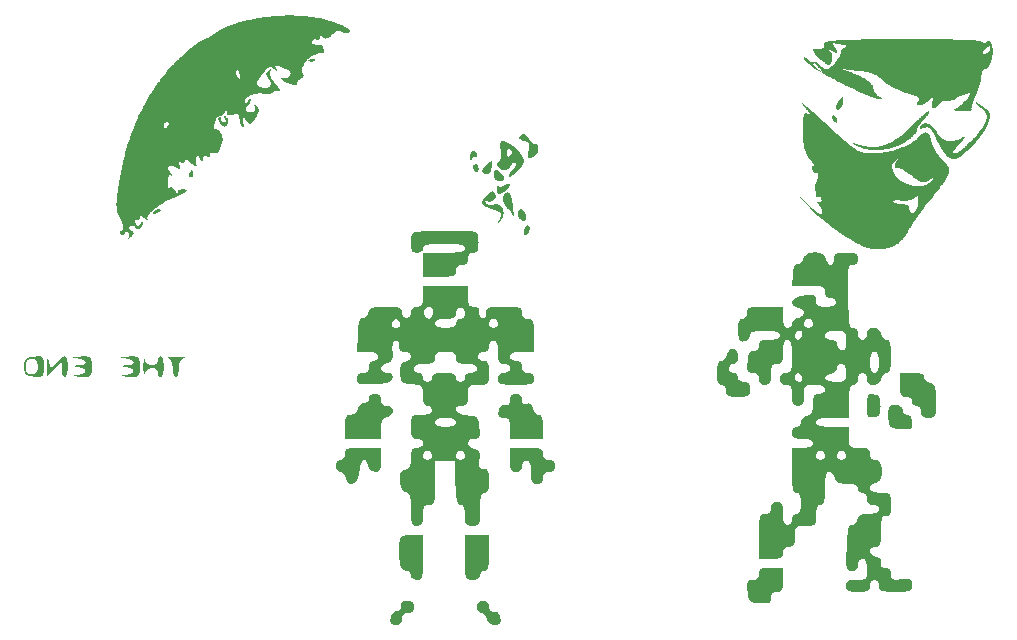
<source format=gbo>
G04 Layer: BottomSilkLayer*
G04 EasyEDA v6.3.22, 2020-03-08T18:10:28+01:00*
G04 ad07acf79a374764822efb46aa97c54e,8b17585b6d3b4194b9f3377f08818917,10*
G04 Gerber Generator version 0.2*
G04 Scale: 100 percent, Rotated: No, Reflected: No *
G04 Dimensions in inches *
G04 leading zeros omitted , absolute positions ,2 integer and 4 decimal *
%FSLAX24Y24*%
%MOIN*%
G90*
G70D02*


%LPD*%

%LPD*%
G36*
G01X10240Y27379D02*
G01X10202Y27379D01*
G01X10170Y27377D01*
G01X10143Y27373D01*
G01X10122Y27367D01*
G01X10108Y27359D01*
G01X10100Y27349D01*
G01X10100Y27338D01*
G01X10109Y27326D01*
G01X10123Y27315D01*
G01X10142Y27307D01*
G01X10165Y27301D01*
G01X10190Y27299D01*
G01X10217Y27299D01*
G01X10244Y27303D01*
G01X10273Y27309D01*
G01X10300Y27318D01*
G01X10325Y27330D01*
G01X10341Y27340D01*
G01X10347Y27350D01*
G01X10344Y27359D01*
G01X10331Y27366D01*
G01X10310Y27372D01*
G01X10279Y27376D01*
G01X10240Y27379D01*
G37*

%LPD*%
G36*
G01X7343Y25480D02*
G01X7320Y25486D01*
G01X7305Y25479D01*
G01X7302Y25457D01*
G01X7311Y25425D01*
G01X7331Y25386D01*
G01X7342Y25367D01*
G01X7347Y25348D01*
G01X7348Y25331D01*
G01X7344Y25316D01*
G01X7336Y25304D01*
G01X7324Y25294D01*
G01X7307Y25288D01*
G01X7288Y25286D01*
G01X7266Y25289D01*
G01X7246Y25296D01*
G01X7228Y25307D01*
G01X7213Y25321D01*
G01X7200Y25338D01*
G01X7190Y25358D01*
G01X7184Y25380D01*
G01X7181Y25403D01*
G01X7180Y25425D01*
G01X7177Y25443D01*
G01X7171Y25457D01*
G01X7163Y25467D01*
G01X7153Y25471D01*
G01X7142Y25471D01*
G01X7130Y25466D01*
G01X7117Y25455D01*
G01X7110Y25446D01*
G01X7105Y25433D01*
G01X7102Y25418D01*
G01X7103Y25402D01*
G01X7105Y25384D01*
G01X7110Y25364D01*
G01X7117Y25344D01*
G01X7127Y25322D01*
G01X7138Y25300D01*
G01X7151Y25278D01*
G01X7166Y25256D01*
G01X7184Y25234D01*
G01X7207Y25206D01*
G01X7230Y25183D01*
G01X7250Y25165D01*
G01X7269Y25151D01*
G01X7286Y25141D01*
G01X7303Y25136D01*
G01X7318Y25136D01*
G01X7333Y25140D01*
G01X7348Y25149D01*
G01X7362Y25163D01*
G01X7376Y25180D01*
G01X7391Y25202D01*
G01X7406Y25229D01*
G01X7417Y25257D01*
G01X7426Y25286D01*
G01X7431Y25314D01*
G01X7433Y25341D01*
G01X7432Y25366D01*
G01X7427Y25388D01*
G01X7419Y25407D01*
G01X7396Y25438D01*
G01X7369Y25463D01*
G01X7343Y25480D01*
G37*

%LPD*%
G36*
G01X17279Y24882D02*
G01X17262Y24883D01*
G01X17245Y24881D01*
G01X17228Y24877D01*
G01X17212Y24870D01*
G01X17196Y24861D01*
G01X17181Y24849D01*
G01X17166Y24834D01*
G01X17152Y24817D01*
G01X17139Y24798D01*
G01X17133Y24785D01*
G01X17131Y24772D01*
G01X17134Y24759D01*
G01X17140Y24746D01*
G01X17149Y24732D01*
G01X17162Y24719D01*
G01X17177Y24706D01*
G01X17196Y24694D01*
G01X17217Y24682D01*
G01X17241Y24672D01*
G01X17267Y24662D01*
G01X17295Y24654D01*
G01X17319Y24647D01*
G01X17342Y24640D01*
G01X17362Y24632D01*
G01X17381Y24624D01*
G01X17397Y24615D01*
G01X17411Y24606D01*
G01X17424Y24596D01*
G01X17435Y24584D01*
G01X17444Y24572D01*
G01X17452Y24559D01*
G01X17457Y24544D01*
G01X17461Y24528D01*
G01X17464Y24511D01*
G01X17465Y24492D01*
G01X17465Y24472D01*
G01X17463Y24450D01*
G01X17460Y24426D01*
G01X17455Y24400D01*
G01X17449Y24373D01*
G01X17442Y24343D01*
G01X17434Y24311D01*
G01X17428Y24280D01*
G01X17423Y24253D01*
G01X17419Y24228D01*
G01X17417Y24205D01*
G01X17417Y24165D01*
G01X17419Y24148D01*
G01X17423Y24134D01*
G01X17428Y24122D01*
G01X17435Y24112D01*
G01X17443Y24105D01*
G01X17453Y24099D01*
G01X17464Y24095D01*
G01X17477Y24094D01*
G01X17492Y24095D01*
G01X17507Y24098D01*
G01X17525Y24103D01*
G01X17544Y24109D01*
G01X17565Y24119D01*
G01X17588Y24130D01*
G01X17613Y24143D01*
G01X17639Y24158D01*
G01X17666Y24175D01*
G01X17681Y24186D01*
G01X17694Y24198D01*
G01X17706Y24212D01*
G01X17717Y24228D01*
G01X17727Y24244D01*
G01X17736Y24263D01*
G01X17743Y24281D01*
G01X17750Y24301D01*
G01X17755Y24321D01*
G01X17759Y24342D01*
G01X17762Y24363D01*
G01X17764Y24383D01*
G01X17765Y24404D01*
G01X17763Y24444D01*
G01X17760Y24463D01*
G01X17757Y24481D01*
G01X17752Y24498D01*
G01X17747Y24513D01*
G01X17740Y24528D01*
G01X17732Y24540D01*
G01X17723Y24551D01*
G01X17714Y24560D01*
G01X17703Y24566D01*
G01X17691Y24571D01*
G01X17678Y24572D01*
G01X17664Y24571D01*
G01X17650Y24567D01*
G01X17638Y24564D01*
G01X17624Y24565D01*
G01X17610Y24569D01*
G01X17595Y24576D01*
G01X17579Y24585D01*
G01X17563Y24597D01*
G01X17546Y24611D01*
G01X17530Y24628D01*
G01X17514Y24646D01*
G01X17498Y24666D01*
G01X17484Y24688D01*
G01X17469Y24711D01*
G01X17453Y24739D01*
G01X17437Y24764D01*
G01X17420Y24787D01*
G01X17402Y24807D01*
G01X17385Y24825D01*
G01X17367Y24840D01*
G01X17350Y24854D01*
G01X17332Y24865D01*
G01X17314Y24873D01*
G01X17297Y24878D01*
G01X17279Y24882D01*
G37*

%LPD*%
G36*
G01X15625Y24335D02*
G01X15611Y24336D01*
G01X15598Y24335D01*
G01X15585Y24332D01*
G01X15573Y24326D01*
G01X15561Y24318D01*
G01X15549Y24308D01*
G01X15538Y24296D01*
G01X15528Y24282D01*
G01X15519Y24266D01*
G01X15510Y24248D01*
G01X15503Y24229D01*
G01X15498Y24207D01*
G01X15493Y24184D01*
G01X15490Y24159D01*
G01X15489Y24133D01*
G01X15489Y24105D01*
G01X15492Y24070D01*
G01X15496Y24044D01*
G01X15502Y24025D01*
G01X15509Y24015D01*
G01X15517Y24014D01*
G01X15526Y24021D01*
G01X15536Y24037D01*
G01X15548Y24062D01*
G01X15560Y24086D01*
G01X15575Y24107D01*
G01X15592Y24123D01*
G01X15610Y24134D01*
G01X15630Y24142D01*
G01X15650Y24144D01*
G01X15670Y24140D01*
G01X15689Y24132D01*
G01X15706Y24124D01*
G01X15719Y24123D01*
G01X15729Y24127D01*
G01X15735Y24138D01*
G01X15738Y24154D01*
G01X15736Y24175D01*
G01X15730Y24201D01*
G01X15720Y24231D01*
G01X15710Y24253D01*
G01X15700Y24273D01*
G01X15688Y24290D01*
G01X15676Y24304D01*
G01X15664Y24316D01*
G01X15651Y24325D01*
G01X15638Y24331D01*
G01X15625Y24335D01*
G37*

%LPD*%
G36*
G01X15702Y23883D02*
G01X15681Y23886D01*
G01X15661Y23884D01*
G01X15643Y23879D01*
G01X15626Y23870D01*
G01X15611Y23859D01*
G01X15599Y23845D01*
G01X15589Y23829D01*
G01X15584Y23811D01*
G01X15581Y23792D01*
G01X15584Y23772D01*
G01X15589Y23751D01*
G01X15599Y23729D01*
G01X15611Y23708D01*
G01X15626Y23687D01*
G01X15643Y23668D01*
G01X15661Y23651D01*
G01X15681Y23636D01*
G01X15702Y23627D01*
G01X15720Y23625D01*
G01X15737Y23629D01*
G01X15752Y23639D01*
G01X15764Y23654D01*
G01X15774Y23675D01*
G01X15780Y23701D01*
G01X15781Y23730D01*
G01X15780Y23762D01*
G01X15774Y23791D01*
G01X15764Y23818D01*
G01X15752Y23841D01*
G01X15737Y23860D01*
G01X15720Y23874D01*
G01X15702Y23883D01*
G37*

%LPD*%
G36*
G01X16203Y23976D02*
G01X16194Y23976D01*
G01X16184Y23973D01*
G01X16172Y23969D01*
G01X16159Y23961D01*
G01X16145Y23952D01*
G01X16128Y23940D01*
G01X16111Y23925D01*
G01X16092Y23908D01*
G01X16071Y23889D01*
G01X16048Y23867D01*
G01X16024Y23844D01*
G01X15999Y23818D01*
G01X15976Y23794D01*
G01X15956Y23772D01*
G01X15939Y23752D01*
G01X15924Y23733D01*
G01X15912Y23715D01*
G01X15902Y23699D01*
G01X15896Y23684D01*
G01X15892Y23670D01*
G01X15890Y23657D01*
G01X15891Y23645D01*
G01X15895Y23634D01*
G01X15902Y23623D01*
G01X15911Y23613D01*
G01X15923Y23603D01*
G01X15937Y23593D01*
G01X15954Y23584D01*
G01X15974Y23574D01*
G01X15996Y23564D01*
G01X16021Y23554D01*
G01X16038Y23549D01*
G01X16054Y23546D01*
G01X16069Y23546D01*
G01X16084Y23547D01*
G01X16098Y23551D01*
G01X16112Y23557D01*
G01X16125Y23566D01*
G01X16137Y23577D01*
G01X16148Y23590D01*
G01X16159Y23605D01*
G01X16169Y23623D01*
G01X16178Y23643D01*
G01X16187Y23665D01*
G01X16194Y23689D01*
G01X16201Y23715D01*
G01X16207Y23744D01*
G01X16214Y23777D01*
G01X16219Y23808D01*
G01X16223Y23836D01*
G01X16226Y23862D01*
G01X16228Y23885D01*
G01X16229Y23905D01*
G01X16229Y23923D01*
G01X16228Y23938D01*
G01X16226Y23951D01*
G01X16222Y23961D01*
G01X16217Y23968D01*
G01X16211Y23973D01*
G01X16203Y23976D01*
G37*

%LPD*%
G36*
G01X16589Y24668D02*
G01X16577Y24669D01*
G01X16566Y24668D01*
G01X16556Y24666D01*
G01X16547Y24662D01*
G01X16539Y24657D01*
G01X16531Y24651D01*
G01X16525Y24643D01*
G01X16519Y24633D01*
G01X16515Y24622D01*
G01X16511Y24610D01*
G01X16507Y24596D01*
G01X16505Y24581D01*
G01X16503Y24564D01*
G01X16502Y24545D01*
G01X16502Y24504D01*
G01X16503Y24480D01*
G01X16505Y24456D01*
G01X16506Y24429D01*
G01X16509Y24401D01*
G01X16512Y24371D01*
G01X16515Y24340D01*
G01X16521Y24270D01*
G01X16522Y24236D01*
G01X16522Y24203D01*
G01X16521Y24171D01*
G01X16518Y24141D01*
G01X16515Y24112D01*
G01X16511Y24085D01*
G01X16507Y24061D01*
G01X16501Y24038D01*
G01X16494Y24017D01*
G01X16487Y24000D01*
G01X16478Y23985D01*
G01X16470Y23973D01*
G01X16460Y23965D01*
G01X16450Y23959D01*
G01X16433Y23952D01*
G01X16419Y23944D01*
G01X16409Y23934D01*
G01X16401Y23922D01*
G01X16396Y23910D01*
G01X16393Y23896D01*
G01X16393Y23882D01*
G01X16395Y23867D01*
G01X16399Y23852D01*
G01X16406Y23836D01*
G01X16414Y23820D01*
G01X16424Y23805D01*
G01X16435Y23789D01*
G01X16448Y23774D01*
G01X16463Y23760D01*
G01X16479Y23746D01*
G01X16515Y23722D01*
G01X16534Y23712D01*
G01X16554Y23703D01*
G01X16575Y23696D01*
G01X16597Y23691D01*
G01X16618Y23688D01*
G01X16640Y23686D01*
G01X16661Y23688D01*
G01X16682Y23692D01*
G01X16702Y23698D01*
G01X16722Y23707D01*
G01X16742Y23718D01*
G01X16761Y23730D01*
G01X16779Y23745D01*
G01X16796Y23761D01*
G01X16811Y23778D01*
G01X16825Y23796D01*
G01X16836Y23816D01*
G01X16845Y23836D01*
G01X16859Y23865D01*
G01X16875Y23890D01*
G01X16893Y23910D01*
G01X16912Y23925D01*
G01X16932Y23935D01*
G01X16953Y23940D01*
G01X16973Y23938D01*
G01X16993Y23930D01*
G01X17003Y23921D01*
G01X17011Y23909D01*
G01X17016Y23896D01*
G01X17018Y23881D01*
G01X17016Y23864D01*
G01X17012Y23846D01*
G01X17005Y23827D01*
G01X16996Y23807D01*
G01X16984Y23786D01*
G01X16969Y23765D01*
G01X16952Y23744D01*
G01X16912Y23702D01*
G01X16892Y23680D01*
G01X16856Y23634D01*
G01X16840Y23610D01*
G01X16826Y23587D01*
G01X16813Y23565D01*
G01X16802Y23544D01*
G01X16793Y23523D01*
G01X16787Y23505D01*
G01X16783Y23488D01*
G01X16781Y23473D01*
G01X16783Y23465D01*
G01X16787Y23459D01*
G01X16794Y23456D01*
G01X16804Y23457D01*
G01X16815Y23459D01*
G01X16830Y23465D01*
G01X16846Y23473D01*
G01X16864Y23484D01*
G01X16884Y23498D01*
G01X16906Y23513D01*
G01X16929Y23531D01*
G01X16953Y23551D01*
G01X16979Y23573D01*
G01X17006Y23597D01*
G01X17034Y23623D01*
G01X17062Y23651D01*
G01X17091Y23679D01*
G01X17117Y23706D01*
G01X17141Y23731D01*
G01X17163Y23755D01*
G01X17183Y23778D01*
G01X17202Y23800D01*
G01X17218Y23821D01*
G01X17232Y23842D01*
G01X17245Y23861D01*
G01X17256Y23880D01*
G01X17264Y23899D01*
G01X17272Y23917D01*
G01X17277Y23935D01*
G01X17281Y23953D01*
G01X17284Y23971D01*
G01X17285Y23988D01*
G01X17284Y24007D01*
G01X17281Y24025D01*
G01X17278Y24044D01*
G01X17273Y24063D01*
G01X17266Y24083D01*
G01X17259Y24104D01*
G01X17250Y24125D01*
G01X17239Y24148D01*
G01X17230Y24167D01*
G01X17219Y24186D01*
G01X17207Y24205D01*
G01X17194Y24225D01*
G01X17164Y24267D01*
G01X17147Y24287D01*
G01X17111Y24329D01*
G01X17092Y24350D01*
G01X17052Y24390D01*
G01X17031Y24409D01*
G01X17011Y24428D01*
G01X16989Y24446D01*
G01X16968Y24464D01*
G01X16947Y24481D01*
G01X16926Y24496D01*
G01X16904Y24511D01*
G01X16884Y24525D01*
G01X16854Y24543D01*
G01X16826Y24560D01*
G01X16799Y24576D01*
G01X16774Y24590D01*
G01X16750Y24604D01*
G01X16727Y24616D01*
G01X16706Y24627D01*
G01X16685Y24637D01*
G01X16667Y24646D01*
G01X16649Y24653D01*
G01X16632Y24659D01*
G01X16617Y24663D01*
G01X16602Y24666D01*
G01X16589Y24668D01*
G37*

%LPC*%
G36*
G01X16815Y24384D02*
G01X16798Y24386D01*
G01X16781Y24384D01*
G01X16766Y24375D01*
G01X16752Y24361D01*
G01X16739Y24344D01*
G01X16729Y24322D01*
G01X16722Y24298D01*
G01X16717Y24270D01*
G01X16715Y24241D01*
G01X16717Y24213D01*
G01X16722Y24188D01*
G01X16729Y24169D01*
G01X16739Y24153D01*
G01X16752Y24143D01*
G01X16766Y24138D01*
G01X16781Y24140D01*
G01X16798Y24147D01*
G01X16815Y24159D01*
G01X16831Y24174D01*
G01X16845Y24192D01*
G01X16857Y24211D01*
G01X16867Y24231D01*
G01X16875Y24252D01*
G01X16880Y24273D01*
G01X16881Y24292D01*
G01X16880Y24311D01*
G01X16875Y24329D01*
G01X16867Y24345D01*
G01X16857Y24359D01*
G01X16845Y24370D01*
G01X16831Y24379D01*
G01X16815Y24384D01*
G37*

%LPD*%
G36*
G01X6222Y23680D02*
G01X6215Y23681D01*
G01X6207Y23679D01*
G01X6198Y23673D01*
G01X6188Y23664D01*
G01X6176Y23652D01*
G01X6164Y23636D01*
G01X6150Y23616D01*
G01X6136Y23594D01*
G01X6126Y23574D01*
G01X6120Y23553D01*
G01X6118Y23532D01*
G01X6120Y23512D01*
G01X6126Y23493D01*
G01X6135Y23476D01*
G01X6147Y23460D01*
G01X6163Y23448D01*
G01X6180Y23440D01*
G01X6196Y23439D01*
G01X6211Y23444D01*
G01X6223Y23453D01*
G01X6234Y23469D01*
G01X6242Y23488D01*
G01X6247Y23513D01*
G01X6248Y23541D01*
G01X6248Y23571D01*
G01X6247Y23597D01*
G01X6245Y23619D01*
G01X6242Y23639D01*
G01X6238Y23654D01*
G01X6234Y23666D01*
G01X6228Y23675D01*
G01X6222Y23680D01*
G37*

%LPD*%
G36*
G01X16385Y23680D02*
G01X16371Y23681D01*
G01X16358Y23680D01*
G01X16346Y23677D01*
G01X16334Y23672D01*
G01X16324Y23665D01*
G01X16314Y23657D01*
G01X16306Y23646D01*
G01X16299Y23634D01*
G01X16293Y23619D01*
G01X16288Y23603D01*
G01X16284Y23584D01*
G01X16282Y23565D01*
G01X16281Y23542D01*
G01X16283Y23516D01*
G01X16286Y23491D01*
G01X16292Y23467D01*
G01X16300Y23444D01*
G01X16310Y23423D01*
G01X16321Y23403D01*
G01X16334Y23385D01*
G01X16348Y23369D01*
G01X16364Y23354D01*
G01X16381Y23341D01*
G01X16400Y23331D01*
G01X16419Y23322D01*
G01X16439Y23315D01*
G01X16459Y23311D01*
G01X16480Y23309D01*
G01X16501Y23310D01*
G01X16522Y23313D01*
G01X16544Y23319D01*
G01X16565Y23328D01*
G01X16586Y23340D01*
G01X16603Y23351D01*
G01X16616Y23363D01*
G01X16626Y23377D01*
G01X16633Y23391D01*
G01X16636Y23407D01*
G01X16637Y23423D01*
G01X16635Y23440D01*
G01X16629Y23459D01*
G01X16620Y23479D01*
G01X16608Y23500D01*
G01X16593Y23522D01*
G01X16574Y23545D01*
G01X16555Y23567D01*
G01X16537Y23587D01*
G01X16518Y23605D01*
G01X16500Y23621D01*
G01X16482Y23635D01*
G01X16465Y23648D01*
G01X16448Y23658D01*
G01X16431Y23666D01*
G01X16415Y23673D01*
G01X16400Y23678D01*
G01X16385Y23680D01*
G37*

%LPD*%
G36*
G01X16780Y23238D02*
G01X16758Y23240D01*
G01X16734Y23237D01*
G01X16709Y23230D01*
G01X16682Y23219D01*
G01X16656Y23205D01*
G01X16631Y23186D01*
G01X16606Y23168D01*
G01X16580Y23153D01*
G01X16554Y23143D01*
G01X16528Y23136D01*
G01X16504Y23134D01*
G01X16482Y23136D01*
G01X16463Y23143D01*
G01X16447Y23154D01*
G01X16434Y23164D01*
G01X16422Y23167D01*
G01X16410Y23162D01*
G01X16401Y23152D01*
G01X16393Y23135D01*
G01X16387Y23113D01*
G01X16383Y23085D01*
G01X16381Y23053D01*
G01X16383Y23020D01*
G01X16388Y22989D01*
G01X16394Y22961D01*
G01X16403Y22936D01*
G01X16415Y22917D01*
G01X16427Y22902D01*
G01X16442Y22892D01*
G01X16456Y22890D01*
G01X16475Y22892D01*
G01X16494Y22896D01*
G01X16515Y22903D01*
G01X16536Y22912D01*
G01X16558Y22923D01*
G01X16581Y22935D01*
G01X16603Y22949D01*
G01X16626Y22964D01*
G01X16648Y22980D01*
G01X16671Y22997D01*
G01X16692Y23015D01*
G01X16712Y23033D01*
G01X16732Y23052D01*
G01X16750Y23071D01*
G01X16766Y23089D01*
G01X16781Y23107D01*
G01X16794Y23125D01*
G01X16805Y23142D01*
G01X16814Y23159D01*
G01X16820Y23174D01*
G01X16823Y23188D01*
G01X16823Y23201D01*
G01X16821Y23211D01*
G01X16814Y23221D01*
G01X16799Y23232D01*
G01X16780Y23238D01*
G37*

%LPD*%
G36*
G01X5135Y22388D02*
G01X5118Y22389D01*
G01X5099Y22387D01*
G01X5079Y22384D01*
G01X5058Y22378D01*
G01X5037Y22370D01*
G01X5016Y22360D01*
G01X4996Y22348D01*
G01X4977Y22335D01*
G01X4960Y22321D01*
G01X4945Y22305D01*
G01X4932Y22288D01*
G01X4922Y22268D01*
G01X4920Y22253D01*
G01X4923Y22241D01*
G01X4933Y22234D01*
G01X4948Y22231D01*
G01X4969Y22232D01*
G01X4995Y22238D01*
G01X5026Y22248D01*
G01X5057Y22261D01*
G01X5086Y22275D01*
G01X5113Y22288D01*
G01X5136Y22302D01*
G01X5155Y22315D01*
G01X5169Y22327D01*
G01X5178Y22338D01*
G01X5181Y22347D01*
G01X5179Y22361D01*
G01X5173Y22372D01*
G01X5164Y22380D01*
G01X5151Y22386D01*
G01X5135Y22388D01*
G37*

%LPD*%
G36*
G01X16757Y22945D02*
G01X16741Y22947D01*
G01X16725Y22946D01*
G01X16708Y22943D01*
G01X16692Y22937D01*
G01X16676Y22929D01*
G01X16660Y22919D01*
G01X16646Y22906D01*
G01X16632Y22891D01*
G01X16620Y22875D01*
G01X16609Y22856D01*
G01X16600Y22836D01*
G01X16592Y22815D01*
G01X16586Y22792D01*
G01X16583Y22767D01*
G01X16581Y22742D01*
G01X16582Y22727D01*
G01X16585Y22710D01*
G01X16590Y22692D01*
G01X16597Y22671D01*
G01X16605Y22650D01*
G01X16615Y22627D01*
G01X16626Y22603D01*
G01X16652Y22553D01*
G01X16667Y22527D01*
G01X16683Y22501D01*
G01X16700Y22475D01*
G01X16718Y22448D01*
G01X16737Y22423D01*
G01X16756Y22397D01*
G01X16776Y22373D01*
G01X16970Y22136D01*
G01X16930Y22464D01*
G01X16926Y22498D01*
G01X16921Y22532D01*
G01X16915Y22565D01*
G01X16910Y22599D01*
G01X16904Y22632D01*
G01X16897Y22663D01*
G01X16891Y22694D01*
G01X16884Y22724D01*
G01X16877Y22753D01*
G01X16870Y22779D01*
G01X16863Y22803D01*
G01X16856Y22826D01*
G01X16849Y22846D01*
G01X16842Y22864D01*
G01X16835Y22879D01*
G01X16829Y22890D01*
G01X16817Y22908D01*
G01X16803Y22922D01*
G01X16789Y22933D01*
G01X16773Y22940D01*
G01X16757Y22945D01*
G37*

%LPD*%
G36*
G01X17186Y22382D02*
G01X17172Y22382D01*
G01X17159Y22379D01*
G01X17146Y22375D01*
G01X17134Y22368D01*
G01X17122Y22360D01*
G01X17113Y22349D01*
G01X17103Y22336D01*
G01X17096Y22322D01*
G01X17090Y22305D01*
G01X17085Y22286D01*
G01X17082Y22265D01*
G01X17081Y22242D01*
G01X17083Y22219D01*
G01X17087Y22195D01*
G01X17093Y22172D01*
G01X17101Y22150D01*
G01X17111Y22128D01*
G01X17123Y22108D01*
G01X17136Y22089D01*
G01X17151Y22071D01*
G01X17167Y22055D01*
G01X17183Y22040D01*
G01X17200Y22027D01*
G01X17218Y22016D01*
G01X17236Y22007D01*
G01X17254Y22001D01*
G01X17272Y21997D01*
G01X17289Y21996D01*
G01X17306Y21998D01*
G01X17322Y22003D01*
G01X17337Y22011D01*
G01X17351Y22022D01*
G01X17360Y22036D01*
G01X17368Y22056D01*
G01X17372Y22080D01*
G01X17372Y22107D01*
G01X17371Y22136D01*
G01X17365Y22168D01*
G01X17358Y22200D01*
G01X17347Y22232D01*
G01X17337Y22255D01*
G01X17326Y22277D01*
G01X17314Y22296D01*
G01X17301Y22314D01*
G01X17288Y22330D01*
G01X17274Y22343D01*
G01X17260Y22355D01*
G01X17245Y22364D01*
G01X17230Y22372D01*
G01X17215Y22377D01*
G01X17201Y22381D01*
G01X17186Y22382D01*
G37*

%LPD*%
G36*
G01X16237Y22977D02*
G01X16225Y22977D01*
G01X16213Y22974D01*
G01X16199Y22968D01*
G01X16185Y22960D01*
G01X16169Y22949D01*
G01X16152Y22936D01*
G01X16133Y22920D01*
G01X16113Y22901D01*
G01X16090Y22880D01*
G01X16065Y22856D01*
G01X16039Y22829D01*
G01X15998Y22788D01*
G01X15981Y22768D01*
G01X15964Y22749D01*
G01X15950Y22731D01*
G01X15937Y22713D01*
G01X15926Y22697D01*
G01X15916Y22680D01*
G01X15902Y22650D01*
G01X15898Y22635D01*
G01X15895Y22621D01*
G01X15894Y22608D01*
G01X15895Y22594D01*
G01X15898Y22582D01*
G01X15902Y22569D01*
G01X15909Y22557D01*
G01X15917Y22545D01*
G01X15927Y22533D01*
G01X15939Y22522D01*
G01X15952Y22511D01*
G01X15968Y22500D01*
G01X15985Y22488D01*
G01X16005Y22477D01*
G01X16026Y22466D01*
G01X16049Y22455D01*
G01X16075Y22444D01*
G01X16102Y22433D01*
G01X16131Y22422D01*
G01X16162Y22410D01*
G01X16196Y22398D01*
G01X16231Y22387D01*
G01X16269Y22374D01*
G01X16303Y22362D01*
G01X16335Y22351D01*
G01X16364Y22340D01*
G01X16391Y22329D01*
G01X16414Y22319D01*
G01X16436Y22308D01*
G01X16455Y22298D01*
G01X16471Y22287D01*
G01X16485Y22277D01*
G01X16497Y22266D01*
G01X16506Y22255D01*
G01X16513Y22243D01*
G01X16519Y22230D01*
G01X16522Y22217D01*
G01X16523Y22204D01*
G01X16523Y22189D01*
G01X16521Y22174D01*
G01X16517Y22157D01*
G01X16512Y22139D01*
G01X16505Y22120D01*
G01X16496Y22100D01*
G01X16486Y22078D01*
G01X16476Y22054D01*
G01X16461Y22025D01*
G01X16448Y21998D01*
G01X16438Y21975D01*
G01X16428Y21954D01*
G01X16420Y21937D01*
G01X16414Y21923D01*
G01X16410Y21911D01*
G01X16407Y21903D01*
G01X16406Y21897D01*
G01X16407Y21895D01*
G01X16410Y21895D01*
G01X16414Y21898D01*
G01X16421Y21904D01*
G01X16430Y21913D01*
G01X16440Y21925D01*
G01X16452Y21940D01*
G01X16467Y21957D01*
G01X16483Y21977D01*
G01X16502Y22000D01*
G01X16522Y22025D01*
G01X16536Y22044D01*
G01X16549Y22063D01*
G01X16561Y22083D01*
G01X16571Y22102D01*
G01X16580Y22122D01*
G01X16588Y22142D01*
G01X16595Y22162D01*
G01X16600Y22182D01*
G01X16604Y22202D01*
G01X16610Y22242D01*
G01X16610Y22281D01*
G01X16609Y22300D01*
G01X16603Y22338D01*
G01X16599Y22356D01*
G01X16594Y22373D01*
G01X16588Y22390D01*
G01X16581Y22407D01*
G01X16572Y22423D01*
G01X16564Y22438D01*
G01X16554Y22452D01*
G01X16543Y22466D01*
G01X16532Y22479D01*
G01X16520Y22491D01*
G01X16507Y22502D01*
G01X16494Y22512D01*
G01X16480Y22521D01*
G01X16465Y22529D01*
G01X16449Y22536D01*
G01X16433Y22541D01*
G01X16416Y22546D01*
G01X16399Y22549D01*
G01X16363Y22551D01*
G01X16343Y22550D01*
G01X16324Y22547D01*
G01X16304Y22543D01*
G01X16284Y22537D01*
G01X16258Y22530D01*
G01X16232Y22526D01*
G01X16206Y22524D01*
G01X16180Y22524D01*
G01X16155Y22526D01*
G01X16131Y22531D01*
G01X16108Y22537D01*
G01X16087Y22546D01*
G01X16068Y22556D01*
G01X16051Y22568D01*
G01X16036Y22582D01*
G01X16025Y22598D01*
G01X16011Y22621D01*
G01X16003Y22640D01*
G01X15999Y22655D01*
G01X16000Y22665D01*
G01X16005Y22671D01*
G01X16014Y22672D01*
G01X16028Y22668D01*
G01X16046Y22659D01*
G01X16064Y22649D01*
G01X16082Y22642D01*
G01X16102Y22638D01*
G01X16122Y22636D01*
G01X16142Y22636D01*
G01X16162Y22638D01*
G01X16182Y22642D01*
G01X16202Y22648D01*
G01X16221Y22655D01*
G01X16240Y22664D01*
G01X16257Y22674D01*
G01X16275Y22686D01*
G01X16290Y22698D01*
G01X16305Y22712D01*
G01X16318Y22727D01*
G01X16329Y22742D01*
G01X16339Y22758D01*
G01X16346Y22775D01*
G01X16352Y22791D01*
G01X16354Y22808D01*
G01X16355Y22825D01*
G01X16352Y22842D01*
G01X16347Y22859D01*
G01X16339Y22875D01*
G01X16326Y22896D01*
G01X16313Y22914D01*
G01X16302Y22930D01*
G01X16291Y22944D01*
G01X16280Y22955D01*
G01X16269Y22965D01*
G01X16259Y22971D01*
G01X16248Y22976D01*
G01X16237Y22977D01*
G37*

%LPD*%
G36*
G01X17437Y21845D02*
G01X17420Y21849D01*
G01X17402Y21846D01*
G01X17381Y21836D01*
G01X17368Y21827D01*
G01X17355Y21815D01*
G01X17343Y21801D01*
G01X17331Y21785D01*
G01X17311Y21749D01*
G01X17302Y21729D01*
G01X17295Y21709D01*
G01X17289Y21688D01*
G01X17285Y21667D01*
G01X17282Y21646D01*
G01X17281Y21625D01*
G01X17284Y21596D01*
G01X17289Y21571D01*
G01X17299Y21552D01*
G01X17311Y21537D01*
G01X17326Y21528D01*
G01X17343Y21524D01*
G01X17361Y21527D01*
G01X17381Y21536D01*
G01X17395Y21546D01*
G01X17408Y21558D01*
G01X17420Y21572D01*
G01X17432Y21588D01*
G01X17443Y21605D01*
G01X17452Y21624D01*
G01X17468Y21664D01*
G01X17474Y21685D01*
G01X17478Y21706D01*
G01X17481Y21728D01*
G01X17481Y21748D01*
G01X17480Y21777D01*
G01X17474Y21802D01*
G01X17464Y21821D01*
G01X17452Y21836D01*
G01X17437Y21845D01*
G37*

%LPD*%
G36*
G01X9585Y28840D02*
G01X9450Y28840D01*
G01X9369Y28839D01*
G01X9288Y28836D01*
G01X9261Y28836D01*
G01X9234Y28834D01*
G01X9180Y28832D01*
G01X9152Y28830D01*
G01X9126Y28829D01*
G01X9098Y28828D01*
G01X8990Y28820D01*
G01X8936Y28815D01*
G01X8882Y28811D01*
G01X8828Y28805D01*
G01X8775Y28800D01*
G01X8721Y28794D01*
G01X8694Y28790D01*
G01X8668Y28787D01*
G01X8641Y28784D01*
G01X8615Y28780D01*
G01X8562Y28773D01*
G01X8510Y28765D01*
G01X8483Y28762D01*
G01X8457Y28757D01*
G01X8431Y28753D01*
G01X8406Y28749D01*
G01X8380Y28745D01*
G01X8354Y28740D01*
G01X8328Y28736D01*
G01X8303Y28731D01*
G01X8277Y28727D01*
G01X8152Y28702D01*
G01X8127Y28696D01*
G01X8078Y28686D01*
G01X8030Y28674D01*
G01X8006Y28669D01*
G01X7934Y28651D01*
G01X7888Y28639D01*
G01X7864Y28633D01*
G01X7818Y28620D01*
G01X7796Y28613D01*
G01X7773Y28607D01*
G01X7751Y28600D01*
G01X7728Y28594D01*
G01X7706Y28587D01*
G01X7685Y28580D01*
G01X7642Y28566D01*
G01X7620Y28559D01*
G01X7599Y28552D01*
G01X7578Y28544D01*
G01X7557Y28537D01*
G01X7537Y28530D01*
G01X7517Y28522D01*
G01X7477Y28507D01*
G01X7457Y28499D01*
G01X7438Y28491D01*
G01X7418Y28484D01*
G01X7399Y28476D01*
G01X7362Y28459D01*
G01X7290Y28427D01*
G01X7256Y28409D01*
G01X7222Y28392D01*
G01X7190Y28375D01*
G01X7158Y28357D01*
G01X7128Y28339D01*
G01X7099Y28321D01*
G01X7085Y28311D01*
G01X7057Y28293D01*
G01X7044Y28284D01*
G01X7031Y28274D01*
G01X7018Y28265D01*
G01X7006Y28255D01*
G01X6993Y28245D01*
G01X6981Y28236D01*
G01X6965Y28222D01*
G01X6947Y28209D01*
G01X6905Y28181D01*
G01X6857Y28153D01*
G01X6832Y28139D01*
G01X6780Y28113D01*
G01X6753Y28100D01*
G01X6699Y28076D01*
G01X6672Y28065D01*
G01X6646Y28055D01*
G01X6620Y28046D01*
G01X6578Y28032D01*
G01X6568Y28027D01*
G01X6546Y28017D01*
G01X6522Y28003D01*
G01X6509Y27995D01*
G01X6495Y27987D01*
G01X6481Y27978D01*
G01X6451Y27958D01*
G01X6435Y27947D01*
G01X6419Y27935D01*
G01X6385Y27911D01*
G01X6367Y27898D01*
G01X6331Y27870D01*
G01X6311Y27855D01*
G01X6273Y27825D01*
G01X6253Y27808D01*
G01X6232Y27792D01*
G01X6212Y27775D01*
G01X6191Y27758D01*
G01X6169Y27740D01*
G01X6148Y27722D01*
G01X6060Y27646D01*
G01X6037Y27626D01*
G01X6015Y27606D01*
G01X5992Y27586D01*
G01X5900Y27502D01*
G01X5877Y27480D01*
G01X5853Y27458D01*
G01X5807Y27414D01*
G01X5783Y27392D01*
G01X5760Y27369D01*
G01X5737Y27347D01*
G01X5627Y27237D01*
G01X5612Y27221D01*
G01X5596Y27205D01*
G01X5581Y27188D01*
G01X5565Y27172D01*
G01X5550Y27156D01*
G01X5534Y27139D01*
G01X5519Y27123D01*
G01X5504Y27106D01*
G01X5488Y27089D01*
G01X5473Y27073D01*
G01X5398Y26988D01*
G01X5384Y26971D01*
G01X5369Y26953D01*
G01X5354Y26936D01*
G01X5325Y26901D01*
G01X5268Y26831D01*
G01X5239Y26795D01*
G01X5169Y26705D01*
G01X5155Y26686D01*
G01X5142Y26668D01*
G01X5114Y26632D01*
G01X5101Y26613D01*
G01X5087Y26594D01*
G01X5074Y26576D01*
G01X5060Y26557D01*
G01X5034Y26519D01*
G01X5021Y26501D01*
G01X5007Y26482D01*
G01X4994Y26463D01*
G01X4968Y26424D01*
G01X4943Y26386D01*
G01X4917Y26347D01*
G01X4905Y26328D01*
G01X4879Y26288D01*
G01X4867Y26269D01*
G01X4842Y26229D01*
G01X4830Y26209D01*
G01X4793Y26150D01*
G01X4769Y26109D01*
G01X4757Y26089D01*
G01X4746Y26069D01*
G01X4734Y26048D01*
G01X4722Y26028D01*
G01X4710Y26007D01*
G01X4699Y25987D01*
G01X4687Y25966D01*
G01X4676Y25945D01*
G01X4653Y25904D01*
G01X4642Y25883D01*
G01X4619Y25841D01*
G01X4597Y25799D01*
G01X4586Y25777D01*
G01X4575Y25756D01*
G01X4543Y25692D01*
G01X4500Y25605D01*
G01X4490Y25584D01*
G01X4480Y25562D01*
G01X4469Y25540D01*
G01X4429Y25452D01*
G01X4419Y25429D01*
G01X4409Y25407D01*
G01X4379Y25340D01*
G01X4369Y25317D01*
G01X4360Y25295D01*
G01X4351Y25272D01*
G01X4341Y25249D01*
G01X4322Y25204D01*
G01X4313Y25181D01*
G01X4303Y25158D01*
G01X4285Y25112D01*
G01X4276Y25088D01*
G01X4249Y25019D01*
G01X4240Y24995D01*
G01X4232Y24972D01*
G01X4223Y24948D01*
G01X4206Y24901D01*
G01X4198Y24877D01*
G01X4189Y24853D01*
G01X4181Y24830D01*
G01X4172Y24806D01*
G01X4148Y24734D01*
G01X4100Y24588D01*
G01X4070Y24490D01*
G01X4055Y24440D01*
G01X4034Y24365D01*
G01X4026Y24340D01*
G01X4005Y24265D01*
G01X3998Y24239D01*
G01X3992Y24214D01*
G01X3985Y24188D01*
G01X3978Y24163D01*
G01X3972Y24137D01*
G01X3965Y24112D01*
G01X3959Y24086D01*
G01X3946Y24034D01*
G01X3940Y24009D01*
G01X3934Y23983D01*
G01X3927Y23957D01*
G01X3915Y23905D01*
G01X3909Y23878D01*
G01X3898Y23826D01*
G01X3886Y23773D01*
G01X3875Y23721D01*
G01X3869Y23694D01*
G01X3864Y23667D01*
G01X3858Y23640D01*
G01X3853Y23614D01*
G01X3848Y23587D01*
G01X3842Y23560D01*
G01X3822Y23452D01*
G01X3808Y23371D01*
G01X3803Y23343D01*
G01X3798Y23316D01*
G01X3794Y23288D01*
G01X3790Y23261D01*
G01X3781Y23206D01*
G01X3776Y23178D01*
G01X3769Y23133D01*
G01X3763Y23090D01*
G01X3757Y23049D01*
G01X3751Y23009D01*
G01X3746Y22970D01*
G01X3740Y22933D01*
G01X3736Y22897D01*
G01X3731Y22863D01*
G01X3727Y22830D01*
G01X3723Y22798D01*
G01X3720Y22767D01*
G01X3717Y22738D01*
G01X3715Y22709D01*
G01X3713Y22681D01*
G01X3709Y22629D01*
G01X3708Y22605D01*
G01X3707Y22580D01*
G01X3707Y22513D01*
G01X3708Y22492D01*
G01X3709Y22472D01*
G01X3713Y22432D01*
G01X3715Y22413D01*
G01X3718Y22395D01*
G01X3721Y22376D01*
G01X3729Y22340D01*
G01X3734Y22323D01*
G01X3738Y22305D01*
G01X3750Y22271D01*
G01X3755Y22254D01*
G01X3762Y22236D01*
G01X3769Y22219D01*
G01X3776Y22201D01*
G01X3784Y22184D01*
G01X3792Y22165D01*
G01X3801Y22147D01*
G01X3810Y22128D01*
G01X3830Y22090D01*
G01X3848Y22053D01*
G01X3865Y22019D01*
G01X3880Y21988D01*
G01X3893Y21958D01*
G01X3905Y21930D01*
G01X3915Y21903D01*
G01X3923Y21879D01*
G01X3929Y21856D01*
G01X3934Y21835D01*
G01X3937Y21815D01*
G01X3939Y21797D01*
G01X3939Y21780D01*
G01X3937Y21765D01*
G01X3934Y21751D01*
G01X3929Y21738D01*
G01X3922Y21725D01*
G01X3914Y21714D01*
G01X3904Y21704D01*
G01X3893Y21694D01*
G01X3880Y21686D01*
G01X3852Y21666D01*
G01X3831Y21648D01*
G01X3819Y21630D01*
G01X3813Y21613D01*
G01X3816Y21596D01*
G01X3827Y21578D01*
G01X3845Y21561D01*
G01X3871Y21543D01*
G01X3893Y21532D01*
G01X3914Y21525D01*
G01X3932Y21524D01*
G01X3949Y21528D01*
G01X3963Y21536D01*
G01X3973Y21548D01*
G01X3979Y21565D01*
G01X3982Y21586D01*
G01X3984Y21608D01*
G01X3990Y21625D01*
G01X3999Y21638D01*
G01X4011Y21647D01*
G01X4026Y21651D01*
G01X4044Y21651D01*
G01X4063Y21646D01*
G01X4083Y21636D01*
G01X4102Y21621D01*
G01X4117Y21602D01*
G01X4128Y21580D01*
G01X4136Y21557D01*
G01X4138Y21531D01*
G01X4136Y21505D01*
G01X4130Y21480D01*
G01X4119Y21455D01*
G01X4106Y21431D01*
G01X4100Y21414D01*
G01X4101Y21405D01*
G01X4107Y21403D01*
G01X4119Y21407D01*
G01X4138Y21420D01*
G01X4161Y21439D01*
G01X4191Y21466D01*
G01X4217Y21491D01*
G01X4239Y21514D01*
G01X4256Y21534D01*
G01X4269Y21553D01*
G01X4276Y21570D01*
G01X4279Y21586D01*
G01X4277Y21601D01*
G01X4270Y21616D01*
G01X4258Y21631D01*
G01X4242Y21646D01*
G01X4221Y21661D01*
G01X4195Y21678D01*
G01X4166Y21698D01*
G01X4144Y21718D01*
G01X4129Y21738D01*
G01X4122Y21757D01*
G01X4121Y21775D01*
G01X4128Y21793D01*
G01X4142Y21810D01*
G01X4164Y21826D01*
G01X4186Y21836D01*
G01X4209Y21842D01*
G01X4233Y21844D01*
G01X4256Y21840D01*
G01X4278Y21833D01*
G01X4298Y21821D01*
G01X4317Y21806D01*
G01X4332Y21786D01*
G01X4344Y21769D01*
G01X4357Y21755D01*
G01X4372Y21744D01*
G01X4387Y21736D01*
G01X4403Y21731D01*
G01X4420Y21728D01*
G01X4436Y21728D01*
G01X4453Y21731D01*
G01X4469Y21736D01*
G01X4486Y21743D01*
G01X4501Y21752D01*
G01X4516Y21764D01*
G01X4530Y21777D01*
G01X4542Y21792D01*
G01X4553Y21810D01*
G01X4562Y21828D01*
G01X4570Y21848D01*
G01X4576Y21870D01*
G01X4579Y21893D01*
G01X4580Y21917D01*
G01X4578Y21944D01*
G01X4574Y21962D01*
G01X4567Y21973D01*
G01X4558Y21975D01*
G01X4546Y21969D01*
G01X4532Y21955D01*
G01X4514Y21933D01*
G01X4478Y21879D01*
G01X4463Y21859D01*
G01X4449Y21844D01*
G01X4437Y21834D01*
G01X4425Y21829D01*
G01X4414Y21829D01*
G01X4403Y21834D01*
G01X4392Y21844D01*
G01X4381Y21858D01*
G01X4370Y21878D01*
G01X4359Y21903D01*
G01X4346Y21933D01*
G01X4335Y21967D01*
G01X4328Y21995D01*
G01X4327Y22017D01*
G01X4329Y22034D01*
G01X4336Y22044D01*
G01X4348Y22048D01*
G01X4363Y22046D01*
G01X4403Y22026D01*
G01X4421Y22021D01*
G01X4438Y22022D01*
G01X4453Y22027D01*
G01X4465Y22037D01*
G01X4474Y22052D01*
G01X4480Y22070D01*
G01X4482Y22093D01*
G01X4482Y22112D01*
G01X4486Y22127D01*
G01X4491Y22139D01*
G01X4499Y22146D01*
G01X4509Y22151D01*
G01X4521Y22151D01*
G01X4536Y22148D01*
G01X4554Y22140D01*
G01X4574Y22129D01*
G01X4597Y22115D01*
G01X4622Y22096D01*
G01X4651Y22074D01*
G01X4683Y22048D01*
G01X4711Y22030D01*
G01X4733Y22017D01*
G01X4750Y22011D01*
G01X4760Y22012D01*
G01X4764Y22019D01*
G01X4760Y22033D01*
G01X4750Y22053D01*
G01X4745Y22062D01*
G01X4739Y22080D01*
G01X4738Y22090D01*
G01X4738Y22100D01*
G01X4739Y22111D01*
G01X4741Y22121D01*
G01X4743Y22132D01*
G01X4747Y22144D01*
G01X4752Y22155D01*
G01X4758Y22167D01*
G01X4764Y22180D01*
G01X4772Y22192D01*
G01X4780Y22205D01*
G01X4790Y22219D01*
G01X4800Y22232D01*
G01X4811Y22246D01*
G01X4823Y22259D01*
G01X4836Y22273D01*
G01X4850Y22288D01*
G01X4864Y22302D01*
G01X4880Y22317D01*
G01X4896Y22331D01*
G01X4930Y22361D01*
G01X4949Y22377D01*
G01X4968Y22392D01*
G01X4988Y22407D01*
G01X5008Y22423D01*
G01X5030Y22438D01*
G01X5074Y22470D01*
G01X5146Y22518D01*
G01X5172Y22534D01*
G01X5197Y22550D01*
G01X5224Y22565D01*
G01X5251Y22582D01*
G01X5278Y22598D01*
G01X5306Y22613D01*
G01X5364Y22645D01*
G01X5424Y22677D01*
G01X5455Y22692D01*
G01X5486Y22708D01*
G01X5518Y22723D01*
G01X5550Y22739D01*
G01X5582Y22754D01*
G01X5615Y22769D01*
G01X5649Y22784D01*
G01X5688Y22801D01*
G01X5725Y22818D01*
G01X5760Y22834D01*
G01X5793Y22849D01*
G01X5824Y22863D01*
G01X5853Y22877D01*
G01X5880Y22890D01*
G01X5906Y22902D01*
G01X5929Y22914D01*
G01X5950Y22925D01*
G01X5970Y22936D01*
G01X5988Y22946D01*
G01X6018Y22964D01*
G01X6030Y22972D01*
G01X6040Y22980D01*
G01X6049Y22987D01*
G01X6056Y22994D01*
G01X6060Y23000D01*
G01X6064Y23005D01*
G01X6065Y23011D01*
G01X6065Y23015D01*
G01X6063Y23019D01*
G01X6060Y23023D01*
G01X6054Y23027D01*
G01X6047Y23030D01*
G01X6039Y23033D01*
G01X6028Y23035D01*
G01X6017Y23038D01*
G01X6003Y23039D01*
G01X5988Y23040D01*
G01X5971Y23042D01*
G01X5953Y23042D01*
G01X5933Y23043D01*
G01X5912Y23044D01*
G01X5889Y23044D01*
G01X5851Y23042D01*
G01X5818Y23036D01*
G01X5790Y23026D01*
G01X5768Y23013D01*
G01X5751Y22998D01*
G01X5742Y22980D01*
G01X5740Y22961D01*
G01X5746Y22940D01*
G01X5753Y22923D01*
G01X5754Y22914D01*
G01X5749Y22913D01*
G01X5738Y22920D01*
G01X5723Y22934D01*
G01X5702Y22955D01*
G01X5677Y22983D01*
G01X5649Y23017D01*
G01X5623Y23048D01*
G01X5599Y23073D01*
G01X5578Y23094D01*
G01X5558Y23111D01*
G01X5541Y23121D01*
G01X5525Y23128D01*
G01X5510Y23130D01*
G01X5498Y23126D01*
G01X5486Y23118D01*
G01X5476Y23106D01*
G01X5467Y23089D01*
G01X5458Y23067D01*
G01X5452Y23052D01*
G01X5447Y23044D01*
G01X5442Y23042D01*
G01X5436Y23045D01*
G01X5432Y23054D01*
G01X5427Y23069D01*
G01X5424Y23089D01*
G01X5421Y23113D01*
G01X5418Y23143D01*
G01X5416Y23177D01*
G01X5415Y23215D01*
G01X5415Y23294D01*
G01X5417Y23328D01*
G01X5419Y23360D01*
G01X5422Y23389D01*
G01X5426Y23415D01*
G01X5431Y23438D01*
G01X5437Y23459D01*
G01X5443Y23477D01*
G01X5451Y23492D01*
G01X5459Y23504D01*
G01X5468Y23513D01*
G01X5477Y23519D01*
G01X5488Y23522D01*
G01X5499Y23522D01*
G01X5511Y23519D01*
G01X5523Y23513D01*
G01X5542Y23503D01*
G01X5556Y23500D01*
G01X5562Y23503D01*
G01X5563Y23512D01*
G01X5558Y23527D01*
G01X5547Y23547D01*
G01X5530Y23572D01*
G01X5507Y23602D01*
G01X5491Y23623D01*
G01X5477Y23643D01*
G01X5465Y23662D01*
G01X5455Y23681D01*
G01X5446Y23698D01*
G01X5440Y23715D01*
G01X5435Y23731D01*
G01X5432Y23746D01*
G01X5431Y23760D01*
G01X5432Y23773D01*
G01X5434Y23785D01*
G01X5438Y23796D01*
G01X5444Y23805D01*
G01X5451Y23813D01*
G01X5460Y23820D01*
G01X5470Y23826D01*
G01X5481Y23830D01*
G01X5494Y23834D01*
G01X5509Y23835D01*
G01X5524Y23835D01*
G01X5541Y23834D01*
G01X5559Y23831D01*
G01X5579Y23827D01*
G01X5599Y23821D01*
G01X5621Y23813D01*
G01X5644Y23804D01*
G01X5668Y23793D01*
G01X5693Y23781D01*
G01X5728Y23762D01*
G01X5758Y23748D01*
G01X5783Y23738D01*
G01X5803Y23732D01*
G01X5818Y23730D01*
G01X5829Y23733D01*
G01X5836Y23741D01*
G01X5839Y23753D01*
G01X5837Y23770D01*
G01X5832Y23792D01*
G01X5824Y23819D01*
G01X5812Y23851D01*
G01X5802Y23877D01*
G01X5791Y23921D01*
G01X5789Y23937D01*
G01X5789Y23950D01*
G01X5792Y23960D01*
G01X5798Y23966D01*
G01X5806Y23969D01*
G01X5817Y23969D01*
G01X5830Y23965D01*
G01X5846Y23957D01*
G01X5864Y23947D01*
G01X5888Y23935D01*
G01X5910Y23928D01*
G01X5930Y23927D01*
G01X5947Y23931D01*
G01X5961Y23940D01*
G01X5972Y23955D01*
G01X5979Y23973D01*
G01X5981Y23996D01*
G01X5983Y24013D01*
G01X5988Y24025D01*
G01X5996Y24033D01*
G01X6007Y24037D01*
G01X6021Y24037D01*
G01X6038Y24034D01*
G01X6057Y24026D01*
G01X6079Y24014D01*
G01X6103Y23999D01*
G01X6130Y23980D01*
G01X6158Y23957D01*
G01X6189Y23930D01*
G01X6217Y23905D01*
G01X6243Y23884D01*
G01X6268Y23865D01*
G01X6291Y23848D01*
G01X6311Y23836D01*
G01X6330Y23826D01*
G01X6346Y23819D01*
G01X6358Y23816D01*
G01X6368Y23816D01*
G01X6375Y23820D01*
G01X6378Y23828D01*
G01X6377Y23839D01*
G01X6373Y23862D01*
G01X6371Y23889D01*
G01X6369Y23919D01*
G01X6367Y23952D01*
G01X6367Y23986D01*
G01X6368Y24021D01*
G01X6369Y24054D01*
G01X6371Y24086D01*
G01X6374Y24117D01*
G01X6377Y24142D01*
G01X6381Y24161D01*
G01X6386Y24175D01*
G01X6392Y24184D01*
G01X6398Y24186D01*
G01X6407Y24184D01*
G01X6417Y24175D01*
G01X6430Y24161D01*
G01X6444Y24142D01*
G01X6461Y24117D01*
G01X6481Y24086D01*
G01X6499Y24060D01*
G01X6515Y24038D01*
G01X6528Y24021D01*
G01X6540Y24008D01*
G01X6550Y24000D01*
G01X6558Y23997D01*
G01X6565Y23998D01*
G01X6571Y24004D01*
G01X6575Y24014D01*
G01X6577Y24029D01*
G01X6579Y24048D01*
G01X6580Y24072D01*
G01X6581Y24092D01*
G01X6585Y24109D01*
G01X6592Y24123D01*
G01X6600Y24136D01*
G01X6611Y24146D01*
G01X6624Y24154D01*
G01X6639Y24159D01*
G01X6655Y24163D01*
G01X6673Y24163D01*
G01X6693Y24161D01*
G01X6714Y24156D01*
G01X6737Y24148D01*
G01X6769Y24137D01*
G01X6796Y24131D01*
G01X6817Y24130D01*
G01X6832Y24134D01*
G01X6840Y24142D01*
G01X6843Y24155D01*
G01X6838Y24173D01*
G01X6827Y24194D01*
G01X6816Y24216D01*
G01X6814Y24235D01*
G01X6818Y24250D01*
G01X6830Y24262D01*
G01X6849Y24269D01*
G01X6875Y24273D01*
G01X6906Y24273D01*
G01X6944Y24268D01*
G01X6981Y24264D01*
G01X7016Y24264D01*
G01X7048Y24268D01*
G01X7077Y24275D01*
G01X7101Y24286D01*
G01X7119Y24300D01*
G01X7132Y24317D01*
G01X7138Y24336D01*
G01X7140Y24352D01*
G01X7143Y24369D01*
G01X7148Y24389D01*
G01X7154Y24411D01*
G01X7161Y24434D01*
G01X7168Y24459D01*
G01X7177Y24484D01*
G01X7195Y24536D01*
G01X7205Y24563D01*
G01X7216Y24588D01*
G01X7234Y24633D01*
G01X7240Y24655D01*
G01X7244Y24677D01*
G01X7246Y24700D01*
G01X7246Y24723D01*
G01X7245Y24746D01*
G01X7242Y24770D01*
G01X7238Y24793D01*
G01X7232Y24817D01*
G01X7225Y24840D01*
G01X7217Y24863D01*
G01X7208Y24885D01*
G01X7186Y24927D01*
G01X7174Y24946D01*
G01X7161Y24964D01*
G01X7147Y24981D01*
G01X7133Y24996D01*
G01X7119Y25010D01*
G01X7104Y25022D01*
G01X7088Y25032D01*
G01X7073Y25040D01*
G01X7057Y25045D01*
G01X7041Y25048D01*
G01X7025Y25049D01*
G01X7010Y25047D01*
G01X6994Y25042D01*
G01X6979Y25035D01*
G01X6968Y25030D01*
G01X6960Y25030D01*
G01X6953Y25035D01*
G01X6947Y25044D01*
G01X6944Y25057D01*
G01X6942Y25073D01*
G01X6941Y25092D01*
G01X6943Y25115D01*
G01X6946Y25141D01*
G01X6950Y25170D01*
G01X6957Y25201D01*
G01X6965Y25234D01*
G01X6975Y25267D01*
G01X6986Y25300D01*
G01X6998Y25330D01*
G01X7011Y25358D01*
G01X7024Y25384D01*
G01X7038Y25408D01*
G01X7052Y25428D01*
G01X7067Y25445D01*
G01X7081Y25459D01*
G01X7094Y25469D01*
G01X7108Y25475D01*
G01X7120Y25476D01*
G01X7140Y25478D01*
G01X7161Y25484D01*
G01X7184Y25495D01*
G01X7208Y25511D01*
G01X7231Y25530D01*
G01X7254Y25552D01*
G01X7275Y25576D01*
G01X7294Y25603D01*
G01X7310Y25628D01*
G01X7324Y25648D01*
G01X7336Y25664D01*
G01X7347Y25676D01*
G01X7355Y25683D01*
G01X7362Y25685D01*
G01X7368Y25683D01*
G01X7372Y25676D01*
G01X7376Y25665D01*
G01X7378Y25650D01*
G01X7379Y25630D01*
G01X7380Y25605D01*
G01X7382Y25584D01*
G01X7386Y25567D01*
G01X7393Y25552D01*
G01X7404Y25540D01*
G01X7417Y25530D01*
G01X7432Y25523D01*
G01X7451Y25518D01*
G01X7472Y25517D01*
G01X7495Y25517D01*
G01X7521Y25521D01*
G01X7550Y25528D01*
G01X7581Y25536D01*
G01X7609Y25544D01*
G01X7636Y25550D01*
G01X7661Y25553D01*
G01X7685Y25555D01*
G01X7707Y25554D01*
G01X7727Y25551D01*
G01X7745Y25546D01*
G01X7761Y25539D01*
G01X7774Y25530D01*
G01X7784Y25520D01*
G01X7790Y25507D01*
G01X7794Y25493D01*
G01X7800Y25448D01*
G01X7805Y25407D01*
G01X7810Y25371D01*
G01X7814Y25338D01*
G01X7819Y25309D01*
G01X7824Y25284D01*
G01X7829Y25261D01*
G01X7835Y25242D01*
G01X7840Y25224D01*
G01X7847Y25208D01*
G01X7854Y25194D01*
G01X7862Y25180D01*
G01X7880Y25156D01*
G01X7891Y25144D01*
G01X7903Y25131D01*
G01X7913Y25124D01*
G01X7921Y25121D01*
G01X7928Y25122D01*
G01X7934Y25128D01*
G01X7938Y25137D01*
G01X7942Y25151D01*
G01X7943Y25167D01*
G01X7944Y25188D01*
G01X7943Y25211D01*
G01X7941Y25237D01*
G01X7937Y25266D01*
G01X7932Y25298D01*
G01X7925Y25337D01*
G01X7919Y25371D01*
G01X7915Y25401D01*
G01X7912Y25425D01*
G01X7910Y25444D01*
G01X7910Y25459D01*
G01X7913Y25468D01*
G01X7916Y25473D01*
G01X7922Y25474D01*
G01X7930Y25470D01*
G01X7940Y25461D01*
G01X7952Y25448D01*
G01X7967Y25431D01*
G01X7985Y25409D01*
G01X8005Y25383D01*
G01X8027Y25353D01*
G01X8046Y25328D01*
G01X8064Y25306D01*
G01X8080Y25287D01*
G01X8094Y25271D01*
G01X8109Y25257D01*
G01X8122Y25246D01*
G01X8134Y25238D01*
G01X8147Y25234D01*
G01X8159Y25232D01*
G01X8171Y25234D01*
G01X8183Y25238D01*
G01X8196Y25246D01*
G01X8210Y25258D01*
G01X8224Y25273D01*
G01X8239Y25290D01*
G01X8256Y25312D01*
G01X8274Y25337D01*
G01X8293Y25365D01*
G01X8315Y25398D01*
G01X8339Y25433D01*
G01X8359Y25464D01*
G01X8377Y25494D01*
G01X8393Y25521D01*
G01X8407Y25546D01*
G01X8430Y25592D01*
G01X8438Y25613D01*
G01X8445Y25633D01*
G01X8450Y25651D01*
G01X8452Y25669D01*
G01X8453Y25686D01*
G01X8453Y25701D01*
G01X8450Y25717D01*
G01X8446Y25731D01*
G01X8439Y25746D01*
G01X8431Y25760D01*
G01X8422Y25774D01*
G01X8410Y25788D01*
G01X8397Y25802D01*
G01X8382Y25817D01*
G01X8349Y25846D01*
G01X8324Y25867D01*
G01X8306Y25880D01*
G01X8296Y25884D01*
G01X8292Y25880D01*
G01X8294Y25868D01*
G01X8303Y25847D01*
G01X8318Y25819D01*
G01X8327Y25801D01*
G01X8334Y25783D01*
G01X8337Y25766D01*
G01X8339Y25749D01*
G01X8338Y25733D01*
G01X8335Y25717D01*
G01X8331Y25702D01*
G01X8324Y25688D01*
G01X8316Y25675D01*
G01X8306Y25663D01*
G01X8295Y25651D01*
G01X8282Y25641D01*
G01X8269Y25632D01*
G01X8254Y25625D01*
G01X8238Y25619D01*
G01X8222Y25614D01*
G01X8204Y25611D01*
G01X8186Y25610D01*
G01X8168Y25610D01*
G01X8149Y25613D01*
G01X8130Y25617D01*
G01X8111Y25623D01*
G01X8092Y25631D01*
G01X8073Y25642D01*
G01X8055Y25654D01*
G01X8040Y25666D01*
G01X8029Y25679D01*
G01X8021Y25692D01*
G01X8016Y25705D01*
G01X8014Y25719D01*
G01X8016Y25733D01*
G01X8021Y25748D01*
G01X8029Y25764D01*
G01X8040Y25781D01*
G01X8055Y25799D01*
G01X8073Y25818D01*
G01X8094Y25842D01*
G01X8115Y25868D01*
G01X8133Y25896D01*
G01X8149Y25926D01*
G01X8162Y25954D01*
G01X8172Y25982D01*
G01X8178Y26008D01*
G01X8180Y26032D01*
G01X8178Y26050D01*
G01X8172Y26061D01*
G01X8163Y26064D01*
G01X8151Y26061D01*
G01X8136Y26052D01*
G01X8119Y26036D01*
G01X8101Y26015D01*
G01X8081Y25986D01*
G01X8060Y25955D01*
G01X8040Y25932D01*
G01X8024Y25916D01*
G01X8010Y25908D01*
G01X7998Y25909D01*
G01X7990Y25917D01*
G01X7985Y25934D01*
G01X7983Y25958D01*
G01X7984Y25975D01*
G01X7986Y25991D01*
G01X7991Y26008D01*
G01X7997Y26024D01*
G01X8005Y26040D01*
G01X8015Y26055D01*
G01X8026Y26070D01*
G01X8039Y26084D01*
G01X8053Y26098D01*
G01X8068Y26112D01*
G01X8085Y26125D01*
G01X8103Y26138D01*
G01X8122Y26150D01*
G01X8164Y26172D01*
G01X8186Y26182D01*
G01X8209Y26192D01*
G01X8233Y26201D01*
G01X8257Y26209D01*
G01X8282Y26216D01*
G01X8308Y26223D01*
G01X8335Y26228D01*
G01X8361Y26233D01*
G01X8389Y26237D01*
G01X8416Y26240D01*
G01X8444Y26242D01*
G01X8472Y26243D01*
G01X8500Y26242D01*
G01X8527Y26242D01*
G01X8556Y26239D01*
G01X8583Y26236D01*
G01X8611Y26232D01*
G01X8638Y26228D01*
G01X8664Y26224D01*
G01X8690Y26223D01*
G01X8716Y26221D01*
G01X8766Y26223D01*
G01X8789Y26226D01*
G01X8811Y26229D01*
G01X8833Y26233D01*
G01X8852Y26238D01*
G01X8871Y26244D01*
G01X8887Y26251D01*
G01X8902Y26259D01*
G01X8914Y26268D01*
G01X8924Y26277D01*
G01X8932Y26287D01*
G01X8947Y26307D01*
G01X8965Y26322D01*
G01X8986Y26333D01*
G01X9009Y26340D01*
G01X9032Y26342D01*
G01X9057Y26341D01*
G01X9081Y26334D01*
G01X9104Y26323D01*
G01X9117Y26315D01*
G01X9128Y26310D01*
G01X9137Y26307D01*
G01X9145Y26306D01*
G01X9151Y26306D01*
G01X9155Y26309D01*
G01X9158Y26313D01*
G01X9159Y26319D01*
G01X9159Y26327D01*
G01X9157Y26336D01*
G01X9153Y26347D01*
G01X9149Y26360D01*
G01X9143Y26373D01*
G01X9135Y26389D01*
G01X9126Y26405D01*
G01X9116Y26423D01*
G01X9105Y26441D01*
G01X9092Y26461D01*
G01X9078Y26482D01*
G01X9064Y26504D01*
G01X9047Y26527D01*
G01X9031Y26550D01*
G01X8993Y26600D01*
G01X8973Y26625D01*
G01X8952Y26651D01*
G01X8930Y26678D01*
G01X8906Y26705D01*
G01X8888Y26729D01*
G01X8871Y26755D01*
G01X8856Y26781D01*
G01X8844Y26808D01*
G01X8834Y26836D01*
G01X8826Y26863D01*
G01X8821Y26890D01*
G01X8819Y26916D01*
G01X8819Y26941D01*
G01X8822Y26964D01*
G01X8828Y26986D01*
G01X8836Y27005D01*
G01X8850Y27029D01*
G01X8860Y27048D01*
G01X8867Y27064D01*
G01X8871Y27075D01*
G01X8872Y27082D01*
G01X8869Y27085D01*
G01X8863Y27084D01*
G01X8854Y27078D01*
G01X8841Y27069D01*
G01X8824Y27055D01*
G01X8804Y27038D01*
G01X8781Y27016D01*
G01X8761Y26998D01*
G01X8745Y26980D01*
G01X8731Y26964D01*
G01X8720Y26948D01*
G01X8711Y26933D01*
G01X8705Y26918D01*
G01X8701Y26903D01*
G01X8700Y26888D01*
G01X8702Y26872D01*
G01X8705Y26856D01*
G01X8712Y26839D01*
G01X8721Y26821D01*
G01X8732Y26802D01*
G01X8746Y26782D01*
G01X8763Y26760D01*
G01X8781Y26736D01*
G01X8796Y26718D01*
G01X8808Y26700D01*
G01X8819Y26682D01*
G01X8828Y26664D01*
G01X8835Y26646D01*
G01X8841Y26629D01*
G01X8845Y26612D01*
G01X8847Y26596D01*
G01X8848Y26579D01*
G01X8848Y26564D01*
G01X8846Y26548D01*
G01X8843Y26534D01*
G01X8838Y26520D01*
G01X8832Y26507D01*
G01X8825Y26494D01*
G01X8817Y26482D01*
G01X8807Y26471D01*
G01X8796Y26461D01*
G01X8784Y26452D01*
G01X8771Y26444D01*
G01X8757Y26437D01*
G01X8742Y26431D01*
G01X8727Y26427D01*
G01X8710Y26423D01*
G01X8692Y26421D01*
G01X8674Y26420D01*
G01X8655Y26420D01*
G01X8635Y26422D01*
G01X8614Y26425D01*
G01X8593Y26430D01*
G01X8571Y26436D01*
G01X8548Y26444D01*
G01X8526Y26453D01*
G01X8505Y26462D01*
G01X8486Y26471D01*
G01X8469Y26480D01*
G01X8453Y26489D01*
G01X8440Y26499D01*
G01X8428Y26509D01*
G01X8418Y26520D01*
G01X8409Y26531D01*
G01X8402Y26542D01*
G01X8397Y26555D01*
G01X8394Y26567D01*
G01X8393Y26581D01*
G01X8393Y26596D01*
G01X8396Y26611D01*
G01X8400Y26628D01*
G01X8406Y26645D01*
G01X8413Y26664D01*
G01X8423Y26684D01*
G01X8434Y26705D01*
G01X8447Y26727D01*
G01X8462Y26751D01*
G01X8479Y26776D01*
G01X8498Y26803D01*
G01X8519Y26831D01*
G01X8541Y26861D01*
G01X8565Y26893D01*
G01X8592Y26927D01*
G01X8618Y26959D01*
G01X8642Y26988D01*
G01X8664Y27015D01*
G01X8685Y27038D01*
G01X8706Y27059D01*
G01X8725Y27077D01*
G01X8743Y27092D01*
G01X8760Y27105D01*
G01X8777Y27115D01*
G01X8793Y27122D01*
G01X8809Y27127D01*
G01X8824Y27129D01*
G01X8840Y27129D01*
G01X8856Y27126D01*
G01X8872Y27121D01*
G01X8888Y27115D01*
G01X8905Y27105D01*
G01X8923Y27094D01*
G01X8941Y27081D01*
G01X8961Y27065D01*
G01X8989Y27043D01*
G01X9013Y27024D01*
G01X9033Y27010D01*
G01X9049Y27000D01*
G01X9061Y26993D01*
G01X9070Y26991D01*
G01X9074Y26993D01*
G01X9075Y26998D01*
G01X9073Y27008D01*
G01X9067Y27022D01*
G01X9057Y27040D01*
G01X9045Y27061D01*
G01X9034Y27080D01*
G01X9025Y27097D01*
G01X9017Y27112D01*
G01X9011Y27126D01*
G01X9006Y27138D01*
G01X9004Y27149D01*
G01X9003Y27158D01*
G01X9005Y27165D01*
G01X9008Y27171D01*
G01X9013Y27176D01*
G01X9020Y27178D01*
G01X9029Y27180D01*
G01X9041Y27179D01*
G01X9055Y27177D01*
G01X9071Y27173D01*
G01X9089Y27168D01*
G01X9110Y27161D01*
G01X9133Y27153D01*
G01X9158Y27143D01*
G01X9186Y27132D01*
G01X9217Y27119D01*
G01X9251Y27105D01*
G01X9287Y27088D01*
G01X9326Y27071D01*
G01X9361Y27055D01*
G01X9392Y27039D01*
G01X9419Y27023D01*
G01X9443Y27009D01*
G01X9463Y26994D01*
G01X9480Y26980D01*
G01X9493Y26966D01*
G01X9503Y26952D01*
G01X9510Y26937D01*
G01X9513Y26922D01*
G01X9514Y26907D01*
G01X9510Y26892D01*
G01X9505Y26876D01*
G01X9496Y26859D01*
G01X9484Y26841D01*
G01X9469Y26822D01*
G01X9453Y26805D01*
G01X9436Y26789D01*
G01X9418Y26775D01*
G01X9398Y26763D01*
G01X9378Y26754D01*
G01X9358Y26746D01*
G01X9338Y26741D01*
G01X9318Y26738D01*
G01X9298Y26738D01*
G01X9279Y26740D01*
G01X9261Y26745D01*
G01X9245Y26752D01*
G01X9218Y26767D01*
G01X9199Y26775D01*
G01X9187Y26778D01*
G01X9182Y26774D01*
G01X9185Y26765D01*
G01X9196Y26749D01*
G01X9214Y26727D01*
G01X9239Y26699D01*
G01X9252Y26686D01*
G01X9266Y26674D01*
G01X9282Y26661D01*
G01X9299Y26650D01*
G01X9318Y26638D01*
G01X9358Y26616D01*
G01X9380Y26605D01*
G01X9402Y26596D01*
G01X9425Y26586D01*
G01X9448Y26577D01*
G01X9494Y26561D01*
G01X9518Y26554D01*
G01X9540Y26548D01*
G01X9563Y26542D01*
G01X9585Y26537D01*
G01X9606Y26533D01*
G01X9626Y26530D01*
G01X9645Y26528D01*
G01X9663Y26526D01*
G01X9694Y26526D01*
G01X9707Y26528D01*
G01X9719Y26530D01*
G01X9728Y26534D01*
G01X9736Y26539D01*
G01X9741Y26545D01*
G01X9743Y26552D01*
G01X9743Y26561D01*
G01X9740Y26570D01*
G01X9735Y26581D01*
G01X9727Y26600D01*
G01X9727Y26619D01*
G01X9732Y26638D01*
G01X9744Y26658D01*
G01X9760Y26678D01*
G01X9782Y26696D01*
G01X9808Y26711D01*
G01X9839Y26725D01*
G01X9868Y26739D01*
G01X9894Y26757D01*
G01X9914Y26776D01*
G01X9930Y26797D01*
G01X9940Y26820D01*
G01X9943Y26842D01*
G01X9941Y26865D01*
G01X9931Y26887D01*
G01X9923Y26902D01*
G01X9915Y26919D01*
G01X9909Y26935D01*
G01X9904Y26953D01*
G01X9901Y26970D01*
G01X9898Y26988D01*
G01X9897Y27007D01*
G01X9897Y27045D01*
G01X9900Y27065D01*
G01X9903Y27084D01*
G01X9907Y27104D01*
G01X9919Y27144D01*
G01X9926Y27164D01*
G01X9944Y27204D01*
G01X9954Y27224D01*
G01X9965Y27244D01*
G01X9989Y27282D01*
G01X10003Y27301D01*
G01X10018Y27320D01*
G01X10032Y27338D01*
G01X10048Y27355D01*
G01X10065Y27373D01*
G01X10082Y27390D01*
G01X10100Y27405D01*
G01X10119Y27421D01*
G01X10138Y27436D01*
G01X10158Y27450D01*
G01X10178Y27463D01*
G01X10199Y27476D01*
G01X10221Y27488D01*
G01X10265Y27508D01*
G01X10293Y27519D01*
G01X10320Y27530D01*
G01X10374Y27550D01*
G01X10401Y27559D01*
G01X10451Y27575D01*
G01X10474Y27582D01*
G01X10497Y27588D01*
G01X10537Y27598D01*
G01X10554Y27601D01*
G01X10570Y27603D01*
G01X10583Y27605D01*
G01X10594Y27605D01*
G01X10603Y27604D01*
G01X10616Y27604D01*
G01X10626Y27609D01*
G01X10633Y27621D01*
G01X10637Y27636D01*
G01X10637Y27656D01*
G01X10635Y27679D01*
G01X10628Y27705D01*
G01X10618Y27734D01*
G01X10606Y27764D01*
G01X10592Y27790D01*
G01X10576Y27814D01*
G01X10560Y27835D01*
G01X10543Y27851D01*
G01X10527Y27863D01*
G01X10511Y27870D01*
G01X10497Y27871D01*
G01X10461Y27867D01*
G01X10427Y27865D01*
G01X10394Y27865D01*
G01X10364Y27866D01*
G01X10337Y27869D01*
G01X10312Y27873D01*
G01X10289Y27879D01*
G01X10270Y27886D01*
G01X10253Y27895D01*
G01X10240Y27905D01*
G01X10230Y27916D01*
G01X10223Y27929D01*
G01X10219Y27942D01*
G01X10220Y27957D01*
G01X10224Y27972D01*
G01X10232Y27988D01*
G01X10247Y28007D01*
G01X10264Y28023D01*
G01X10284Y28035D01*
G01X10304Y28043D01*
G01X10326Y28047D01*
G01X10347Y28046D01*
G01X10368Y28042D01*
G01X10389Y28032D01*
G01X10407Y28023D01*
G01X10425Y28020D01*
G01X10440Y28022D01*
G01X10454Y28028D01*
G01X10465Y28040D01*
G01X10474Y28056D01*
G01X10480Y28077D01*
G01X10481Y28101D01*
G01X10483Y28131D01*
G01X10488Y28153D01*
G01X10495Y28167D01*
G01X10506Y28173D01*
G01X10522Y28171D01*
G01X10540Y28161D01*
G01X10564Y28142D01*
G01X10592Y28117D01*
G01X10606Y28103D01*
G01X10622Y28091D01*
G01X10637Y28082D01*
G01X10653Y28076D01*
G01X10669Y28072D01*
G01X10686Y28071D01*
G01X10703Y28072D01*
G01X10721Y28076D01*
G01X10740Y28083D01*
G01X10759Y28092D01*
G01X10780Y28103D01*
G01X10801Y28118D01*
G01X10824Y28135D01*
G01X10847Y28155D01*
G01X10872Y28178D01*
G01X10924Y28228D01*
G01X10948Y28250D01*
G01X10972Y28269D01*
G01X10994Y28286D01*
G01X11016Y28301D01*
G01X11037Y28313D01*
G01X11057Y28323D01*
G01X11077Y28330D01*
G01X11096Y28334D01*
G01X11115Y28336D01*
G01X11133Y28336D01*
G01X11150Y28333D01*
G01X11167Y28328D01*
G01X11184Y28321D01*
G01X11200Y28311D01*
G01X11217Y28299D01*
G01X11234Y28286D01*
G01X11253Y28275D01*
G01X11274Y28266D01*
G01X11295Y28259D01*
G01X11317Y28253D01*
G01X11339Y28250D01*
G01X11362Y28249D01*
G01X11384Y28250D01*
G01X11405Y28253D01*
G01X11426Y28259D01*
G01X11446Y28266D01*
G01X11464Y28275D01*
G01X11471Y28280D01*
G01X11482Y28291D01*
G01X11486Y28297D01*
G01X11489Y28303D01*
G01X11490Y28309D01*
G01X11490Y28323D01*
G01X11488Y28330D01*
G01X11482Y28344D01*
G01X11477Y28352D01*
G01X11471Y28359D01*
G01X11465Y28367D01*
G01X11457Y28375D01*
G01X11448Y28383D01*
G01X11439Y28392D01*
G01X11429Y28400D01*
G01X11418Y28409D01*
G01X11406Y28417D01*
G01X11393Y28426D01*
G01X11379Y28435D01*
G01X11349Y28453D01*
G01X11317Y28471D01*
G01X11281Y28489D01*
G01X11262Y28498D01*
G01X11243Y28508D01*
G01X11222Y28517D01*
G01X11202Y28527D01*
G01X11180Y28536D01*
G01X11159Y28545D01*
G01X11136Y28555D01*
G01X11113Y28564D01*
G01X11041Y28591D01*
G01X10991Y28609D01*
G01X10939Y28627D01*
G01X10912Y28636D01*
G01X10885Y28644D01*
G01X10858Y28653D01*
G01X10830Y28661D01*
G01X10802Y28670D01*
G01X10774Y28678D01*
G01X10717Y28694D01*
G01X10688Y28702D01*
G01X10659Y28709D01*
G01X10629Y28716D01*
G01X10600Y28723D01*
G01X10510Y28744D01*
G01X10450Y28756D01*
G01X10419Y28762D01*
G01X10389Y28768D01*
G01X10281Y28786D01*
G01X10231Y28793D01*
G01X10207Y28796D01*
G01X10182Y28800D01*
G01X10132Y28805D01*
G01X10107Y28809D01*
G01X10081Y28811D01*
G01X10056Y28814D01*
G01X10031Y28816D01*
G01X10005Y28819D01*
G01X9953Y28823D01*
G01X9928Y28825D01*
G01X9876Y28828D01*
G01X9850Y28830D01*
G01X9823Y28832D01*
G01X9771Y28834D01*
G01X9744Y28835D01*
G01X9692Y28837D01*
G01X9665Y28838D01*
G01X9638Y28838D01*
G01X9611Y28839D01*
G01X9585Y28840D01*
G37*

%LPC*%
G36*
G01X5407Y25284D02*
G01X5388Y25286D01*
G01X5366Y25284D01*
G01X5346Y25279D01*
G01X5328Y25269D01*
G01X5313Y25257D01*
G01X5300Y25242D01*
G01X5290Y25225D01*
G01X5284Y25207D01*
G01X5281Y25186D01*
G01X5285Y25148D01*
G01X5294Y25116D01*
G01X5309Y25094D01*
G01X5326Y25086D01*
G01X5336Y25088D01*
G01X5347Y25094D01*
G01X5361Y25104D01*
G01X5375Y25116D01*
G01X5389Y25131D01*
G01X5404Y25148D01*
G01X5418Y25167D01*
G01X5431Y25186D01*
G01X5442Y25207D01*
G01X5447Y25225D01*
G01X5448Y25242D01*
G01X5444Y25257D01*
G01X5436Y25269D01*
G01X5424Y25279D01*
G01X5407Y25284D01*
G37*
G36*
G01X7742Y27033D02*
G01X7733Y27036D01*
G01X7725Y27034D01*
G01X7717Y27028D01*
G01X7709Y27017D01*
G01X7703Y27000D01*
G01X7698Y26982D01*
G01X7695Y26962D01*
G01X7694Y26941D01*
G01X7695Y26920D01*
G01X7698Y26898D01*
G01X7703Y26877D01*
G01X7709Y26855D01*
G01X7718Y26834D01*
G01X7727Y26815D01*
G01X7738Y26796D01*
G01X7751Y26779D01*
G01X7765Y26763D01*
G01X7782Y26747D01*
G01X7797Y26736D01*
G01X7809Y26729D01*
G01X7819Y26728D01*
G01X7826Y26730D01*
G01X7831Y26739D01*
G01X7833Y26752D01*
G01X7833Y26770D01*
G01X7830Y26794D01*
G01X7825Y26822D01*
G01X7818Y26855D01*
G01X7808Y26894D01*
G01X7799Y26927D01*
G01X7790Y26955D01*
G01X7781Y26979D01*
G01X7771Y26999D01*
G01X7761Y27015D01*
G01X7752Y27026D01*
G01X7742Y27033D01*
G37*

%LPD*%
G36*
G01X2670Y17475D02*
G01X2642Y17476D01*
G01X2612Y17475D01*
G01X2579Y17474D01*
G01X2544Y17473D01*
G01X2507Y17471D01*
G01X2463Y17470D01*
G01X2425Y17468D01*
G01X2390Y17466D01*
G01X2359Y17464D01*
G01X2332Y17462D01*
G01X2310Y17460D01*
G01X2292Y17458D01*
G01X2277Y17456D01*
G01X2267Y17454D01*
G01X2261Y17451D01*
G01X2258Y17449D01*
G01X2259Y17446D01*
G01X2265Y17443D01*
G01X2273Y17440D01*
G01X2286Y17436D01*
G01X2303Y17432D01*
G01X2323Y17428D01*
G01X2348Y17424D01*
G01X2375Y17420D01*
G01X2407Y17415D01*
G01X2437Y17410D01*
G01X2465Y17404D01*
G01X2492Y17398D01*
G01X2517Y17391D01*
G01X2540Y17384D01*
G01X2561Y17376D01*
G01X2580Y17367D01*
G01X2598Y17359D01*
G01X2614Y17350D01*
G01X2628Y17340D01*
G01X2641Y17331D01*
G01X2660Y17312D01*
G01X2666Y17302D01*
G01X2671Y17292D01*
G01X2674Y17282D01*
G01X2675Y17273D01*
G01X2674Y17263D01*
G01X2671Y17254D01*
G01X2667Y17245D01*
G01X2660Y17236D01*
G01X2652Y17228D01*
G01X2641Y17219D01*
G01X2629Y17212D01*
G01X2614Y17205D01*
G01X2598Y17198D01*
G01X2579Y17192D01*
G01X2559Y17187D01*
G01X2536Y17182D01*
G01X2512Y17178D01*
G01X2485Y17175D01*
G01X2457Y17173D01*
G01X2232Y17159D01*
G01X2457Y17116D01*
G01X2485Y17110D01*
G01X2511Y17104D01*
G01X2535Y17097D01*
G01X2557Y17090D01*
G01X2578Y17082D01*
G01X2596Y17074D01*
G01X2612Y17066D01*
G01X2626Y17057D01*
G01X2639Y17049D01*
G01X2650Y17040D01*
G01X2658Y17031D01*
G01X2665Y17021D01*
G01X2670Y17012D01*
G01X2673Y17003D01*
G01X2673Y16984D01*
G01X2670Y16974D01*
G01X2665Y16965D01*
G01X2659Y16955D01*
G01X2650Y16946D01*
G01X2640Y16937D01*
G01X2628Y16928D01*
G01X2614Y16919D01*
G01X2598Y16911D01*
G01X2580Y16903D01*
G01X2561Y16896D01*
G01X2540Y16888D01*
G01X2517Y16881D01*
G01X2492Y16875D01*
G01X2465Y16869D01*
G01X2437Y16863D01*
G01X2407Y16858D01*
G01X2375Y16853D01*
G01X2348Y16849D01*
G01X2303Y16840D01*
G01X2286Y16837D01*
G01X2273Y16833D01*
G01X2265Y16830D01*
G01X2259Y16827D01*
G01X2258Y16824D01*
G01X2261Y16822D01*
G01X2267Y16819D01*
G01X2277Y16817D01*
G01X2292Y16815D01*
G01X2310Y16813D01*
G01X2332Y16811D01*
G01X2359Y16809D01*
G01X2390Y16807D01*
G01X2425Y16805D01*
G01X2463Y16803D01*
G01X2507Y16802D01*
G01X2544Y16800D01*
G01X2579Y16799D01*
G01X2612Y16798D01*
G01X2696Y16798D01*
G01X2719Y16800D01*
G01X2740Y16802D01*
G01X2760Y16805D01*
G01X2777Y16809D01*
G01X2793Y16814D01*
G01X2807Y16820D01*
G01X2820Y16827D01*
G01X2831Y16836D01*
G01X2840Y16846D01*
G01X2849Y16857D01*
G01X2856Y16870D01*
G01X2862Y16884D01*
G01X2867Y16901D01*
G01X2871Y16919D01*
G01X2874Y16938D01*
G01X2877Y16960D01*
G01X2878Y16984D01*
G01X2880Y17010D01*
G01X2881Y17038D01*
G01X2881Y17069D01*
G01X2882Y17101D01*
G01X2882Y17172D01*
G01X2881Y17205D01*
G01X2881Y17235D01*
G01X2880Y17263D01*
G01X2878Y17289D01*
G01X2877Y17313D01*
G01X2874Y17334D01*
G01X2871Y17354D01*
G01X2867Y17372D01*
G01X2862Y17388D01*
G01X2856Y17403D01*
G01X2849Y17416D01*
G01X2840Y17427D01*
G01X2831Y17437D01*
G01X2820Y17446D01*
G01X2807Y17453D01*
G01X2793Y17459D01*
G01X2777Y17464D01*
G01X2760Y17468D01*
G01X2740Y17471D01*
G01X2719Y17473D01*
G01X2696Y17475D01*
G01X2670Y17475D01*
G37*

%LPD*%
G36*
G01X4270Y17475D02*
G01X4242Y17476D01*
G01X4212Y17475D01*
G01X4179Y17474D01*
G01X4144Y17473D01*
G01X4107Y17471D01*
G01X4063Y17470D01*
G01X4025Y17468D01*
G01X3990Y17466D01*
G01X3959Y17464D01*
G01X3932Y17462D01*
G01X3910Y17460D01*
G01X3892Y17458D01*
G01X3877Y17456D01*
G01X3867Y17454D01*
G01X3861Y17451D01*
G01X3858Y17449D01*
G01X3859Y17446D01*
G01X3865Y17443D01*
G01X3873Y17440D01*
G01X3886Y17436D01*
G01X3903Y17432D01*
G01X3923Y17428D01*
G01X3948Y17424D01*
G01X3975Y17420D01*
G01X4007Y17415D01*
G01X4037Y17410D01*
G01X4065Y17404D01*
G01X4092Y17398D01*
G01X4117Y17391D01*
G01X4140Y17384D01*
G01X4161Y17376D01*
G01X4180Y17367D01*
G01X4198Y17359D01*
G01X4214Y17350D01*
G01X4228Y17340D01*
G01X4241Y17331D01*
G01X4260Y17312D01*
G01X4266Y17302D01*
G01X4271Y17292D01*
G01X4274Y17282D01*
G01X4275Y17273D01*
G01X4274Y17263D01*
G01X4271Y17254D01*
G01X4267Y17245D01*
G01X4260Y17236D01*
G01X4252Y17228D01*
G01X4241Y17219D01*
G01X4229Y17212D01*
G01X4214Y17205D01*
G01X4198Y17198D01*
G01X4179Y17192D01*
G01X4159Y17187D01*
G01X4136Y17182D01*
G01X4112Y17178D01*
G01X4085Y17175D01*
G01X4057Y17173D01*
G01X3832Y17159D01*
G01X4057Y17116D01*
G01X4085Y17110D01*
G01X4111Y17104D01*
G01X4135Y17097D01*
G01X4157Y17090D01*
G01X4178Y17082D01*
G01X4196Y17074D01*
G01X4212Y17066D01*
G01X4226Y17057D01*
G01X4239Y17049D01*
G01X4250Y17040D01*
G01X4258Y17031D01*
G01X4265Y17021D01*
G01X4270Y17012D01*
G01X4273Y17003D01*
G01X4273Y16984D01*
G01X4270Y16974D01*
G01X4265Y16965D01*
G01X4259Y16955D01*
G01X4250Y16946D01*
G01X4240Y16937D01*
G01X4228Y16928D01*
G01X4214Y16919D01*
G01X4198Y16911D01*
G01X4180Y16903D01*
G01X4161Y16896D01*
G01X4140Y16888D01*
G01X4117Y16881D01*
G01X4092Y16875D01*
G01X4065Y16869D01*
G01X4037Y16863D01*
G01X4007Y16858D01*
G01X3975Y16853D01*
G01X3948Y16849D01*
G01X3903Y16840D01*
G01X3886Y16837D01*
G01X3873Y16833D01*
G01X3865Y16830D01*
G01X3859Y16827D01*
G01X3858Y16824D01*
G01X3861Y16822D01*
G01X3867Y16819D01*
G01X3877Y16817D01*
G01X3892Y16815D01*
G01X3910Y16813D01*
G01X3932Y16811D01*
G01X3959Y16809D01*
G01X3990Y16807D01*
G01X4025Y16805D01*
G01X4063Y16803D01*
G01X4107Y16802D01*
G01X4144Y16800D01*
G01X4179Y16799D01*
G01X4212Y16798D01*
G01X4296Y16798D01*
G01X4319Y16800D01*
G01X4340Y16802D01*
G01X4360Y16805D01*
G01X4377Y16809D01*
G01X4393Y16814D01*
G01X4407Y16820D01*
G01X4420Y16827D01*
G01X4431Y16836D01*
G01X4440Y16846D01*
G01X4449Y16857D01*
G01X4456Y16870D01*
G01X4462Y16884D01*
G01X4467Y16901D01*
G01X4471Y16919D01*
G01X4474Y16938D01*
G01X4477Y16960D01*
G01X4478Y16984D01*
G01X4480Y17010D01*
G01X4481Y17038D01*
G01X4481Y17069D01*
G01X4482Y17101D01*
G01X4482Y17172D01*
G01X4481Y17205D01*
G01X4481Y17235D01*
G01X4480Y17263D01*
G01X4478Y17289D01*
G01X4477Y17313D01*
G01X4474Y17334D01*
G01X4471Y17354D01*
G01X4467Y17372D01*
G01X4462Y17388D01*
G01X4456Y17403D01*
G01X4449Y17416D01*
G01X4440Y17427D01*
G01X4431Y17437D01*
G01X4420Y17446D01*
G01X4407Y17453D01*
G01X4393Y17459D01*
G01X4377Y17464D01*
G01X4360Y17468D01*
G01X4340Y17471D01*
G01X4319Y17473D01*
G01X4296Y17475D01*
G01X4270Y17475D01*
G37*

%LPD*%
G36*
G01X1139Y17478D02*
G01X1097Y17478D01*
G01X1073Y17477D01*
G01X1047Y17476D01*
G01X1019Y17473D01*
G01X989Y17471D01*
G01X957Y17468D01*
G01X922Y17464D01*
G01X890Y17461D01*
G01X860Y17457D01*
G01X833Y17452D01*
G01X807Y17447D01*
G01X784Y17442D01*
G01X763Y17436D01*
G01X744Y17428D01*
G01X727Y17421D01*
G01X712Y17412D01*
G01X698Y17402D01*
G01X686Y17391D01*
G01X676Y17379D01*
G01X667Y17365D01*
G01X659Y17351D01*
G01X652Y17334D01*
G01X646Y17316D01*
G01X642Y17296D01*
G01X638Y17275D01*
G01X636Y17251D01*
G01X634Y17226D01*
G01X632Y17198D01*
G01X632Y17075D01*
G01X634Y17047D01*
G01X636Y17022D01*
G01X638Y16998D01*
G01X642Y16977D01*
G01X646Y16957D01*
G01X652Y16939D01*
G01X659Y16922D01*
G01X667Y16907D01*
G01X676Y16894D01*
G01X686Y16882D01*
G01X698Y16871D01*
G01X712Y16861D01*
G01X727Y16852D01*
G01X744Y16844D01*
G01X763Y16838D01*
G01X784Y16831D01*
G01X807Y16826D01*
G01X833Y16821D01*
G01X860Y16817D01*
G01X890Y16813D01*
G01X922Y16809D01*
G01X957Y16805D01*
G01X989Y16802D01*
G01X1019Y16800D01*
G01X1047Y16797D01*
G01X1073Y16796D01*
G01X1097Y16795D01*
G01X1119Y16794D01*
G01X1139Y16795D01*
G01X1158Y16797D01*
G01X1175Y16799D01*
G01X1190Y16803D01*
G01X1203Y16807D01*
G01X1216Y16813D01*
G01X1227Y16820D01*
G01X1236Y16829D01*
G01X1245Y16839D01*
G01X1252Y16850D01*
G01X1258Y16863D01*
G01X1264Y16878D01*
G01X1268Y16894D01*
G01X1272Y16913D01*
G01X1275Y16933D01*
G01X1277Y16956D01*
G01X1279Y16980D01*
G01X1280Y17007D01*
G01X1281Y17036D01*
G01X1281Y17067D01*
G01X1282Y17100D01*
G01X1282Y17173D01*
G01X1281Y17206D01*
G01X1281Y17238D01*
G01X1280Y17266D01*
G01X1279Y17293D01*
G01X1277Y17317D01*
G01X1275Y17340D01*
G01X1272Y17360D01*
G01X1268Y17378D01*
G01X1264Y17395D01*
G01X1258Y17410D01*
G01X1252Y17423D01*
G01X1245Y17434D01*
G01X1236Y17444D01*
G01X1227Y17453D01*
G01X1216Y17460D01*
G01X1203Y17466D01*
G01X1190Y17471D01*
G01X1175Y17474D01*
G01X1158Y17476D01*
G01X1139Y17478D01*
G37*

%LPC*%
G36*
G01X908Y17386D02*
G01X855Y17386D01*
G01X831Y17383D01*
G01X809Y17379D01*
G01X788Y17373D01*
G01X770Y17365D01*
G01X754Y17356D01*
G01X739Y17344D01*
G01X726Y17330D01*
G01X715Y17314D01*
G01X706Y17296D01*
G01X698Y17276D01*
G01X692Y17253D01*
G01X687Y17228D01*
G01X684Y17200D01*
G01X682Y17169D01*
G01X682Y17103D01*
G01X684Y17073D01*
G01X687Y17045D01*
G01X692Y17020D01*
G01X698Y16997D01*
G01X706Y16977D01*
G01X715Y16959D01*
G01X726Y16943D01*
G01X739Y16929D01*
G01X754Y16917D01*
G01X770Y16907D01*
G01X788Y16900D01*
G01X809Y16894D01*
G01X831Y16890D01*
G01X855Y16887D01*
G01X882Y16886D01*
G01X908Y16887D01*
G01X932Y16890D01*
G01X955Y16894D01*
G01X975Y16900D01*
G01X993Y16907D01*
G01X1009Y16917D01*
G01X1024Y16929D01*
G01X1036Y16943D01*
G01X1048Y16959D01*
G01X1057Y16977D01*
G01X1065Y16997D01*
G01X1071Y17020D01*
G01X1076Y17045D01*
G01X1079Y17073D01*
G01X1081Y17103D01*
G01X1082Y17136D01*
G01X1081Y17169D01*
G01X1079Y17200D01*
G01X1076Y17228D01*
G01X1071Y17253D01*
G01X1065Y17276D01*
G01X1057Y17296D01*
G01X1048Y17314D01*
G01X1036Y17330D01*
G01X1024Y17344D01*
G01X1009Y17356D01*
G01X993Y17365D01*
G01X975Y17373D01*
G01X955Y17379D01*
G01X932Y17383D01*
G01X908Y17386D01*
G37*

%LPD*%
G36*
G01X5192Y17485D02*
G01X5181Y17486D01*
G01X5161Y17484D01*
G01X5143Y17475D01*
G01X5126Y17461D01*
G01X5111Y17442D01*
G01X5099Y17420D01*
G01X5089Y17395D01*
G01X5084Y17367D01*
G01X5081Y17336D01*
G01X5081Y17317D01*
G01X5077Y17300D01*
G01X5072Y17284D01*
G01X5065Y17269D01*
G01X5057Y17255D01*
G01X5047Y17242D01*
G01X5035Y17232D01*
G01X5022Y17222D01*
G01X5008Y17213D01*
G01X4993Y17206D01*
G01X4977Y17201D01*
G01X4960Y17196D01*
G01X4924Y17190D01*
G01X4887Y17190D01*
G01X4868Y17192D01*
G01X4849Y17195D01*
G01X4830Y17199D01*
G01X4811Y17205D01*
G01X4793Y17211D01*
G01X4775Y17219D01*
G01X4758Y17228D01*
G01X4741Y17238D01*
G01X4711Y17262D01*
G01X4697Y17276D01*
G01X4685Y17290D01*
G01X4674Y17307D01*
G01X4664Y17324D01*
G01X4656Y17342D01*
G01X4651Y17361D01*
G01X4646Y17377D01*
G01X4641Y17388D01*
G01X4637Y17395D01*
G01X4633Y17398D01*
G01X4629Y17396D01*
G01X4625Y17391D01*
G01X4621Y17381D01*
G01X4618Y17367D01*
G01X4615Y17351D01*
G01X4613Y17330D01*
G01X4610Y17305D01*
G01X4608Y17278D01*
G01X4607Y17247D01*
G01X4606Y17213D01*
G01X4605Y17176D01*
G01X4605Y17097D01*
G01X4606Y17060D01*
G01X4607Y17026D01*
G01X4608Y16995D01*
G01X4610Y16967D01*
G01X4613Y16943D01*
G01X4615Y16923D01*
G01X4618Y16905D01*
G01X4621Y16892D01*
G01X4625Y16882D01*
G01X4629Y16877D01*
G01X4633Y16875D01*
G01X4637Y16878D01*
G01X4641Y16884D01*
G01X4646Y16896D01*
G01X4651Y16911D01*
G01X4656Y16931D01*
G01X4664Y16949D01*
G01X4674Y16966D01*
G01X4685Y16982D01*
G01X4697Y16997D01*
G01X4711Y17011D01*
G01X4741Y17035D01*
G01X4758Y17045D01*
G01X4775Y17054D01*
G01X4793Y17062D01*
G01X4811Y17069D01*
G01X4830Y17074D01*
G01X4849Y17078D01*
G01X4868Y17081D01*
G01X4887Y17083D01*
G01X4906Y17083D01*
G01X4924Y17082D01*
G01X4942Y17080D01*
G01X4960Y17077D01*
G01X4977Y17073D01*
G01X4993Y17067D01*
G01X5008Y17059D01*
G01X5022Y17051D01*
G01X5035Y17042D01*
G01X5047Y17030D01*
G01X5057Y17018D01*
G01X5065Y17005D01*
G01X5072Y16990D01*
G01X5077Y16973D01*
G01X5081Y16955D01*
G01X5081Y16936D01*
G01X5084Y16906D01*
G01X5089Y16878D01*
G01X5099Y16853D01*
G01X5111Y16830D01*
G01X5126Y16812D01*
G01X5143Y16798D01*
G01X5161Y16790D01*
G01X5181Y16786D01*
G01X5192Y16788D01*
G01X5202Y16794D01*
G01X5211Y16802D01*
G01X5220Y16814D01*
G01X5229Y16829D01*
G01X5237Y16846D01*
G01X5245Y16867D01*
G01X5252Y16889D01*
G01X5259Y16914D01*
G01X5264Y16941D01*
G01X5269Y16970D01*
G01X5274Y17001D01*
G01X5277Y17033D01*
G01X5280Y17066D01*
G01X5281Y17101D01*
G01X5281Y17172D01*
G01X5280Y17207D01*
G01X5277Y17240D01*
G01X5274Y17272D01*
G01X5269Y17303D01*
G01X5264Y17332D01*
G01X5259Y17359D01*
G01X5252Y17384D01*
G01X5245Y17406D01*
G01X5237Y17427D01*
G01X5229Y17444D01*
G01X5220Y17459D01*
G01X5211Y17471D01*
G01X5202Y17479D01*
G01X5192Y17485D01*
G37*

%LPD*%
G36*
G01X5731Y17467D02*
G01X5654Y17467D01*
G01X5618Y17466D01*
G01X5586Y17465D01*
G01X5556Y17463D01*
G01X5530Y17461D01*
G01X5506Y17458D01*
G01X5486Y17455D01*
G01X5469Y17452D01*
G01X5455Y17448D01*
G01X5446Y17444D01*
G01X5439Y17440D01*
G01X5438Y17435D01*
G01X5439Y17430D01*
G01X5446Y17425D01*
G01X5456Y17420D01*
G01X5469Y17414D01*
G01X5482Y17404D01*
G01X5493Y17392D01*
G01X5505Y17378D01*
G01X5516Y17361D01*
G01X5526Y17342D01*
G01X5536Y17321D01*
G01X5545Y17299D01*
G01X5553Y17275D01*
G01X5560Y17250D01*
G01X5566Y17223D01*
G01X5572Y17195D01*
G01X5576Y17167D01*
G01X5579Y17138D01*
G01X5581Y17108D01*
G01X5581Y17078D01*
G01X5582Y17048D01*
G01X5584Y17019D01*
G01X5586Y16992D01*
G01X5589Y16965D01*
G01X5599Y16915D01*
G01X5605Y16893D01*
G01X5611Y16872D01*
G01X5618Y16853D01*
G01X5626Y16836D01*
G01X5634Y16822D01*
G01X5643Y16809D01*
G01X5652Y16800D01*
G01X5661Y16792D01*
G01X5671Y16788D01*
G01X5681Y16786D01*
G01X5692Y16788D01*
G01X5702Y16792D01*
G01X5711Y16800D01*
G01X5720Y16809D01*
G01X5729Y16822D01*
G01X5737Y16837D01*
G01X5745Y16853D01*
G01X5759Y16893D01*
G01X5764Y16916D01*
G01X5769Y16940D01*
G01X5774Y16965D01*
G01X5777Y16992D01*
G01X5780Y17020D01*
G01X5781Y17049D01*
G01X5781Y17079D01*
G01X5782Y17115D01*
G01X5784Y17148D01*
G01X5788Y17180D01*
G01X5793Y17210D01*
G01X5799Y17238D01*
G01X5806Y17264D01*
G01X5815Y17288D01*
G01X5825Y17310D01*
G01X5837Y17330D01*
G01X5850Y17348D01*
G01X5864Y17365D01*
G01X5880Y17379D01*
G01X5897Y17392D01*
G01X5915Y17402D01*
G01X5935Y17411D01*
G01X5956Y17417D01*
G01X5972Y17422D01*
G01X5984Y17427D01*
G01X5990Y17431D01*
G01X5993Y17436D01*
G01X5991Y17440D01*
G01X5986Y17444D01*
G01X5976Y17448D01*
G01X5963Y17451D01*
G01X5946Y17454D01*
G01X5925Y17457D01*
G01X5901Y17460D01*
G01X5873Y17462D01*
G01X5842Y17464D01*
G01X5808Y17465D01*
G01X5771Y17466D01*
G01X5731Y17467D01*
G37*

%LPD*%
G36*
G01X1983Y17473D02*
G01X1972Y17473D01*
G01X1960Y17471D01*
G01X1948Y17467D01*
G01X1935Y17462D01*
G01X1921Y17455D01*
G01X1907Y17447D01*
G01X1892Y17437D01*
G01X1876Y17425D01*
G01X1860Y17412D01*
G01X1843Y17398D01*
G01X1825Y17381D01*
G01X1806Y17363D01*
G01X1786Y17344D01*
G01X1766Y17323D01*
G01X1745Y17301D01*
G01X1723Y17277D01*
G01X1533Y17067D01*
G01X1467Y17302D01*
G01X1460Y17328D01*
G01X1453Y17351D01*
G01X1446Y17371D01*
G01X1440Y17387D01*
G01X1434Y17400D01*
G01X1429Y17410D01*
G01X1425Y17415D01*
G01X1420Y17418D01*
G01X1416Y17417D01*
G01X1413Y17412D01*
G01X1409Y17403D01*
G01X1407Y17392D01*
G01X1404Y17376D01*
G01X1401Y17356D01*
G01X1399Y17332D01*
G01X1397Y17305D01*
G01X1396Y17274D01*
G01X1394Y17238D01*
G01X1393Y17199D01*
G01X1392Y17156D01*
G01X1382Y16775D01*
G01X1875Y17336D01*
G01X1878Y17061D01*
G01X1880Y17024D01*
G01X1883Y16989D01*
G01X1888Y16955D01*
G01X1894Y16923D01*
G01X1901Y16894D01*
G01X1910Y16867D01*
G01X1920Y16844D01*
G01X1931Y16824D01*
G01X1942Y16808D01*
G01X1955Y16796D01*
G01X1968Y16789D01*
G01X1982Y16786D01*
G01X1992Y16788D01*
G01X2001Y16794D01*
G01X2011Y16802D01*
G01X2020Y16814D01*
G01X2029Y16829D01*
G01X2037Y16846D01*
G01X2045Y16867D01*
G01X2052Y16889D01*
G01X2059Y16914D01*
G01X2064Y16941D01*
G01X2069Y16970D01*
G01X2074Y17001D01*
G01X2077Y17033D01*
G01X2080Y17066D01*
G01X2082Y17136D01*
G01X2081Y17169D01*
G01X2081Y17200D01*
G01X2080Y17229D01*
G01X2078Y17257D01*
G01X2076Y17283D01*
G01X2073Y17307D01*
G01X2071Y17330D01*
G01X2067Y17351D01*
G01X2063Y17370D01*
G01X2059Y17387D01*
G01X2054Y17403D01*
G01X2048Y17417D01*
G01X2042Y17430D01*
G01X2036Y17441D01*
G01X2028Y17450D01*
G01X2020Y17458D01*
G01X2012Y17464D01*
G01X2003Y17469D01*
G01X1983Y17473D01*
G37*

%LPD*%
G36*
G01X27922Y26121D02*
G01X27914Y26127D01*
G01X27905Y26126D01*
G01X27892Y26120D01*
G01X27877Y26109D01*
G01X27860Y26092D01*
G01X27840Y26070D01*
G01X27817Y26042D01*
G01X27791Y26008D01*
G01X27772Y25982D01*
G01X27755Y25955D01*
G01X27740Y25927D01*
G01X27727Y25900D01*
G01X27716Y25873D01*
G01X27707Y25846D01*
G01X27701Y25821D01*
G01X27697Y25797D01*
G01X27695Y25775D01*
G01X27696Y25755D01*
G01X27700Y25737D01*
G01X27707Y25723D01*
G01X27716Y25710D01*
G01X27726Y25701D01*
G01X27737Y25695D01*
G01X27749Y25692D01*
G01X27761Y25692D01*
G01X27773Y25695D01*
G01X27786Y25700D01*
G01X27798Y25708D01*
G01X27811Y25719D01*
G01X27824Y25731D01*
G01X27837Y25746D01*
G01X27849Y25762D01*
G01X27861Y25780D01*
G01X27872Y25800D01*
G01X27884Y25821D01*
G01X27894Y25843D01*
G01X27903Y25867D01*
G01X27911Y25891D01*
G01X27919Y25916D01*
G01X27925Y25942D01*
G01X27930Y25968D01*
G01X27934Y25994D01*
G01X27936Y26021D01*
G01X27936Y26048D01*
G01X27935Y26074D01*
G01X27933Y26095D01*
G01X27928Y26111D01*
G01X27922Y26121D01*
G37*

%LPD*%
G36*
G01X30594Y28048D02*
G01X29593Y28048D01*
G01X29540Y28047D01*
G01X29335Y28047D01*
G01X29286Y28046D01*
G01X29097Y28046D01*
G01X29051Y28045D01*
G01X29006Y28045D01*
G01X28962Y28044D01*
G01X28876Y28044D01*
G01X28834Y28043D01*
G01X28792Y28043D01*
G01X28752Y28042D01*
G01X28672Y28042D01*
G01X28596Y28040D01*
G01X28558Y28040D01*
G01X28522Y28039D01*
G01X28485Y28038D01*
G01X28450Y28038D01*
G01X28415Y28037D01*
G01X28381Y28036D01*
G01X28348Y28036D01*
G01X28315Y28035D01*
G01X28283Y28034D01*
G01X28251Y28034D01*
G01X28220Y28033D01*
G01X28160Y28031D01*
G01X28102Y28029D01*
G01X28075Y28028D01*
G01X28047Y28027D01*
G01X28020Y28026D01*
G01X27968Y28024D01*
G01X27918Y28022D01*
G01X27894Y28021D01*
G01X27871Y28019D01*
G01X27848Y28018D01*
G01X27826Y28017D01*
G01X27804Y28015D01*
G01X27782Y28014D01*
G01X27762Y28013D01*
G01X27742Y28011D01*
G01X27702Y28009D01*
G01X27684Y28007D01*
G01X27665Y28005D01*
G01X27648Y28004D01*
G01X27631Y28002D01*
G01X27614Y28001D01*
G01X27597Y27999D01*
G01X27581Y27997D01*
G01X27566Y27995D01*
G01X27551Y27994D01*
G01X27523Y27990D01*
G01X27510Y27988D01*
G01X27496Y27986D01*
G01X27448Y27978D01*
G01X27438Y27976D01*
G01X27427Y27973D01*
G01X27407Y27969D01*
G01X27398Y27966D01*
G01X27389Y27964D01*
G01X27381Y27961D01*
G01X27372Y27959D01*
G01X27365Y27957D01*
G01X27357Y27954D01*
G01X27351Y27952D01*
G01X27344Y27949D01*
G01X27326Y27940D01*
G01X27321Y27938D01*
G01X27316Y27935D01*
G01X27312Y27932D01*
G01X27307Y27929D01*
G01X27304Y27926D01*
G01X27300Y27923D01*
G01X27294Y27917D01*
G01X27292Y27913D01*
G01X27289Y27910D01*
G01X27287Y27907D01*
G01X27286Y27903D01*
G01X27284Y27900D01*
G01X27283Y27896D01*
G01X27282Y27893D01*
G01X27282Y27889D01*
G01X27281Y27886D01*
G01X27281Y27882D01*
G01X27282Y27878D01*
G01X27283Y27871D01*
G01X27284Y27867D01*
G01X27287Y27859D01*
G01X27288Y27855D01*
G01X27290Y27850D01*
G01X27293Y27846D01*
G01X27297Y27838D01*
G01X27305Y27823D01*
G01X27307Y27809D01*
G01X27306Y27796D01*
G01X27302Y27783D01*
G01X27293Y27772D01*
G01X27281Y27762D01*
G01X27266Y27753D01*
G01X27247Y27745D01*
G01X27226Y27739D01*
G01X27202Y27734D01*
G01X27176Y27730D01*
G01X27148Y27728D01*
G01X27117Y27727D01*
G01X27085Y27728D01*
G01X27051Y27732D01*
G01X27016Y27736D01*
G01X26999Y27738D01*
G01X26984Y27738D01*
G01X26972Y27737D01*
G01X26961Y27734D01*
G01X26952Y27729D01*
G01X26945Y27723D01*
G01X26940Y27715D01*
G01X26937Y27706D01*
G01X26936Y27696D01*
G01X26937Y27684D01*
G01X26939Y27672D01*
G01X26943Y27658D01*
G01X26949Y27643D01*
G01X26956Y27628D01*
G01X26965Y27611D01*
G01X26976Y27594D01*
G01X26988Y27576D01*
G01X27001Y27557D01*
G01X27016Y27538D01*
G01X27033Y27518D01*
G01X27051Y27498D01*
G01X27070Y27477D01*
G01X27090Y27456D01*
G01X27136Y27414D01*
G01X27160Y27392D01*
G01X27186Y27371D01*
G01X27213Y27349D01*
G01X27249Y27320D01*
G01X27282Y27294D01*
G01X27313Y27272D01*
G01X27340Y27252D01*
G01X27364Y27235D01*
G01X27386Y27221D01*
G01X27406Y27210D01*
G01X27424Y27201D01*
G01X27440Y27196D01*
G01X27454Y27193D01*
G01X27467Y27193D01*
G01X27478Y27196D01*
G01X27489Y27202D01*
G01X27498Y27210D01*
G01X27507Y27221D01*
G01X27515Y27235D01*
G01X27524Y27252D01*
G01X27532Y27271D01*
G01X27541Y27292D01*
G01X27550Y27317D01*
G01X27556Y27336D01*
G01X27561Y27356D01*
G01X27564Y27377D01*
G01X27567Y27399D01*
G01X27568Y27421D01*
G01X27568Y27444D01*
G01X27566Y27466D01*
G01X27564Y27489D01*
G01X27560Y27511D01*
G01X27555Y27533D01*
G01X27549Y27555D01*
G01X27542Y27576D01*
G01X27534Y27595D01*
G01X27525Y27614D01*
G01X27515Y27632D01*
G01X27503Y27648D01*
G01X27486Y27671D01*
G01X27472Y27691D01*
G01X27460Y27708D01*
G01X27451Y27722D01*
G01X27444Y27733D01*
G01X27440Y27741D01*
G01X27439Y27746D01*
G01X27441Y27748D01*
G01X27446Y27747D01*
G01X27453Y27744D01*
G01X27464Y27737D01*
G01X27478Y27728D01*
G01X27495Y27715D01*
G01X27539Y27682D01*
G01X27566Y27661D01*
G01X27589Y27643D01*
G01X27611Y27629D01*
G01X27631Y27617D01*
G01X27650Y27608D01*
G01X27667Y27601D01*
G01X27682Y27597D01*
G01X27696Y27595D01*
G01X27708Y27595D01*
G01X27718Y27598D01*
G01X27726Y27602D01*
G01X27732Y27608D01*
G01X27737Y27617D01*
G01X27739Y27627D01*
G01X27740Y27638D01*
G01X27739Y27651D01*
G01X27735Y27666D01*
G01X27729Y27682D01*
G01X27722Y27698D01*
G01X27700Y27736D01*
G01X27685Y27756D01*
G01X27668Y27777D01*
G01X27649Y27799D01*
G01X27628Y27821D01*
G01X27609Y27841D01*
G01X27594Y27858D01*
G01X27585Y27873D01*
G01X27579Y27884D01*
G01X27578Y27894D01*
G01X27581Y27901D01*
G01X27590Y27906D01*
G01X27602Y27909D01*
G01X27620Y27909D01*
G01X27643Y27908D01*
G01X27670Y27904D01*
G01X27703Y27899D01*
G01X27729Y27894D01*
G01X27756Y27889D01*
G01X27784Y27884D01*
G01X27811Y27880D01*
G01X27839Y27875D01*
G01X27891Y27867D01*
G01X27915Y27864D01*
G01X27937Y27861D01*
G01X27958Y27858D01*
G01X27976Y27856D01*
G01X27991Y27854D01*
G01X28008Y27851D01*
G01X28019Y27844D01*
G01X28024Y27834D01*
G01X28022Y27823D01*
G01X28015Y27809D01*
G01X28001Y27794D01*
G01X27982Y27778D01*
G01X27957Y27760D01*
G01X27931Y27742D01*
G01X27908Y27725D01*
G01X27888Y27707D01*
G01X27871Y27689D01*
G01X27859Y27673D01*
G01X27851Y27659D01*
G01X27848Y27646D01*
G01X27851Y27637D01*
G01X27855Y27629D01*
G01X27856Y27619D01*
G01X27856Y27608D01*
G01X27854Y27595D01*
G01X27851Y27581D01*
G01X27845Y27565D01*
G01X27838Y27548D01*
G01X27830Y27530D01*
G01X27820Y27511D01*
G01X27809Y27490D01*
G01X27797Y27470D01*
G01X27784Y27448D01*
G01X27770Y27426D01*
G01X27755Y27403D01*
G01X27739Y27381D01*
G01X27722Y27358D01*
G01X27706Y27335D01*
G01X27670Y27289D01*
G01X27652Y27267D01*
G01X27614Y27223D01*
G01X27596Y27203D01*
G01X27577Y27183D01*
G01X27559Y27163D01*
G01X27540Y27146D01*
G01X27522Y27129D01*
G01X27505Y27113D01*
G01X27488Y27099D01*
G01X27472Y27086D01*
G01X27456Y27075D01*
G01X27441Y27065D01*
G01X27427Y27058D01*
G01X27414Y27053D01*
G01X27402Y27049D01*
G01X27392Y27048D01*
G01X27373Y27050D01*
G01X27354Y27053D01*
G01X27333Y27060D01*
G01X27311Y27069D01*
G01X27289Y27079D01*
G01X27266Y27092D01*
G01X27244Y27106D01*
G01X27221Y27122D01*
G01X27200Y27139D01*
G01X27179Y27157D01*
G01X27160Y27177D01*
G01X27124Y27217D01*
G01X27106Y27235D01*
G01X27088Y27251D01*
G01X27068Y27265D01*
G01X27049Y27277D01*
G01X27031Y27287D01*
G01X27012Y27295D01*
G01X26995Y27300D01*
G01X26978Y27303D01*
G01X26963Y27303D01*
G01X26949Y27301D01*
G01X26936Y27295D01*
G01X26919Y27287D01*
G01X26900Y27284D01*
G01X26880Y27284D01*
G01X26860Y27290D01*
G01X26841Y27298D01*
G01X26823Y27311D01*
G01X26806Y27327D01*
G01X26792Y27346D01*
G01X26777Y27367D01*
G01X26760Y27386D01*
G01X26739Y27403D01*
G01X26718Y27418D01*
G01X26695Y27431D01*
G01X26672Y27440D01*
G01X26649Y27446D01*
G01X26627Y27448D01*
G01X26619Y27447D01*
G01X26614Y27442D01*
G01X26611Y27436D01*
G01X26613Y27427D01*
G01X26618Y27416D01*
G01X26625Y27402D01*
G01X26636Y27387D01*
G01X26649Y27369D01*
G01X26665Y27350D01*
G01X26684Y27330D01*
G01X26705Y27308D01*
G01X26728Y27284D01*
G01X26754Y27260D01*
G01X26782Y27234D01*
G01X26812Y27207D01*
G01X26844Y27180D01*
G01X26854Y27172D01*
G01X26865Y27163D01*
G01X26877Y27153D01*
G01X26890Y27144D01*
G01X26903Y27134D01*
G01X26917Y27124D01*
G01X26932Y27114D01*
G01X26947Y27103D01*
G01X26963Y27093D01*
G01X26997Y27071D01*
G01X27014Y27059D01*
G01X27033Y27047D01*
G01X27052Y27036D01*
G01X27071Y27023D01*
G01X27111Y26999D01*
G01X27132Y26986D01*
G01X27198Y26947D01*
G01X27244Y26921D01*
G01X27292Y26893D01*
G01X27316Y26880D01*
G01X27391Y26838D01*
G01X27417Y26823D01*
G01X27469Y26795D01*
G01X27496Y26780D01*
G01X27550Y26752D01*
G01X27605Y26722D01*
G01X27633Y26708D01*
G01X27689Y26678D01*
G01X27717Y26664D01*
G01X27774Y26634D01*
G01X27802Y26620D01*
G01X27889Y26576D01*
G01X27918Y26562D01*
G01X27947Y26547D01*
G01X27975Y26533D01*
G01X28004Y26519D01*
G01X28033Y26504D01*
G01X28091Y26476D01*
G01X28119Y26462D01*
G01X28177Y26434D01*
G01X28205Y26421D01*
G01X28234Y26407D01*
G01X28346Y26355D01*
G01X28373Y26342D01*
G01X28401Y26330D01*
G01X28428Y26317D01*
G01X28455Y26305D01*
G01X28507Y26281D01*
G01X28534Y26269D01*
G01X28559Y26258D01*
G01X28585Y26247D01*
G01X28635Y26225D01*
G01X28683Y26205D01*
G01X28706Y26194D01*
G01X28730Y26185D01*
G01X28752Y26176D01*
G01X28775Y26166D01*
G01X28797Y26157D01*
G01X28860Y26133D01*
G01X28880Y26125D01*
G01X28918Y26111D01*
G01X28936Y26105D01*
G01X28954Y26098D01*
G01X28971Y26092D01*
G01X28988Y26087D01*
G01X29003Y26082D01*
G01X29019Y26077D01*
G01X29034Y26073D01*
G01X29047Y26069D01*
G01X29061Y26065D01*
G01X29085Y26059D01*
G01X29097Y26057D01*
G01X29117Y26053D01*
G01X29126Y26052D01*
G01X29141Y26052D01*
G01X29168Y26053D01*
G01X29189Y26055D01*
G01X29206Y26057D01*
G01X29217Y26062D01*
G01X29223Y26067D01*
G01X29224Y26075D01*
G01X29219Y26083D01*
G01X29210Y26094D01*
G01X29174Y26121D01*
G01X29147Y26137D01*
G01X29116Y26156D01*
G01X29092Y26171D01*
G01X29069Y26188D01*
G01X29048Y26206D01*
G01X29028Y26226D01*
G01X29009Y26246D01*
G01X28992Y26267D01*
G01X28977Y26288D01*
G01X28965Y26310D01*
G01X28955Y26331D01*
G01X28947Y26352D01*
G01X28943Y26372D01*
G01X28941Y26391D01*
G01X28939Y26421D01*
G01X28936Y26436D01*
G01X28933Y26450D01*
G01X28928Y26465D01*
G01X28922Y26480D01*
G01X28916Y26494D01*
G01X28908Y26509D01*
G01X28899Y26524D01*
G01X28889Y26538D01*
G01X28867Y26568D01*
G01X28854Y26582D01*
G01X28840Y26597D01*
G01X28825Y26611D01*
G01X28809Y26626D01*
G01X28792Y26640D01*
G01X28773Y26655D01*
G01X28754Y26669D01*
G01X28734Y26684D01*
G01X28713Y26698D01*
G01X28690Y26713D01*
G01X28667Y26727D01*
G01X28643Y26742D01*
G01X28617Y26756D01*
G01X28590Y26770D01*
G01X28563Y26785D01*
G01X28505Y26813D01*
G01X28474Y26828D01*
G01X28442Y26842D01*
G01X28409Y26856D01*
G01X28375Y26871D01*
G01X28340Y26885D01*
G01X28304Y26899D01*
G01X28267Y26913D01*
G01X27891Y27056D01*
G01X28441Y26996D01*
G01X28472Y26993D01*
G01X28559Y26981D01*
G01X28586Y26977D01*
G01X28614Y26973D01*
G01X28666Y26963D01*
G01X28691Y26959D01*
G01X28716Y26953D01*
G01X28740Y26948D01*
G01X28764Y26942D01*
G01X28810Y26930D01*
G01X28832Y26924D01*
G01X28853Y26917D01*
G01X28875Y26911D01*
G01X28896Y26903D01*
G01X28916Y26896D01*
G01X28956Y26880D01*
G01X28975Y26871D01*
G01X28994Y26863D01*
G01X29013Y26853D01*
G01X29032Y26844D01*
G01X29086Y26814D01*
G01X29104Y26803D01*
G01X29121Y26792D01*
G01X29139Y26780D01*
G01X29156Y26768D01*
G01X29173Y26755D01*
G01X29190Y26743D01*
G01X29207Y26729D01*
G01X29224Y26716D01*
G01X29240Y26702D01*
G01X29291Y26657D01*
G01X29305Y26644D01*
G01X29320Y26631D01*
G01X29336Y26617D01*
G01X29352Y26604D01*
G01X29406Y26565D01*
G01X29425Y26551D01*
G01X29465Y26525D01*
G01X29486Y26511D01*
G01X29507Y26498D01*
G01X29573Y26459D01*
G01X29596Y26446D01*
G01X29619Y26434D01*
G01X29643Y26421D01*
G01X29666Y26409D01*
G01X29690Y26397D01*
G01X29738Y26374D01*
G01X29810Y26341D01*
G01X29835Y26331D01*
G01X29859Y26321D01*
G01X29882Y26311D01*
G01X29930Y26293D01*
G01X29954Y26285D01*
G01X30000Y26269D01*
G01X30023Y26262D01*
G01X30045Y26255D01*
G01X30067Y26249D01*
G01X30114Y26236D01*
G01X30157Y26225D01*
G01X30197Y26213D01*
G01X30234Y26202D01*
G01X30268Y26190D01*
G01X30299Y26180D01*
G01X30327Y26169D01*
G01X30352Y26159D01*
G01X30375Y26149D01*
G01X30395Y26139D01*
G01X30412Y26130D01*
G01X30427Y26120D01*
G01X30439Y26110D01*
G01X30449Y26100D01*
G01X30457Y26090D01*
G01X30462Y26080D01*
G01X30465Y26069D01*
G01X30466Y26058D01*
G01X30465Y26047D01*
G01X30461Y26036D01*
G01X30456Y26023D01*
G01X30449Y26011D01*
G01X30440Y25998D01*
G01X30430Y25985D01*
G01X30417Y25968D01*
G01X30406Y25952D01*
G01X30397Y25938D01*
G01X30390Y25924D01*
G01X30385Y25912D01*
G01X30382Y25900D01*
G01X30381Y25890D01*
G01X30382Y25881D01*
G01X30385Y25872D01*
G01X30389Y25865D01*
G01X30394Y25859D01*
G01X30401Y25854D01*
G01X30410Y25850D01*
G01X30419Y25847D01*
G01X30430Y25844D01*
G01X30442Y25843D01*
G01X30455Y25843D01*
G01X30469Y25844D01*
G01X30484Y25846D01*
G01X30500Y25849D01*
G01X30516Y25853D01*
G01X30534Y25857D01*
G01X30551Y25863D01*
G01X30569Y25869D01*
G01X30607Y25885D01*
G01X30626Y25894D01*
G01X30645Y25905D01*
G01X30665Y25916D01*
G01X30684Y25928D01*
G01X30704Y25941D01*
G01X30742Y25969D01*
G01X30761Y25985D01*
G01X30779Y26001D01*
G01X30797Y26018D01*
G01X30859Y26080D01*
G01X30875Y26095D01*
G01X30890Y26107D01*
G01X30902Y26117D01*
G01X30912Y26125D01*
G01X30921Y26130D01*
G01X30927Y26132D01*
G01X30932Y26131D01*
G01X30935Y26128D01*
G01X30937Y26122D01*
G01X30937Y26113D01*
G01X30935Y26101D01*
G01X30932Y26086D01*
G01X30928Y26069D01*
G01X30922Y26048D01*
G01X30915Y26025D01*
G01X30907Y25998D01*
G01X30897Y25968D01*
G01X30890Y25942D01*
G01X30884Y25918D01*
G01X30879Y25895D01*
G01X30876Y25873D01*
G01X30875Y25854D01*
G01X30875Y25836D01*
G01X30876Y25820D01*
G01X30878Y25805D01*
G01X30882Y25793D01*
G01X30888Y25782D01*
G01X30894Y25773D01*
G01X30902Y25765D01*
G01X30910Y25759D01*
G01X30920Y25755D01*
G01X30931Y25753D01*
G01X30942Y25753D01*
G01X30955Y25755D01*
G01X30968Y25758D01*
G01X30983Y25763D01*
G01X30998Y25770D01*
G01X31030Y25790D01*
G01X31047Y25803D01*
G01X31064Y25818D01*
G01X31083Y25835D01*
G01X31102Y25853D01*
G01X31121Y25874D01*
G01X31140Y25897D01*
G01X31157Y25917D01*
G01X31195Y25951D01*
G01X31214Y25965D01*
G01X31233Y25977D01*
G01X31252Y25986D01*
G01X31271Y25994D01*
G01X31289Y25999D01*
G01X31306Y26002D01*
G01X31322Y26002D01*
G01X31336Y25999D01*
G01X31349Y25993D01*
G01X31360Y25988D01*
G01X31373Y25985D01*
G01X31388Y25984D01*
G01X31406Y25984D01*
G01X31426Y25986D01*
G01X31448Y25990D01*
G01X31472Y25994D01*
G01X31497Y26001D01*
G01X31524Y26008D01*
G01X31552Y26017D01*
G01X31581Y26027D01*
G01X31610Y26038D01*
G01X31672Y26064D01*
G01X31702Y26078D01*
G01X31764Y26110D01*
G01X31826Y26140D01*
G01X31857Y26154D01*
G01X31917Y26180D01*
G01X31945Y26192D01*
G01X31973Y26203D01*
G01X31999Y26213D01*
G01X32024Y26222D01*
G01X32047Y26229D01*
G01X32069Y26236D01*
G01X32088Y26241D01*
G01X32105Y26245D01*
G01X32119Y26247D01*
G01X32131Y26248D01*
G01X32140Y26247D01*
G01X32147Y26245D01*
G01X32151Y26241D01*
G01X32154Y26235D01*
G01X32155Y26228D01*
G01X32155Y26221D01*
G01X32152Y26211D01*
G01X32148Y26201D01*
G01X32143Y26189D01*
G01X32137Y26177D01*
G01X32129Y26163D01*
G01X32119Y26149D01*
G01X32109Y26134D01*
G01X32097Y26118D01*
G01X32085Y26101D01*
G01X32057Y26067D01*
G01X32042Y26049D01*
G01X32026Y26031D01*
G01X32009Y26013D01*
G01X31991Y25995D01*
G01X31973Y25976D01*
G01X31955Y25958D01*
G01X31936Y25940D01*
G01X31917Y25921D01*
G01X31898Y25903D01*
G01X31878Y25886D01*
G01X31859Y25869D01*
G01X31839Y25852D01*
G01X31819Y25836D01*
G01X31800Y25820D01*
G01X31781Y25805D01*
G01X31761Y25791D01*
G01X31743Y25778D01*
G01X31724Y25766D01*
G01X31706Y25754D01*
G01X31689Y25744D01*
G01X31672Y25735D01*
G01X31656Y25728D01*
G01X31641Y25721D01*
G01X31628Y25715D01*
G01X31619Y25709D01*
G01X31614Y25704D01*
G01X31614Y25698D01*
G01X31617Y25693D01*
G01X31624Y25688D01*
G01X31635Y25683D01*
G01X31650Y25678D01*
G01X31668Y25674D01*
G01X31690Y25670D01*
G01X31714Y25667D01*
G01X31742Y25663D01*
G01X31773Y25661D01*
G01X31807Y25659D01*
G01X31843Y25657D01*
G01X31883Y25656D01*
G01X31922Y25655D01*
G01X31960Y25655D01*
G01X31996Y25656D01*
G01X32030Y25657D01*
G01X32062Y25659D01*
G01X32091Y25661D01*
G01X32118Y25664D01*
G01X32142Y25667D01*
G01X32163Y25671D01*
G01X32181Y25675D01*
G01X32208Y25684D01*
G01X32216Y25689D01*
G01X32220Y25695D01*
G01X32220Y25700D01*
G01X32212Y25712D01*
G01X32209Y25721D01*
G01X32208Y25732D01*
G01X32207Y25746D01*
G01X32209Y25762D01*
G01X32211Y25780D01*
G01X32214Y25800D01*
G01X32218Y25821D01*
G01X32224Y25845D01*
G01X32231Y25870D01*
G01X32238Y25896D01*
G01X32247Y25924D01*
G01X32256Y25953D01*
G01X32278Y26015D01*
G01X32290Y26047D01*
G01X32318Y26113D01*
G01X32332Y26147D01*
G01X32347Y26181D01*
G01X32369Y26231D01*
G01X32380Y26257D01*
G01X32390Y26282D01*
G01X32401Y26309D01*
G01X32411Y26334D01*
G01X32421Y26361D01*
G01X32431Y26387D01*
G01X32449Y26439D01*
G01X32457Y26465D01*
G01X32466Y26491D01*
G01X32474Y26517D01*
G01X32481Y26542D01*
G01X32489Y26567D01*
G01X32496Y26591D01*
G01X32502Y26614D01*
G01X32508Y26638D01*
G01X32514Y26660D01*
G01X32518Y26682D01*
G01X32523Y26703D01*
G01X32527Y26723D01*
G01X32533Y26761D01*
G01X32535Y26778D01*
G01X32537Y26794D01*
G01X32538Y26809D01*
G01X32539Y26823D01*
G01X32540Y26853D01*
G01X32543Y26883D01*
G01X32548Y26911D01*
G01X32554Y26936D01*
G01X32561Y26960D01*
G01X32570Y26982D01*
G01X32580Y27001D01*
G01X32591Y27017D01*
G01X32603Y27030D01*
G01X32616Y27040D01*
G01X32629Y27046D01*
G01X32643Y27048D01*
G01X32656Y27049D01*
G01X32668Y27052D01*
G01X32681Y27056D01*
G01X32693Y27061D01*
G01X32706Y27069D01*
G01X32718Y27077D01*
G01X32730Y27088D01*
G01X32753Y27111D01*
G01X32764Y27126D01*
G01X32776Y27140D01*
G01X32786Y27157D01*
G01X32797Y27174D01*
G01X32807Y27192D01*
G01X32827Y27230D01*
G01X32836Y27251D01*
G01X32845Y27273D01*
G01X32853Y27294D01*
G01X32869Y27340D01*
G01X32883Y27388D01*
G01X32889Y27412D01*
G01X32894Y27436D01*
G01X32904Y27486D01*
G01X32907Y27511D01*
G01X32911Y27537D01*
G01X32917Y27612D01*
G01X32917Y27661D01*
G01X32916Y27686D01*
G01X32914Y27709D01*
G01X32912Y27733D01*
G01X32909Y27755D01*
G01X32905Y27778D01*
G01X32900Y27800D01*
G01X32891Y27833D01*
G01X32883Y27863D01*
G01X32875Y27890D01*
G01X32867Y27914D01*
G01X32859Y27935D01*
G01X32851Y27953D01*
G01X32843Y27968D01*
G01X32834Y27980D01*
G01X32825Y27990D01*
G01X32816Y27997D01*
G01X32806Y28001D01*
G01X32795Y28003D01*
G01X32783Y28002D01*
G01X32770Y27999D01*
G01X32756Y27993D01*
G01X32742Y27985D01*
G01X32725Y27975D01*
G01X32707Y27963D01*
G01X32689Y27948D01*
G01X32668Y27932D01*
G01X32640Y27910D01*
G01X32617Y27892D01*
G01X32597Y27878D01*
G01X32580Y27867D01*
G01X32568Y27861D01*
G01X32559Y27859D01*
G01X32553Y27860D01*
G01X32551Y27865D01*
G01X32553Y27873D01*
G01X32558Y27886D01*
G01X32566Y27903D01*
G01X32578Y27923D01*
G01X32581Y27929D01*
G01X32581Y27932D01*
G01X32582Y27934D01*
G01X32582Y27940D01*
G01X32581Y27942D01*
G01X32581Y27944D01*
G01X32580Y27947D01*
G01X32578Y27950D01*
G01X32571Y27957D01*
G01X32568Y27959D01*
G01X32564Y27961D01*
G01X32560Y27964D01*
G01X32552Y27968D01*
G01X32547Y27970D01*
G01X32529Y27976D01*
G01X32515Y27980D01*
G01X32491Y27986D01*
G01X32482Y27988D01*
G01X32462Y27992D01*
G01X32452Y27993D01*
G01X32430Y27997D01*
G01X32418Y27998D01*
G01X32406Y28000D01*
G01X32393Y28002D01*
G01X32380Y28003D01*
G01X32366Y28005D01*
G01X32352Y28006D01*
G01X32337Y28007D01*
G01X32322Y28009D01*
G01X32306Y28010D01*
G01X32289Y28011D01*
G01X32273Y28013D01*
G01X32237Y28015D01*
G01X32219Y28017D01*
G01X32200Y28018D01*
G01X32160Y28020D01*
G01X32139Y28021D01*
G01X32118Y28023D01*
G01X32096Y28024D01*
G01X32073Y28025D01*
G01X32051Y28026D01*
G01X32003Y28028D01*
G01X31978Y28029D01*
G01X31952Y28030D01*
G01X31927Y28030D01*
G01X31900Y28031D01*
G01X31872Y28032D01*
G01X31845Y28033D01*
G01X31816Y28034D01*
G01X31787Y28034D01*
G01X31727Y28036D01*
G01X31696Y28037D01*
G01X31664Y28037D01*
G01X31632Y28038D01*
G01X31598Y28039D01*
G01X31565Y28039D01*
G01X31531Y28040D01*
G01X31496Y28040D01*
G01X31460Y28041D01*
G01X31423Y28042D01*
G01X31348Y28042D01*
G01X31310Y28043D01*
G01X31271Y28043D01*
G01X31231Y28044D01*
G01X31149Y28044D01*
G01X31106Y28045D01*
G01X31064Y28045D01*
G01X31020Y28046D01*
G01X30839Y28046D01*
G01X30791Y28047D01*
G01X30645Y28047D01*
G01X30594Y28048D01*
G37*

%LPC*%
G36*
G01X26974Y27247D02*
G01X26964Y27248D01*
G01X26956Y27247D01*
G01X26949Y27242D01*
G01X26945Y27235D01*
G01X26942Y27224D01*
G01X26941Y27210D01*
G01X26943Y27204D01*
G01X26947Y27195D01*
G01X26955Y27185D01*
G01X26965Y27173D01*
G01X26977Y27159D01*
G01X26992Y27143D01*
G01X27009Y27127D01*
G01X27028Y27109D01*
G01X27048Y27092D01*
G01X27069Y27073D01*
G01X27092Y27054D01*
G01X27116Y27035D01*
G01X27144Y27013D01*
G01X27168Y26995D01*
G01X27189Y26979D01*
G01X27206Y26967D01*
G01X27220Y26957D01*
G01X27230Y26951D01*
G01X27237Y26948D01*
G01X27241Y26948D01*
G01X27241Y26952D01*
G01X27238Y26959D01*
G01X27232Y26969D01*
G01X27222Y26983D01*
G01X27210Y27000D01*
G01X27194Y27021D01*
G01X27176Y27045D01*
G01X27154Y27073D01*
G01X27130Y27103D01*
G01X27107Y27130D01*
G01X27085Y27155D01*
G01X27065Y27176D01*
G01X27047Y27195D01*
G01X27029Y27211D01*
G01X27013Y27225D01*
G01X26998Y27235D01*
G01X26985Y27242D01*
G01X26974Y27247D01*
G37*
G36*
G01X32818Y27810D02*
G01X32800Y27811D01*
G01X32779Y27805D01*
G01X32752Y27792D01*
G01X32722Y27772D01*
G01X32689Y27746D01*
G01X32659Y27720D01*
G01X32633Y27693D01*
G01X32611Y27668D01*
G01X32594Y27643D01*
G01X32582Y27621D01*
G01X32576Y27602D01*
G01X32576Y27586D01*
G01X32582Y27574D01*
G01X32593Y27565D01*
G01X32606Y27559D01*
G01X32620Y27556D01*
G01X32635Y27555D01*
G01X32652Y27558D01*
G01X32668Y27562D01*
G01X32686Y27568D01*
G01X32703Y27577D01*
G01X32720Y27587D01*
G01X32738Y27599D01*
G01X32754Y27612D01*
G01X32770Y27626D01*
G01X32785Y27642D01*
G01X32798Y27658D01*
G01X32810Y27675D01*
G01X32821Y27693D01*
G01X32829Y27711D01*
G01X32835Y27730D01*
G01X32839Y27748D01*
G01X32841Y27766D01*
G01X32838Y27788D01*
G01X32831Y27802D01*
G01X32818Y27810D01*
G37*

%LPD*%
G36*
G01X27644Y25503D02*
G01X27612Y25513D01*
G01X27581Y25511D01*
G01X27556Y25496D01*
G01X27548Y25484D01*
G01X27545Y25467D01*
G01X27547Y25447D01*
G01X27554Y25425D01*
G01X27565Y25401D01*
G01X27581Y25377D01*
G01X27600Y25351D01*
G01X27623Y25326D01*
G01X27648Y25303D01*
G01X27671Y25285D01*
G01X27692Y25273D01*
G01X27709Y25269D01*
G01X27722Y25270D01*
G01X27732Y25277D01*
G01X27739Y25291D01*
G01X27741Y25311D01*
G01X27739Y25334D01*
G01X27736Y25357D01*
G01X27730Y25380D01*
G01X27721Y25404D01*
G01X27711Y25427D01*
G01X27700Y25447D01*
G01X27688Y25466D01*
G01X27674Y25481D01*
G01X27644Y25503D01*
G37*

%LPD*%
G36*
G01X30789Y25646D02*
G01X30781Y25648D01*
G01X30774Y25647D01*
G01X30766Y25645D01*
G01X30757Y25641D01*
G01X30746Y25636D01*
G01X30735Y25629D01*
G01X30722Y25621D01*
G01X30707Y25612D01*
G01X30692Y25601D01*
G01X30676Y25590D01*
G01X30659Y25577D01*
G01X30621Y25547D01*
G01X30601Y25531D01*
G01X30559Y25495D01*
G01X30537Y25476D01*
G01X30514Y25456D01*
G01X30490Y25435D01*
G01X30467Y25413D01*
G01X30442Y25391D01*
G01X30418Y25368D01*
G01X30393Y25344D01*
G01X30367Y25320D01*
G01X30341Y25295D01*
G01X30263Y25217D01*
G01X30237Y25190D01*
G01X30214Y25167D01*
G01X30191Y25143D01*
G01X30168Y25121D01*
G01X30123Y25076D01*
G01X30101Y25055D01*
G01X30078Y25034D01*
G01X30056Y25013D01*
G01X30035Y24992D01*
G01X30013Y24972D01*
G01X29969Y24934D01*
G01X29948Y24915D01*
G01X29885Y24861D01*
G01X29843Y24827D01*
G01X29801Y24795D01*
G01X29781Y24779D01*
G01X29760Y24764D01*
G01X29740Y24749D01*
G01X29719Y24735D01*
G01X29679Y24707D01*
G01X29639Y24681D01*
G01X29618Y24668D01*
G01X29578Y24644D01*
G01X29559Y24633D01*
G01X29519Y24611D01*
G01X29479Y24591D01*
G01X29460Y24582D01*
G01X29440Y24572D01*
G01X29420Y24563D01*
G01X29400Y24555D01*
G01X29381Y24547D01*
G01X29361Y24539D01*
G01X29341Y24532D01*
G01X29322Y24525D01*
G01X29302Y24518D01*
G01X29262Y24506D01*
G01X29243Y24501D01*
G01X29223Y24495D01*
G01X29203Y24490D01*
G01X29143Y24478D01*
G01X29123Y24475D01*
G01X29103Y24471D01*
G01X29083Y24469D01*
G01X29063Y24466D01*
G01X29043Y24464D01*
G01X29022Y24462D01*
G01X28982Y24460D01*
G01X28961Y24459D01*
G01X28878Y24459D01*
G01X28858Y24461D01*
G01X28836Y24462D01*
G01X28815Y24463D01*
G01X28773Y24467D01*
G01X28751Y24470D01*
G01X28730Y24473D01*
G01X28708Y24476D01*
G01X28620Y24492D01*
G01X28597Y24497D01*
G01X28575Y24502D01*
G01X28552Y24508D01*
G01X28529Y24513D01*
G01X28506Y24520D01*
G01X28483Y24526D01*
G01X28460Y24533D01*
G01X28412Y24547D01*
G01X28389Y24555D01*
G01X28364Y24563D01*
G01X28340Y24571D01*
G01X28315Y24579D01*
G01X28291Y24588D01*
G01X28272Y24595D01*
G01X28257Y24599D01*
G01X28245Y24602D01*
G01X28236Y24603D01*
G01X28231Y24603D01*
G01X28229Y24600D01*
G01X28230Y24596D01*
G01X28235Y24590D01*
G01X28243Y24583D01*
G01X28253Y24574D01*
G01X28267Y24564D01*
G01X28284Y24553D01*
G01X28304Y24540D01*
G01X28327Y24526D01*
G01X28352Y24510D01*
G01X28381Y24493D01*
G01X28398Y24484D01*
G01X28416Y24474D01*
G01X28434Y24465D01*
G01X28453Y24457D01*
G01X28472Y24448D01*
G01X28490Y24440D01*
G01X28570Y24412D01*
G01X28633Y24394D01*
G01X28677Y24384D01*
G01X28698Y24380D01*
G01X28721Y24376D01*
G01X28743Y24372D01*
G01X28766Y24369D01*
G01X28789Y24365D01*
G01X28812Y24363D01*
G01X28835Y24360D01*
G01X28859Y24358D01*
G01X28882Y24356D01*
G01X28906Y24355D01*
G01X28930Y24353D01*
G01X28954Y24353D01*
G01X28978Y24352D01*
G01X29027Y24352D01*
G01X29051Y24353D01*
G01X29076Y24353D01*
G01X29100Y24355D01*
G01X29125Y24356D01*
G01X29175Y24360D01*
G01X29199Y24362D01*
G01X29274Y24371D01*
G01X29324Y24379D01*
G01X29348Y24383D01*
G01X29423Y24398D01*
G01X29447Y24403D01*
G01X29497Y24415D01*
G01X29521Y24422D01*
G01X29545Y24428D01*
G01X29569Y24436D01*
G01X29593Y24443D01*
G01X29665Y24467D01*
G01X29688Y24475D01*
G01X29711Y24484D01*
G01X29735Y24493D01*
G01X29757Y24502D01*
G01X29803Y24522D01*
G01X29825Y24532D01*
G01X29847Y24543D01*
G01X29869Y24553D01*
G01X29890Y24565D01*
G01X29912Y24576D01*
G01X29954Y24600D01*
G01X29994Y24624D01*
G01X30034Y24650D01*
G01X30053Y24663D01*
G01X30072Y24677D01*
G01X30090Y24691D01*
G01X30120Y24714D01*
G01X30148Y24736D01*
G01X30176Y24759D01*
G01X30202Y24781D01*
G01X30227Y24803D01*
G01X30251Y24825D01*
G01X30273Y24845D01*
G01X30313Y24885D01*
G01X30330Y24904D01*
G01X30346Y24921D01*
G01X30360Y24938D01*
G01X30372Y24954D01*
G01X30382Y24969D01*
G01X30390Y24982D01*
G01X30396Y24994D01*
G01X30399Y25004D01*
G01X30401Y25013D01*
G01X30400Y25021D01*
G01X30396Y25026D01*
G01X30392Y25034D01*
G01X30390Y25044D01*
G01X30391Y25056D01*
G01X30395Y25071D01*
G01X30401Y25088D01*
G01X30410Y25107D01*
G01X30421Y25128D01*
G01X30435Y25150D01*
G01X30450Y25174D01*
G01X30468Y25199D01*
G01X30487Y25225D01*
G01X30508Y25252D01*
G01X30531Y25280D01*
G01X30555Y25308D01*
G01X30581Y25337D01*
G01X30635Y25395D01*
G01X30660Y25423D01*
G01X30684Y25450D01*
G01X30705Y25476D01*
G01X30725Y25500D01*
G01X30742Y25523D01*
G01X30757Y25545D01*
G01X30770Y25565D01*
G01X30781Y25584D01*
G01X30789Y25600D01*
G01X30794Y25614D01*
G01X30797Y25626D01*
G01X30797Y25635D01*
G01X30795Y25642D01*
G01X30789Y25646D01*
G37*

%LPD*%
G36*
G01X32365Y25944D02*
G01X32355Y25946D01*
G01X32348Y25944D01*
G01X32347Y25939D01*
G01X32349Y25930D01*
G01X32355Y25920D01*
G01X32365Y25907D01*
G01X32379Y25891D01*
G01X32417Y25853D01*
G01X32441Y25832D01*
G01X32467Y25810D01*
G01X32496Y25786D01*
G01X32528Y25761D01*
G01X32554Y25741D01*
G01X32578Y25721D01*
G01X32601Y25701D01*
G01X32621Y25681D01*
G01X32639Y25662D01*
G01X32655Y25643D01*
G01X32669Y25624D01*
G01X32681Y25605D01*
G01X32691Y25586D01*
G01X32700Y25567D01*
G01X32706Y25548D01*
G01X32711Y25528D01*
G01X32714Y25507D01*
G01X32716Y25486D01*
G01X32716Y25464D01*
G01X32714Y25441D01*
G01X32711Y25417D01*
G01X32706Y25392D01*
G01X32700Y25366D01*
G01X32692Y25339D01*
G01X32687Y25324D01*
G01X32681Y25309D01*
G01X32675Y25293D01*
G01X32667Y25277D01*
G01X32659Y25259D01*
G01X32650Y25242D01*
G01X32640Y25224D01*
G01X32618Y25186D01*
G01X32606Y25166D01*
G01X32593Y25146D01*
G01X32579Y25126D01*
G01X32565Y25105D01*
G01X32550Y25084D01*
G01X32535Y25062D01*
G01X32519Y25041D01*
G01X32502Y25019D01*
G01X32485Y24996D01*
G01X32468Y24974D01*
G01X32450Y24952D01*
G01X32432Y24929D01*
G01X32413Y24906D01*
G01X32394Y24884D01*
G01X32375Y24861D01*
G01X32295Y24769D01*
G01X32274Y24747D01*
G01X32253Y24724D01*
G01X32232Y24702D01*
G01X32212Y24680D01*
G01X32190Y24658D01*
G01X32169Y24636D01*
G01X32106Y24573D01*
G01X32043Y24513D01*
G01X32023Y24494D01*
G01X32002Y24476D01*
G01X31982Y24457D01*
G01X31942Y24423D01*
G01X31923Y24407D01*
G01X31903Y24391D01*
G01X31885Y24376D01*
G01X31866Y24361D01*
G01X31830Y24335D01*
G01X31796Y24311D01*
G01X31764Y24291D01*
G01X31749Y24282D01*
G01X31721Y24268D01*
G01X31707Y24262D01*
G01X31695Y24257D01*
G01X31683Y24253D01*
G01X31672Y24250D01*
G01X31661Y24249D01*
G01X31652Y24248D01*
G01X31638Y24249D01*
G01X31626Y24251D01*
G01X31617Y24255D01*
G01X31610Y24260D01*
G01X31605Y24267D01*
G01X31602Y24276D01*
G01X31601Y24286D01*
G01X31603Y24298D01*
G01X31607Y24311D01*
G01X31613Y24326D01*
G01X31621Y24342D01*
G01X31632Y24360D01*
G01X31645Y24380D01*
G01X31660Y24401D01*
G01X31677Y24423D01*
G01X31697Y24448D01*
G01X31718Y24473D01*
G01X31743Y24501D01*
G01X31769Y24530D01*
G01X31797Y24561D01*
G01X31826Y24592D01*
G01X31852Y24620D01*
G01X31876Y24646D01*
G01X31898Y24670D01*
G01X31917Y24692D01*
G01X31935Y24712D01*
G01X31950Y24730D01*
G01X31962Y24746D01*
G01X31972Y24760D01*
G01X31981Y24772D01*
G01X31987Y24782D01*
G01X31991Y24791D01*
G01X31993Y24797D01*
G01X31992Y24802D01*
G01X31989Y24805D01*
G01X31985Y24806D01*
G01X31978Y24806D01*
G01X31969Y24804D01*
G01X31958Y24801D01*
G01X31945Y24796D01*
G01X31930Y24789D01*
G01X31913Y24781D01*
G01X31894Y24772D01*
G01X31872Y24761D01*
G01X31847Y24748D01*
G01X31822Y24736D01*
G01X31798Y24725D01*
G01X31750Y24705D01*
G01X31726Y24696D01*
G01X31703Y24688D01*
G01X31680Y24681D01*
G01X31658Y24674D01*
G01X31614Y24664D01*
G01X31593Y24659D01*
G01X31572Y24656D01*
G01X31530Y24652D01*
G01X31510Y24651D01*
G01X31471Y24651D01*
G01X31451Y24653D01*
G01X31432Y24655D01*
G01X31414Y24658D01*
G01X31396Y24662D01*
G01X31377Y24666D01*
G01X31360Y24672D01*
G01X31342Y24678D01*
G01X31308Y24692D01*
G01X31292Y24701D01*
G01X31275Y24711D01*
G01X31259Y24721D01*
G01X31243Y24732D01*
G01X31228Y24743D01*
G01X31213Y24756D01*
G01X31197Y24769D01*
G01X31183Y24784D01*
G01X31168Y24798D01*
G01X31154Y24814D01*
G01X31126Y24848D01*
G01X31087Y24905D01*
G01X31074Y24926D01*
G01X31061Y24948D01*
G01X31047Y24972D01*
G01X31032Y24996D01*
G01X31016Y25019D01*
G01X30984Y25061D01*
G01X30968Y25080D01*
G01X30951Y25099D01*
G01X30934Y25117D01*
G01X30916Y25133D01*
G01X30899Y25149D01*
G01X30881Y25163D01*
G01X30863Y25176D01*
G01X30827Y25200D01*
G01X30810Y25209D01*
G01X30792Y25218D01*
G01X30773Y25226D01*
G01X30756Y25232D01*
G01X30738Y25238D01*
G01X30720Y25242D01*
G01X30703Y25244D01*
G01X30685Y25246D01*
G01X30668Y25247D01*
G01X30652Y25246D01*
G01X30635Y25244D01*
G01X30619Y25241D01*
G01X30603Y25236D01*
G01X30588Y25230D01*
G01X30573Y25223D01*
G01X30559Y25215D01*
G01X30545Y25205D01*
G01X30532Y25194D01*
G01X30519Y25182D01*
G01X30507Y25169D01*
G01X30495Y25154D01*
G01X30484Y25137D01*
G01X30475Y25120D01*
G01X30469Y25105D01*
G01X30467Y25093D01*
G01X30469Y25083D01*
G01X30475Y25076D01*
G01X30485Y25071D01*
G01X30499Y25068D01*
G01X30517Y25069D01*
G01X30539Y25071D01*
G01X30564Y25076D01*
G01X30593Y25084D01*
G01X30627Y25094D01*
G01X30648Y25100D01*
G01X30668Y25105D01*
G01X30688Y25109D01*
G01X30724Y25113D01*
G01X30741Y25112D01*
G01X30757Y25111D01*
G01X30772Y25107D01*
G01X30788Y25102D01*
G01X30802Y25095D01*
G01X30817Y25086D01*
G01X30831Y25076D01*
G01X30845Y25063D01*
G01X30859Y25049D01*
G01X30872Y25032D01*
G01X30886Y25013D01*
G01X30901Y24992D01*
G01X30915Y24969D01*
G01X30930Y24944D01*
G01X30945Y24916D01*
G01X30960Y24886D01*
G01X30976Y24853D01*
G01X30993Y24817D01*
G01X31010Y24779D01*
G01X31026Y24746D01*
G01X31041Y24713D01*
G01X31056Y24681D01*
G01X31072Y24650D01*
G01X31087Y24619D01*
G01X31117Y24561D01*
G01X31131Y24533D01*
G01X31146Y24506D01*
G01X31161Y24480D01*
G01X31175Y24454D01*
G01X31190Y24429D01*
G01X31205Y24405D01*
G01X31219Y24382D01*
G01X31233Y24360D01*
G01X31247Y24339D01*
G01X31262Y24318D01*
G01X31276Y24298D01*
G01X31290Y24279D01*
G01X31318Y24243D01*
G01X31332Y24226D01*
G01X31347Y24210D01*
G01X31360Y24195D01*
G01X31374Y24180D01*
G01X31402Y24154D01*
G01X31430Y24130D01*
G01X31443Y24119D01*
G01X31457Y24109D01*
G01X31471Y24100D01*
G01X31485Y24092D01*
G01X31498Y24084D01*
G01X31512Y24077D01*
G01X31526Y24071D01*
G01X31540Y24066D01*
G01X31553Y24061D01*
G01X31567Y24057D01*
G01X31581Y24054D01*
G01X31594Y24051D01*
G01X31608Y24050D01*
G01X31622Y24048D01*
G01X31646Y24048D01*
G01X31658Y24050D01*
G01X31682Y24056D01*
G01X31696Y24061D01*
G01X31709Y24066D01*
G01X31723Y24072D01*
G01X31738Y24079D01*
G01X31753Y24087D01*
G01X31785Y24105D01*
G01X31802Y24115D01*
G01X31819Y24127D01*
G01X31836Y24138D01*
G01X31872Y24164D01*
G01X31890Y24178D01*
G01X31909Y24192D01*
G01X31928Y24207D01*
G01X31947Y24223D01*
G01X31966Y24240D01*
G01X32006Y24274D01*
G01X32046Y24310D01*
G01X32086Y24348D01*
G01X32107Y24368D01*
G01X32148Y24409D01*
G01X32169Y24429D01*
G01X32189Y24451D01*
G01X32210Y24472D01*
G01X32231Y24494D01*
G01X32271Y24538D01*
G01X32292Y24560D01*
G01X32352Y24629D01*
G01X32371Y24652D01*
G01X32391Y24675D01*
G01X32410Y24698D01*
G01X32429Y24722D01*
G01X32447Y24745D01*
G01X32466Y24768D01*
G01X32484Y24792D01*
G01X32502Y24815D01*
G01X32553Y24884D01*
G01X32585Y24930D01*
G01X32615Y24976D01*
G01X32643Y25020D01*
G01X32656Y25042D01*
G01X32668Y25063D01*
G01X32681Y25084D01*
G01X32703Y25126D01*
G01X32713Y25146D01*
G01X32722Y25165D01*
G01X32731Y25185D01*
G01X32739Y25203D01*
G01X32747Y25222D01*
G01X32753Y25240D01*
G01X32766Y25277D01*
G01X32777Y25312D01*
G01X32788Y25344D01*
G01X32797Y25375D01*
G01X32805Y25403D01*
G01X32811Y25429D01*
G01X32815Y25454D01*
G01X32819Y25477D01*
G01X32821Y25498D01*
G01X32821Y25518D01*
G01X32820Y25538D01*
G01X32817Y25556D01*
G01X32813Y25573D01*
G01X32806Y25590D01*
G01X32798Y25607D01*
G01X32789Y25623D01*
G01X32777Y25640D01*
G01X32764Y25656D01*
G01X32749Y25672D01*
G01X32714Y25707D01*
G01X32693Y25725D01*
G01X32670Y25744D01*
G01X32645Y25765D01*
G01X32583Y25813D01*
G01X32552Y25836D01*
G01X32522Y25857D01*
G01X32494Y25876D01*
G01X32467Y25894D01*
G01X32441Y25909D01*
G01X32418Y25922D01*
G01X32397Y25932D01*
G01X32380Y25940D01*
G01X32365Y25944D01*
G37*

%LPD*%
G36*
G01X26552Y25931D02*
G01X26550Y25931D01*
G01X26548Y25930D01*
G01X26547Y25930D01*
G01X26547Y25927D01*
G01X26550Y25918D01*
G01X26552Y25914D01*
G01X26555Y25909D01*
G01X26558Y25905D01*
G01X26566Y25893D01*
G01X26571Y25887D01*
G01X26581Y25873D01*
G01X26588Y25865D01*
G01X26594Y25856D01*
G01X26602Y25847D01*
G01X26609Y25838D01*
G01X26617Y25828D01*
G01X26626Y25817D01*
G01X26635Y25807D01*
G01X26645Y25795D01*
G01X26655Y25784D01*
G01X26665Y25771D01*
G01X26677Y25758D01*
G01X26688Y25745D01*
G01X26701Y25731D01*
G01X26726Y25702D01*
G01X26748Y25676D01*
G01X26767Y25652D01*
G01X26783Y25631D01*
G01X26796Y25613D01*
G01X26806Y25597D01*
G01X26812Y25584D01*
G01X26816Y25573D01*
G01X26817Y25565D01*
G01X26814Y25559D01*
G01X26809Y25556D01*
G01X26801Y25554D01*
G01X26789Y25555D01*
G01X26775Y25558D01*
G01X26757Y25563D01*
G01X26737Y25570D01*
G01X26726Y25574D01*
G01X26714Y25577D01*
G01X26704Y25579D01*
G01X26694Y25580D01*
G01X26685Y25580D01*
G01X26676Y25579D01*
G01X26667Y25577D01*
G01X26660Y25573D01*
G01X26652Y25569D01*
G01X26645Y25563D01*
G01X26633Y25547D01*
G01X26627Y25536D01*
G01X26622Y25525D01*
G01X26618Y25511D01*
G01X26613Y25497D01*
G01X26610Y25480D01*
G01X26606Y25462D01*
G01X26603Y25442D01*
G01X26600Y25419D01*
G01X26598Y25396D01*
G01X26596Y25370D01*
G01X26594Y25342D01*
G01X26592Y25312D01*
G01X26591Y25280D01*
G01X26590Y25246D01*
G01X26589Y25210D01*
G01X26589Y24956D01*
G01X26590Y24920D01*
G01X26591Y24885D01*
G01X26592Y24851D01*
G01X26593Y24818D01*
G01X26594Y24786D01*
G01X26596Y24755D01*
G01X26598Y24725D01*
G01X26602Y24667D01*
G01X26605Y24640D01*
G01X26607Y24613D01*
G01X26610Y24587D01*
G01X26614Y24562D01*
G01X26618Y24538D01*
G01X26622Y24513D01*
G01X26626Y24490D01*
G01X26631Y24467D01*
G01X26641Y24423D01*
G01X26647Y24402D01*
G01X26652Y24381D01*
G01X26680Y24301D01*
G01X26688Y24282D01*
G01X26697Y24263D01*
G01X26705Y24244D01*
G01X26714Y24226D01*
G01X26724Y24207D01*
G01X26734Y24189D01*
G01X26744Y24170D01*
G01X26755Y24152D01*
G01X26767Y24134D01*
G01X26791Y24096D01*
G01X26804Y24078D01*
G01X26817Y24059D01*
G01X26831Y24040D01*
G01X26855Y24008D01*
G01X26877Y23977D01*
G01X26896Y23948D01*
G01X26914Y23921D01*
G01X26930Y23896D01*
G01X26944Y23873D01*
G01X26956Y23852D01*
G01X26973Y23818D01*
G01X26978Y23805D01*
G01X26980Y23795D01*
G01X26981Y23787D01*
G01X26978Y23783D01*
G01X26973Y23782D01*
G01X26966Y23784D01*
G01X26956Y23789D01*
G01X26931Y23802D01*
G01X26912Y23808D01*
G01X26897Y23807D01*
G01X26888Y23800D01*
G01X26884Y23786D01*
G01X26885Y23765D01*
G01X26891Y23738D01*
G01X26902Y23704D01*
G01X26916Y23674D01*
G01X26932Y23648D01*
G01X26950Y23626D01*
G01X26968Y23609D01*
G01X26987Y23598D01*
G01X27006Y23592D01*
G01X27025Y23592D01*
G01X27043Y23599D01*
G01X27055Y23605D01*
G01X27065Y23608D01*
G01X27075Y23608D01*
G01X27083Y23604D01*
G01X27090Y23598D01*
G01X27095Y23589D01*
G01X27099Y23578D01*
G01X27102Y23564D01*
G01X27103Y23549D01*
G01X27103Y23531D01*
G01X27102Y23512D01*
G01X27099Y23492D01*
G01X27095Y23470D01*
G01X27090Y23447D01*
G01X27076Y23399D01*
G01X27067Y23374D01*
G01X27056Y23349D01*
G01X27044Y23323D01*
G01X27032Y23298D01*
G01X27021Y23276D01*
G01X27012Y23249D01*
G01X27005Y23221D01*
G01X26999Y23191D01*
G01X26996Y23160D01*
G01X26994Y23130D01*
G01X26994Y23100D01*
G01X26997Y23073D01*
G01X27001Y23046D01*
G01X27005Y23016D01*
G01X27010Y22985D01*
G01X27018Y22923D01*
G01X27022Y22893D01*
G01X27026Y22866D01*
G01X27028Y22842D01*
G01X27033Y22822D01*
G01X27040Y22805D01*
G01X27050Y22792D01*
G01X27062Y22782D01*
G01X27076Y22777D01*
G01X27091Y22776D01*
G01X27107Y22780D01*
G01X27124Y22788D01*
G01X27141Y22795D01*
G01X27157Y22797D01*
G01X27171Y22792D01*
G01X27183Y22783D01*
G01X27193Y22768D01*
G01X27201Y22749D01*
G01X27206Y22725D01*
G01X27208Y22698D01*
G01X27205Y22671D01*
G01X27199Y22648D01*
G01X27189Y22630D01*
G01X27176Y22616D01*
G01X27160Y22608D01*
G01X27141Y22605D01*
G01X27121Y22608D01*
G01X27099Y22617D01*
G01X27080Y22627D01*
G01X27067Y22630D01*
G01X27060Y22628D01*
G01X27060Y22620D01*
G01X27065Y22607D01*
G01X27076Y22590D01*
G01X27093Y22569D01*
G01X27116Y22543D01*
G01X27133Y22523D01*
G01X27149Y22502D01*
G01X27164Y22479D01*
G01X27179Y22454D01*
G01X27192Y22429D01*
G01X27204Y22404D01*
G01X27215Y22378D01*
G01X27224Y22352D01*
G01X27231Y22327D01*
G01X27236Y22303D01*
G01X27240Y22280D01*
G01X27241Y22259D01*
G01X27240Y22247D01*
G01X27238Y22237D01*
G01X27235Y22229D01*
G01X27230Y22223D01*
G01X27224Y22219D01*
G01X27217Y22216D01*
G01X27208Y22215D01*
G01X27198Y22215D01*
G01X27187Y22217D01*
G01X27175Y22221D01*
G01X27161Y22227D01*
G01X27146Y22234D01*
G01X27129Y22243D01*
G01X27112Y22254D01*
G01X27093Y22267D01*
G01X27072Y22280D01*
G01X27051Y22296D01*
G01X27028Y22314D01*
G01X27004Y22333D01*
G01X26979Y22354D01*
G01X26953Y22376D01*
G01X26925Y22400D01*
G01X26896Y22426D01*
G01X26866Y22453D01*
G01X26491Y22798D01*
G01X26841Y22410D01*
G01X26874Y22374D01*
G01X26886Y22361D01*
G01X26913Y22336D01*
G01X26926Y22322D01*
G01X26940Y22308D01*
G01X26970Y22280D01*
G01X26986Y22265D01*
G01X27002Y22251D01*
G01X27018Y22236D01*
G01X27035Y22221D01*
G01X27052Y22205D01*
G01X27070Y22190D01*
G01X27106Y22158D01*
G01X27125Y22142D01*
G01X27143Y22126D01*
G01X27163Y22110D01*
G01X27182Y22094D01*
G01X27222Y22060D01*
G01X27243Y22044D01*
G01X27263Y22027D01*
G01X27347Y21959D01*
G01X27391Y21925D01*
G01X27413Y21907D01*
G01X27457Y21873D01*
G01X27524Y21822D01*
G01X27569Y21788D01*
G01X27592Y21771D01*
G01X27615Y21755D01*
G01X27637Y21738D01*
G01X27660Y21721D01*
G01X27683Y21705D01*
G01X27728Y21673D01*
G01X27751Y21657D01*
G01X27773Y21641D01*
G01X27796Y21625D01*
G01X27841Y21594D01*
G01X27907Y21549D01*
G01X27929Y21535D01*
G01X27962Y21513D01*
G01X27995Y21492D01*
G01X28027Y21471D01*
G01X28058Y21451D01*
G01X28088Y21431D01*
G01X28118Y21413D01*
G01X28147Y21394D01*
G01X28176Y21377D01*
G01X28203Y21359D01*
G01X28231Y21343D01*
G01X28257Y21327D01*
G01X28284Y21311D01*
G01X28309Y21296D01*
G01X28359Y21268D01*
G01X28383Y21254D01*
G01X28406Y21242D01*
G01X28430Y21229D01*
G01X28452Y21217D01*
G01X28475Y21206D01*
G01X28497Y21195D01*
G01X28518Y21184D01*
G01X28539Y21174D01*
G01X28560Y21165D01*
G01X28581Y21155D01*
G01X28601Y21147D01*
G01X28621Y21138D01*
G01X28641Y21131D01*
G01X28660Y21123D01*
G01X28679Y21116D01*
G01X28698Y21110D01*
G01X28717Y21103D01*
G01X28736Y21098D01*
G01X28754Y21092D01*
G01X28772Y21087D01*
G01X28791Y21082D01*
G01X28845Y21070D01*
G01X28863Y21067D01*
G01X28881Y21063D01*
G01X28899Y21061D01*
G01X28917Y21058D01*
G01X28935Y21056D01*
G01X28952Y21054D01*
G01X28971Y21052D01*
G01X29007Y21050D01*
G01X29026Y21049D01*
G01X29044Y21048D01*
G01X29110Y21048D01*
G01X29164Y21050D01*
G01X29191Y21052D01*
G01X29218Y21053D01*
G01X29244Y21056D01*
G01X29269Y21059D01*
G01X29295Y21062D01*
G01X29320Y21065D01*
G01X29344Y21070D01*
G01X29369Y21074D01*
G01X29393Y21079D01*
G01X29462Y21097D01*
G01X29485Y21104D01*
G01X29507Y21111D01*
G01X29529Y21119D01*
G01X29550Y21128D01*
G01X29572Y21136D01*
G01X29593Y21146D01*
G01X29613Y21155D01*
G01X29633Y21165D01*
G01X29673Y21187D01*
G01X29730Y21223D01*
G01X29749Y21236D01*
G01X29785Y21264D01*
G01X29802Y21279D01*
G01X29820Y21294D01*
G01X29837Y21309D01*
G01X29854Y21326D01*
G01X29871Y21342D01*
G01X29887Y21359D01*
G01X29919Y21395D01*
G01X29935Y21414D01*
G01X29950Y21433D01*
G01X29980Y21473D01*
G01X29994Y21494D01*
G01X30009Y21515D01*
G01X30037Y21559D01*
G01X30065Y21605D01*
G01X30078Y21630D01*
G01X30091Y21654D01*
G01X30104Y21679D01*
G01X30110Y21690D01*
G01X30117Y21702D01*
G01X30123Y21715D01*
G01X30131Y21728D01*
G01X30139Y21742D01*
G01X30147Y21757D01*
G01X30156Y21771D01*
G01X30176Y21803D01*
G01X30186Y21820D01*
G01X30197Y21837D01*
G01X30209Y21854D01*
G01X30220Y21872D01*
G01X30232Y21891D01*
G01X30245Y21909D01*
G01X30258Y21929D01*
G01X30271Y21948D01*
G01X30285Y21969D01*
G01X30298Y21989D01*
G01X30313Y22009D01*
G01X30327Y22030D01*
G01X30342Y22052D01*
G01X30357Y22073D01*
G01X30373Y22095D01*
G01X30388Y22117D01*
G01X30420Y22162D01*
G01X30437Y22185D01*
G01X30453Y22208D01*
G01X30521Y22300D01*
G01X30539Y22324D01*
G01X30556Y22347D01*
G01X30574Y22371D01*
G01X30610Y22417D01*
G01X30627Y22441D01*
G01X30664Y22488D01*
G01X30772Y22626D01*
G01X30790Y22648D01*
G01X30823Y22688D01*
G01X30854Y22728D01*
G01X30885Y22766D01*
G01X30915Y22803D01*
G01X30944Y22840D01*
G01X30972Y22875D01*
G01X30999Y22909D01*
G01X31026Y22942D01*
G01X31051Y22975D01*
G01X31076Y23006D01*
G01X31100Y23037D01*
G01X31123Y23067D01*
G01X31145Y23096D01*
G01X31167Y23124D01*
G01X31207Y23178D01*
G01X31226Y23203D01*
G01X31244Y23229D01*
G01X31262Y23253D01*
G01X31278Y23277D01*
G01X31294Y23300D01*
G01X31310Y23322D01*
G01X31324Y23343D01*
G01X31338Y23365D01*
G01X31351Y23385D01*
G01X31363Y23405D01*
G01X31385Y23443D01*
G01X31395Y23461D01*
G01X31404Y23478D01*
G01X31413Y23496D01*
G01X31421Y23513D01*
G01X31428Y23529D01*
G01X31434Y23545D01*
G01X31440Y23560D01*
G01X31450Y23590D01*
G01X31454Y23605D01*
G01X31457Y23619D01*
G01X31460Y23632D01*
G01X31461Y23646D01*
G01X31463Y23659D01*
G01X31463Y23698D01*
G01X31462Y23710D01*
G01X31460Y23722D01*
G01X31457Y23734D01*
G01X31455Y23746D01*
G01X31447Y23770D01*
G01X31442Y23782D01*
G01X31437Y23793D01*
G01X31425Y23817D01*
G01X31418Y23828D01*
G01X31394Y23864D01*
G01X31376Y23888D01*
G01X31365Y23900D01*
G01X31355Y23913D01*
G01X31344Y23925D01*
G01X31332Y23938D01*
G01X31321Y23951D01*
G01X31295Y23977D01*
G01X31282Y23991D01*
G01X31239Y24034D01*
G01X31222Y24052D01*
G01X31204Y24071D01*
G01X31186Y24091D01*
G01X31169Y24111D01*
G01X31135Y24153D01*
G01X31118Y24175D01*
G01X31101Y24198D01*
G01X31085Y24220D01*
G01X31053Y24266D01*
G01X31038Y24290D01*
G01X31023Y24313D01*
G01X31009Y24337D01*
G01X30995Y24360D01*
G01X30982Y24384D01*
G01X30969Y24407D01*
G01X30957Y24430D01*
G01X30946Y24454D01*
G01X30935Y24476D01*
G01X30925Y24499D01*
G01X30915Y24521D01*
G01X30899Y24563D01*
G01X30892Y24584D01*
G01X30886Y24604D01*
G01X30881Y24623D01*
G01X30871Y24669D01*
G01X30865Y24696D01*
G01X30858Y24721D01*
G01X30851Y24744D01*
G01X30843Y24767D01*
G01X30835Y24788D01*
G01X30826Y24807D01*
G01X30817Y24825D01*
G01X30808Y24842D01*
G01X30798Y24858D01*
G01X30788Y24872D01*
G01X30777Y24885D01*
G01X30766Y24897D01*
G01X30755Y24907D01*
G01X30743Y24916D01*
G01X30731Y24923D01*
G01X30718Y24929D01*
G01X30706Y24934D01*
G01X30693Y24937D01*
G01X30679Y24939D01*
G01X30665Y24940D01*
G01X30652Y24939D01*
G01X30637Y24937D01*
G01X30622Y24934D01*
G01X30608Y24929D01*
G01X30593Y24922D01*
G01X30577Y24915D01*
G01X30561Y24905D01*
G01X30546Y24895D01*
G01X30529Y24883D01*
G01X30513Y24870D01*
G01X30497Y24855D01*
G01X30480Y24839D01*
G01X30446Y24803D01*
G01X30428Y24782D01*
G01X30417Y24769D01*
G01X30405Y24756D01*
G01X30379Y24730D01*
G01X30351Y24704D01*
G01X30321Y24678D01*
G01X30305Y24665D01*
G01X30288Y24653D01*
G01X30271Y24640D01*
G01X30217Y24604D01*
G01X30198Y24592D01*
G01X30158Y24568D01*
G01X30138Y24557D01*
G01X30117Y24545D01*
G01X30096Y24534D01*
G01X30030Y24501D01*
G01X30007Y24490D01*
G01X29985Y24480D01*
G01X29961Y24469D01*
G01X29938Y24459D01*
G01X29914Y24449D01*
G01X29889Y24439D01*
G01X29840Y24420D01*
G01X29765Y24393D01*
G01X29739Y24384D01*
G01X29661Y24360D01*
G01X29608Y24345D01*
G01X29582Y24338D01*
G01X29528Y24324D01*
G01X29501Y24318D01*
G01X29474Y24311D01*
G01X29447Y24305D01*
G01X29420Y24300D01*
G01X29393Y24294D01*
G01X29366Y24290D01*
G01X29312Y24280D01*
G01X29285Y24276D01*
G01X29257Y24272D01*
G01X29231Y24269D01*
G01X29203Y24265D01*
G01X29177Y24262D01*
G01X29150Y24259D01*
G01X29096Y24255D01*
G01X29070Y24253D01*
G01X29043Y24252D01*
G01X29017Y24251D01*
G01X28991Y24251D01*
G01X28965Y24250D01*
G01X28845Y24250D01*
G01X28827Y24251D01*
G01X28809Y24251D01*
G01X28791Y24252D01*
G01X28774Y24252D01*
G01X28757Y24253D01*
G01X28693Y24257D01*
G01X28648Y24263D01*
G01X28633Y24266D01*
G01X28618Y24268D01*
G01X28604Y24271D01*
G01X28590Y24275D01*
G01X28576Y24278D01*
G01X28561Y24282D01*
G01X28533Y24290D01*
G01X28519Y24295D01*
G01X28505Y24301D01*
G01X28491Y24306D01*
G01X28477Y24312D01*
G01X28462Y24318D01*
G01X28448Y24325D01*
G01X28433Y24332D01*
G01X28403Y24348D01*
G01X28389Y24357D01*
G01X28373Y24366D01*
G01X28357Y24376D01*
G01X28342Y24386D01*
G01X28325Y24396D01*
G01X28309Y24407D01*
G01X28292Y24419D01*
G01X28275Y24432D01*
G01X28257Y24444D01*
G01X28221Y24472D01*
G01X28202Y24487D01*
G01X28182Y24502D01*
G01X28163Y24518D01*
G01X28142Y24534D01*
G01X28100Y24570D01*
G01X28078Y24588D01*
G01X28032Y24628D01*
G01X28008Y24649D01*
G01X27983Y24671D01*
G01X27957Y24693D01*
G01X27931Y24716D01*
G01X27905Y24740D01*
G01X27877Y24765D01*
G01X27848Y24790D01*
G01X27819Y24817D01*
G01X27789Y24844D01*
G01X27758Y24872D01*
G01X27726Y24901D01*
G01X27693Y24930D01*
G01X27660Y24961D01*
G01X27625Y24993D01*
G01X27589Y25025D01*
G01X27553Y25059D01*
G01X27515Y25093D01*
G01X27482Y25123D01*
G01X27450Y25153D01*
G01X27386Y25211D01*
G01X27356Y25239D01*
G01X27296Y25293D01*
G01X27267Y25319D01*
G01X27239Y25345D01*
G01X27211Y25370D01*
G01X27184Y25395D01*
G01X27157Y25419D01*
G01X27131Y25442D01*
G01X27106Y25465D01*
G01X27081Y25487D01*
G01X27057Y25509D01*
G01X27033Y25530D01*
G01X27010Y25551D01*
G01X26988Y25571D01*
G01X26944Y25609D01*
G01X26923Y25628D01*
G01X26903Y25646D01*
G01X26865Y25680D01*
G01X26846Y25696D01*
G01X26828Y25711D01*
G01X26811Y25727D01*
G01X26794Y25741D01*
G01X26778Y25755D01*
G01X26763Y25769D01*
G01X26747Y25781D01*
G01X26733Y25794D01*
G01X26719Y25805D01*
G01X26706Y25817D01*
G01X26693Y25828D01*
G01X26680Y25838D01*
G01X26669Y25848D01*
G01X26657Y25857D01*
G01X26627Y25881D01*
G01X26618Y25888D01*
G01X26602Y25900D01*
G01X26594Y25905D01*
G01X26588Y25911D01*
G01X26581Y25915D01*
G01X26576Y25919D01*
G01X26570Y25922D01*
G01X26565Y25925D01*
G01X26561Y25927D01*
G01X26558Y25929D01*
G01X26552Y25931D01*
G37*

%LPC*%
G36*
G01X30412Y22818D02*
G01X30400Y22818D01*
G01X30384Y22813D01*
G01X30366Y22804D01*
G01X30345Y22790D01*
G01X30320Y22772D01*
G01X30292Y22749D01*
G01X30279Y22739D01*
G01X30264Y22729D01*
G01X30247Y22721D01*
G01X30230Y22712D01*
G01X30211Y22704D01*
G01X30169Y22690D01*
G01X30147Y22684D01*
G01X30123Y22679D01*
G01X30100Y22674D01*
G01X30075Y22670D01*
G01X30025Y22664D01*
G01X29999Y22663D01*
G01X29974Y22661D01*
G01X29948Y22661D01*
G01X29922Y22662D01*
G01X29897Y22663D01*
G01X29872Y22665D01*
G01X29847Y22669D01*
G01X29808Y22673D01*
G01X29771Y22677D01*
G01X29736Y22679D01*
G01X29705Y22679D01*
G01X29677Y22678D01*
G01X29653Y22675D01*
G01X29633Y22671D01*
G01X29617Y22665D01*
G01X29606Y22658D01*
G01X29599Y22650D01*
G01X29598Y22641D01*
G01X29602Y22630D01*
G01X29611Y22619D01*
G01X29624Y22608D01*
G01X29641Y22598D01*
G01X29661Y22589D01*
G01X29684Y22580D01*
G01X29710Y22572D01*
G01X29737Y22565D01*
G01X29767Y22559D01*
G01X29798Y22555D01*
G01X29830Y22551D01*
G01X29863Y22549D01*
G01X29897Y22548D01*
G01X29924Y22547D01*
G01X29951Y22545D01*
G01X29975Y22542D01*
G01X29998Y22538D01*
G01X30020Y22532D01*
G01X30040Y22525D01*
G01X30059Y22517D01*
G01X30075Y22508D01*
G01X30090Y22498D01*
G01X30103Y22486D01*
G01X30114Y22474D01*
G01X30124Y22461D01*
G01X30131Y22446D01*
G01X30137Y22431D01*
G01X30140Y22415D01*
G01X30141Y22398D01*
G01X30143Y22368D01*
G01X30148Y22340D01*
G01X30156Y22314D01*
G01X30167Y22292D01*
G01X30180Y22274D01*
G01X30196Y22260D01*
G01X30212Y22251D01*
G01X30230Y22248D01*
G01X30243Y22249D01*
G01X30256Y22253D01*
G01X30268Y22259D01*
G01X30281Y22267D01*
G01X30294Y22277D01*
G01X30306Y22290D01*
G01X30318Y22304D01*
G01X30330Y22319D01*
G01X30342Y22337D01*
G01X30353Y22356D01*
G01X30364Y22376D01*
G01X30374Y22398D01*
G01X30384Y22421D01*
G01X30393Y22445D01*
G01X30401Y22469D01*
G01X30409Y22495D01*
G01X30416Y22522D01*
G01X30422Y22549D01*
G01X30428Y22577D01*
G01X30436Y22633D01*
G01X30439Y22661D01*
G01X30441Y22719D01*
G01X30440Y22747D01*
G01X30438Y22771D01*
G01X30435Y22790D01*
G01X30429Y22804D01*
G01X30422Y22814D01*
G01X30412Y22818D01*
G37*
G36*
G01X29766Y24063D02*
G01X29768Y24071D01*
G01X29762Y24070D01*
G01X29749Y24063D01*
G01X29730Y24050D01*
G01X29705Y24029D01*
G01X29673Y24002D01*
G01X29653Y23984D01*
G01X29635Y23967D01*
G01X29619Y23950D01*
G01X29605Y23934D01*
G01X29593Y23918D01*
G01X29582Y23902D01*
G01X29574Y23886D01*
G01X29567Y23869D01*
G01X29562Y23852D01*
G01X29559Y23835D01*
G01X29558Y23817D01*
G01X29558Y23798D01*
G01X29560Y23778D01*
G01X29564Y23757D01*
G01X29570Y23735D01*
G01X29577Y23711D01*
G01X29586Y23686D01*
G01X29596Y23659D01*
G01X29608Y23630D01*
G01X29622Y23600D01*
G01X29631Y23581D01*
G01X29651Y23545D01*
G01X29662Y23527D01*
G01X29686Y23493D01*
G01X29699Y23476D01*
G01X29727Y23444D01*
G01X29742Y23428D01*
G01X29757Y23413D01*
G01X29773Y23398D01*
G01X29789Y23384D01*
G01X29823Y23356D01*
G01X29859Y23330D01*
G01X29878Y23317D01*
G01X29897Y23305D01*
G01X29916Y23294D01*
G01X29935Y23282D01*
G01X29956Y23272D01*
G01X29976Y23261D01*
G01X29996Y23251D01*
G01X30059Y23224D01*
G01X30081Y23216D01*
G01X30102Y23208D01*
G01X30146Y23194D01*
G01X30167Y23188D01*
G01X30189Y23182D01*
G01X30211Y23177D01*
G01X30234Y23172D01*
G01X30256Y23167D01*
G01X30278Y23163D01*
G01X30322Y23157D01*
G01X30366Y23153D01*
G01X30410Y23151D01*
G01X30453Y23151D01*
G01X30495Y23153D01*
G01X30516Y23155D01*
G01X30536Y23157D01*
G01X30557Y23160D01*
G01X30577Y23163D01*
G01X30597Y23167D01*
G01X30616Y23172D01*
G01X30635Y23178D01*
G01X30654Y23183D01*
G01X30690Y23197D01*
G01X30707Y23204D01*
G01X30724Y23213D01*
G01X30741Y23221D01*
G01X30757Y23231D01*
G01X30772Y23241D01*
G01X30788Y23252D01*
G01X30802Y23263D01*
G01X30816Y23275D01*
G01X30829Y23287D01*
G01X30842Y23300D01*
G01X30854Y23314D01*
G01X30876Y23341D01*
G01X30894Y23364D01*
G01X30910Y23384D01*
G01X30922Y23400D01*
G01X30931Y23413D01*
G01X30936Y23423D01*
G01X30937Y23429D01*
G01X30935Y23433D01*
G01X30929Y23433D01*
G01X30919Y23430D01*
G01X30906Y23423D01*
G01X30888Y23414D01*
G01X30867Y23402D01*
G01X30841Y23386D01*
G01X30811Y23368D01*
G01X30776Y23346D01*
G01X30756Y23334D01*
G01X30737Y23323D01*
G01X30719Y23313D01*
G01X30702Y23304D01*
G01X30685Y23296D01*
G01X30668Y23290D01*
G01X30652Y23284D01*
G01X30637Y23280D01*
G01X30621Y23276D01*
G01X30591Y23274D01*
G01X30576Y23275D01*
G01X30560Y23277D01*
G01X30544Y23280D01*
G01X30528Y23284D01*
G01X30512Y23290D01*
G01X30495Y23298D01*
G01X30477Y23307D01*
G01X30459Y23317D01*
G01X30439Y23329D01*
G01X30419Y23342D01*
G01X30398Y23357D01*
G01X30376Y23374D01*
G01X30352Y23392D01*
G01X30327Y23411D01*
G01X30301Y23433D01*
G01X30273Y23456D01*
G01X30244Y23480D01*
G01X30190Y23524D01*
G01X30163Y23544D01*
G01X30136Y23565D01*
G01X30082Y23603D01*
G01X30055Y23621D01*
G01X30028Y23638D01*
G01X30002Y23654D01*
G01X29952Y23684D01*
G01X29906Y23708D01*
G01X29884Y23718D01*
G01X29864Y23727D01*
G01X29844Y23734D01*
G01X29827Y23740D01*
G01X29810Y23744D01*
G01X29796Y23747D01*
G01X29783Y23748D01*
G01X29760Y23749D01*
G01X29738Y23751D01*
G01X29718Y23755D01*
G01X29702Y23761D01*
G01X29687Y23768D01*
G01X29674Y23777D01*
G01X29664Y23786D01*
G01X29656Y23798D01*
G01X29650Y23811D01*
G01X29647Y23825D01*
G01X29646Y23840D01*
G01X29647Y23856D01*
G01X29651Y23874D01*
G01X29656Y23893D01*
G01X29664Y23913D01*
G01X29675Y23934D01*
G01X29688Y23956D01*
G01X29703Y23979D01*
G01X29721Y24003D01*
G01X29740Y24028D01*
G01X29757Y24050D01*
G01X29766Y24063D01*
G37*

%LPD*%
G36*
G01X14726Y21668D02*
G01X14486Y21668D01*
G01X14460Y21667D01*
G01X14410Y21667D01*
G01X14385Y21666D01*
G01X14360Y21666D01*
G01X14335Y21665D01*
G01X14287Y21665D01*
G01X14263Y21664D01*
G01X14240Y21663D01*
G01X14217Y21663D01*
G01X14194Y21662D01*
G01X14172Y21661D01*
G01X14149Y21660D01*
G01X14127Y21659D01*
G01X14085Y21657D01*
G01X14064Y21657D01*
G01X14044Y21655D01*
G01X14025Y21654D01*
G01X14005Y21653D01*
G01X13986Y21652D01*
G01X13950Y21650D01*
G01X13912Y21647D01*
G01X13877Y21644D01*
G01X13844Y21641D01*
G01X13813Y21638D01*
G01X13784Y21636D01*
G01X13757Y21632D01*
G01X13732Y21629D01*
G01X13709Y21625D01*
G01X13688Y21621D01*
G01X13668Y21617D01*
G01X13651Y21611D01*
G01X13634Y21606D01*
G01X13619Y21599D01*
G01X13606Y21592D01*
G01X13593Y21584D01*
G01X13582Y21576D01*
G01X13564Y21556D01*
G01X13557Y21544D01*
G01X13551Y21532D01*
G01X13545Y21518D01*
G01X13540Y21503D01*
G01X13536Y21487D01*
G01X13533Y21470D01*
G01X13531Y21451D01*
G01X13528Y21430D01*
G01X13527Y21409D01*
G01X13526Y21385D01*
G01X13525Y21360D01*
G01X13525Y21234D01*
G01X13526Y21198D01*
G01X13527Y21163D01*
G01X13530Y21132D01*
G01X13533Y21104D01*
G01X13537Y21078D01*
G01X13542Y21054D01*
G01X13548Y21034D01*
G01X13556Y21015D01*
G01X13564Y20998D01*
G01X13573Y20984D01*
G01X13585Y20971D01*
G01X13597Y20961D01*
G01X13610Y20952D01*
G01X13625Y20945D01*
G01X13642Y20940D01*
G01X13660Y20935D01*
G01X13680Y20932D01*
G01X13701Y20931D01*
G01X13725Y20930D01*
G01X13752Y20932D01*
G01X13778Y20936D01*
G01X13803Y20942D01*
G01X13826Y20951D01*
G01X13847Y20961D01*
G01X13866Y20974D01*
G01X13883Y20988D01*
G01X13897Y21004D01*
G01X13909Y21022D01*
G01X13918Y21040D01*
G01X13923Y21060D01*
G01X13925Y21080D01*
G01X13925Y21091D01*
G01X13926Y21102D01*
G01X13928Y21111D01*
G01X13932Y21121D01*
G01X13936Y21130D01*
G01X13948Y21146D01*
G01X13956Y21154D01*
G01X13965Y21161D01*
G01X13975Y21168D01*
G01X13986Y21174D01*
G01X14014Y21186D01*
G01X14030Y21191D01*
G01X14047Y21196D01*
G01X14066Y21200D01*
G01X14087Y21204D01*
G01X14109Y21208D01*
G01X14133Y21211D01*
G01X14159Y21214D01*
G01X14186Y21217D01*
G01X14216Y21219D01*
G01X14247Y21222D01*
G01X14281Y21223D01*
G01X14316Y21225D01*
G01X14353Y21227D01*
G01X14393Y21228D01*
G01X14435Y21229D01*
G01X14479Y21229D01*
G01X14525Y21230D01*
G01X14724Y21230D01*
G01X14770Y21229D01*
G01X14814Y21229D01*
G01X14856Y21228D01*
G01X14896Y21227D01*
G01X14933Y21225D01*
G01X14968Y21223D01*
G01X15002Y21222D01*
G01X15033Y21219D01*
G01X15063Y21217D01*
G01X15090Y21214D01*
G01X15116Y21211D01*
G01X15140Y21208D01*
G01X15162Y21204D01*
G01X15183Y21200D01*
G01X15202Y21196D01*
G01X15219Y21191D01*
G01X15235Y21186D01*
G01X15250Y21180D01*
G01X15263Y21174D01*
G01X15274Y21168D01*
G01X15284Y21161D01*
G01X15293Y21154D01*
G01X15301Y21146D01*
G01X15313Y21130D01*
G01X15317Y21121D01*
G01X15321Y21111D01*
G01X15323Y21102D01*
G01X15325Y21080D01*
G01X15324Y21069D01*
G01X15323Y21059D01*
G01X15321Y21049D01*
G01X15313Y21031D01*
G01X15307Y21022D01*
G01X15301Y21014D01*
G01X15293Y21007D01*
G01X15284Y21000D01*
G01X15274Y20993D01*
G01X15263Y20986D01*
G01X15250Y20980D01*
G01X15235Y20975D01*
G01X15219Y20970D01*
G01X15202Y20965D01*
G01X15183Y20961D01*
G01X15162Y20957D01*
G01X15140Y20953D01*
G01X15116Y20950D01*
G01X15090Y20946D01*
G01X15063Y20944D01*
G01X15033Y20941D01*
G01X15002Y20939D01*
G01X14968Y20937D01*
G01X14933Y20935D01*
G01X14896Y20934D01*
G01X14856Y20933D01*
G01X14814Y20932D01*
G01X14770Y20931D01*
G01X14724Y20931D01*
G01X14675Y20930D01*
G01X13925Y20930D01*
G01X13925Y20130D01*
G01X14525Y20130D01*
G01X14572Y20131D01*
G01X14616Y20131D01*
G01X14657Y20132D01*
G01X14696Y20133D01*
G01X14731Y20135D01*
G01X14764Y20137D01*
G01X14795Y20139D01*
G01X14823Y20142D01*
G01X14849Y20145D01*
G01X14872Y20149D01*
G01X14894Y20154D01*
G01X14913Y20159D01*
G01X14931Y20164D01*
G01X14946Y20171D01*
G01X14960Y20178D01*
G01X14972Y20186D01*
G01X14983Y20194D01*
G01X14992Y20203D01*
G01X15000Y20214D01*
G01X15006Y20225D01*
G01X15012Y20237D01*
G01X15016Y20250D01*
G01X15019Y20264D01*
G01X15022Y20279D01*
G01X15023Y20295D01*
G01X15024Y20312D01*
G01X15025Y20330D01*
G01X15025Y20355D01*
G01X15028Y20377D01*
G01X15031Y20398D01*
G01X15037Y20418D01*
G01X15044Y20436D01*
G01X15053Y20452D01*
G01X15063Y20467D01*
G01X15075Y20480D01*
G01X15088Y20492D01*
G01X15103Y20502D01*
G01X15119Y20511D01*
G01X15137Y20518D01*
G01X15156Y20523D01*
G01X15178Y20527D01*
G01X15200Y20530D01*
G01X15249Y20531D01*
G01X15271Y20533D01*
G01X15293Y20537D01*
G01X15312Y20543D01*
G01X15330Y20550D01*
G01X15346Y20558D01*
G01X15361Y20569D01*
G01X15375Y20580D01*
G01X15386Y20594D01*
G01X15396Y20608D01*
G01X15405Y20625D01*
G01X15412Y20643D01*
G01X15418Y20662D01*
G01X15421Y20683D01*
G01X15424Y20706D01*
G01X15425Y20730D01*
G01X15426Y20760D01*
G01X15430Y20788D01*
G01X15437Y20814D01*
G01X15446Y20837D01*
G01X15457Y20858D01*
G01X15471Y20877D01*
G01X15488Y20893D01*
G01X15506Y20906D01*
G01X15527Y20917D01*
G01X15549Y20924D01*
G01X15573Y20929D01*
G01X15600Y20930D01*
G01X15619Y20931D01*
G01X15637Y20933D01*
G01X15653Y20936D01*
G01X15669Y20941D01*
G01X15683Y20948D01*
G01X15696Y20955D01*
G01X15708Y20965D01*
G01X15719Y20977D01*
G01X15728Y20990D01*
G01X15737Y21005D01*
G01X15745Y21023D01*
G01X15751Y21042D01*
G01X15757Y21063D01*
G01X15762Y21087D01*
G01X15766Y21113D01*
G01X15769Y21142D01*
G01X15772Y21172D01*
G01X15773Y21206D01*
G01X15774Y21242D01*
G01X15775Y21280D01*
G01X15774Y21321D01*
G01X15773Y21358D01*
G01X15772Y21392D01*
G01X15769Y21424D01*
G01X15766Y21453D01*
G01X15761Y21480D01*
G01X15756Y21504D01*
G01X15750Y21526D01*
G01X15743Y21545D01*
G01X15734Y21562D01*
G01X15725Y21578D01*
G01X15714Y21591D01*
G01X15702Y21603D01*
G01X15688Y21613D01*
G01X15673Y21621D01*
G01X15657Y21628D01*
G01X15639Y21633D01*
G01X15619Y21637D01*
G01X15597Y21640D01*
G01X15575Y21642D01*
G01X15549Y21643D01*
G01X15496Y21646D01*
G01X15470Y21648D01*
G01X15443Y21649D01*
G01X15417Y21650D01*
G01X15363Y21653D01*
G01X15335Y21654D01*
G01X15281Y21656D01*
G01X15198Y21659D01*
G01X15170Y21659D01*
G01X15142Y21661D01*
G01X15114Y21661D01*
G01X15086Y21662D01*
G01X15059Y21663D01*
G01X15031Y21663D01*
G01X15003Y21664D01*
G01X14947Y21665D01*
G01X14919Y21665D01*
G01X14891Y21666D01*
G01X14864Y21667D01*
G01X14781Y21667D01*
G01X14726Y21668D01*
G37*

%LPD*%
G36*
G01X24282Y17728D02*
G01X24254Y17732D01*
G01X24226Y17730D01*
G01X24212Y17727D01*
G01X24198Y17722D01*
G01X24184Y17716D01*
G01X24170Y17709D01*
G01X24157Y17700D01*
G01X24144Y17690D01*
G01X24131Y17678D01*
G01X24119Y17665D01*
G01X24108Y17650D01*
G01X24097Y17634D01*
G01X24086Y17616D01*
G01X24077Y17597D01*
G01X24068Y17576D01*
G01X24060Y17554D01*
G01X24053Y17530D01*
G01X24045Y17503D01*
G01X24035Y17477D01*
G01X24022Y17453D01*
G01X24008Y17430D01*
G01X23993Y17408D01*
G01X23976Y17389D01*
G01X23958Y17372D01*
G01X23940Y17358D01*
G01X23921Y17346D01*
G01X23901Y17338D01*
G01X23882Y17332D01*
G01X23863Y17330D01*
G01X23849Y17329D01*
G01X23836Y17327D01*
G01X23824Y17322D01*
G01X23812Y17315D01*
G01X23801Y17306D01*
G01X23791Y17296D01*
G01X23782Y17283D01*
G01X23773Y17268D01*
G01X23765Y17252D01*
G01X23758Y17233D01*
G01X23752Y17212D01*
G01X23746Y17189D01*
G01X23741Y17165D01*
G01X23736Y17138D01*
G01X23733Y17108D01*
G01X23730Y17077D01*
G01X23727Y17044D01*
G01X23726Y17008D01*
G01X23725Y16970D01*
G01X23725Y16888D01*
G01X23726Y16849D01*
G01X23727Y16812D01*
G01X23730Y16778D01*
G01X23733Y16746D01*
G01X23736Y16717D01*
G01X23741Y16689D01*
G01X23746Y16665D01*
G01X23752Y16642D01*
G01X23759Y16622D01*
G01X23767Y16604D01*
G01X23775Y16588D01*
G01X23784Y16574D01*
G01X23794Y16562D01*
G01X23805Y16552D01*
G01X23817Y16544D01*
G01X23830Y16538D01*
G01X23844Y16534D01*
G01X23859Y16531D01*
G01X23875Y16530D01*
G01X23895Y16528D01*
G01X23914Y16523D01*
G01X23933Y16515D01*
G01X23951Y16503D01*
G01X23966Y16489D01*
G01X23981Y16472D01*
G01X23993Y16453D01*
G01X24004Y16432D01*
G01X24013Y16408D01*
G01X24019Y16384D01*
G01X24023Y16357D01*
G01X24025Y16330D01*
G01X24025Y16310D01*
G01X24026Y16291D01*
G01X24028Y16274D01*
G01X24031Y16257D01*
G01X24035Y16242D01*
G01X24040Y16229D01*
G01X24047Y16216D01*
G01X24054Y16204D01*
G01X24063Y16194D01*
G01X24074Y16184D01*
G01X24086Y16176D01*
G01X24100Y16168D01*
G01X24115Y16161D01*
G01X24132Y16155D01*
G01X24152Y16150D01*
G01X24173Y16145D01*
G01X24196Y16141D01*
G01X24221Y16138D01*
G01X24249Y16136D01*
G01X24279Y16134D01*
G01X24312Y16132D01*
G01X24347Y16131D01*
G01X24384Y16130D01*
G01X24468Y16130D01*
G01X24508Y16131D01*
G01X24545Y16132D01*
G01X24579Y16133D01*
G01X24610Y16135D01*
G01X24639Y16138D01*
G01X24665Y16141D01*
G01X24688Y16145D01*
G01X24709Y16150D01*
G01X24728Y16156D01*
G01X24745Y16163D01*
G01X24760Y16171D01*
G01X24772Y16180D01*
G01X24784Y16190D01*
G01X24793Y16202D01*
G01X24801Y16215D01*
G01X24807Y16230D01*
G01X24813Y16246D01*
G01X24817Y16264D01*
G01X24820Y16284D01*
G01X24822Y16305D01*
G01X24823Y16328D01*
G01X24824Y16353D01*
G01X24825Y16380D01*
G01X24824Y16413D01*
G01X24822Y16444D01*
G01X24819Y16471D01*
G01X24814Y16497D01*
G01X24808Y16519D01*
G01X24800Y16540D01*
G01X24790Y16558D01*
G01X24780Y16574D01*
G01X24767Y16588D01*
G01X24752Y16600D01*
G01X24736Y16609D01*
G01X24718Y16617D01*
G01X24697Y16623D01*
G01X24675Y16627D01*
G01X24651Y16630D01*
G01X24625Y16630D01*
G01X24597Y16632D01*
G01X24571Y16636D01*
G01X24546Y16642D01*
G01X24523Y16651D01*
G01X24502Y16661D01*
G01X24483Y16674D01*
G01X24466Y16688D01*
G01X24452Y16704D01*
G01X24440Y16722D01*
G01X24431Y16740D01*
G01X24426Y16760D01*
G01X24425Y16780D01*
G01X24423Y16801D01*
G01X24419Y16820D01*
G01X24413Y16838D01*
G01X24404Y16856D01*
G01X24393Y16872D01*
G01X24381Y16886D01*
G01X24366Y16899D01*
G01X24350Y16910D01*
G01X24333Y16919D01*
G01X24314Y16925D01*
G01X24295Y16929D01*
G01X24254Y16932D01*
G01X24235Y16936D01*
G01X24216Y16942D01*
G01X24199Y16951D01*
G01X24183Y16962D01*
G01X24168Y16974D01*
G01X24156Y16989D01*
G01X24145Y17005D01*
G01X24136Y17022D01*
G01X24130Y17040D01*
G01X24126Y17060D01*
G01X24125Y17080D01*
G01X24126Y17101D01*
G01X24130Y17120D01*
G01X24136Y17138D01*
G01X24145Y17156D01*
G01X24156Y17172D01*
G01X24168Y17186D01*
G01X24183Y17199D01*
G01X24199Y17210D01*
G01X24216Y17219D01*
G01X24235Y17225D01*
G01X24254Y17229D01*
G01X24275Y17230D01*
G01X24292Y17231D01*
G01X24308Y17235D01*
G01X24323Y17240D01*
G01X24337Y17248D01*
G01X24351Y17257D01*
G01X24363Y17268D01*
G01X24374Y17282D01*
G01X24385Y17297D01*
G01X24394Y17314D01*
G01X24402Y17333D01*
G01X24409Y17353D01*
G01X24414Y17376D01*
G01X24419Y17400D01*
G01X24422Y17425D01*
G01X24424Y17452D01*
G01X24425Y17480D01*
G01X24424Y17505D01*
G01X24422Y17529D01*
G01X24419Y17551D01*
G01X24414Y17572D01*
G01X24409Y17592D01*
G01X24402Y17611D01*
G01X24395Y17628D01*
G01X24386Y17644D01*
G01X24368Y17672D01*
G01X24357Y17684D01*
G01X24346Y17694D01*
G01X24334Y17704D01*
G01X24321Y17712D01*
G01X24308Y17719D01*
G01X24295Y17724D01*
G01X24282Y17728D01*
G37*

%LPD*%
G36*
G01X28882Y16219D02*
G01X28863Y16220D01*
G01X28845Y16219D01*
G01X28829Y16217D01*
G01X28814Y16213D01*
G01X28801Y16209D01*
G01X28789Y16202D01*
G01X28779Y16194D01*
G01X28769Y16184D01*
G01X28761Y16171D01*
G01X28754Y16157D01*
G01X28748Y16141D01*
G01X28742Y16122D01*
G01X28738Y16101D01*
G01X28734Y16077D01*
G01X28731Y16051D01*
G01X28729Y16022D01*
G01X28727Y15990D01*
G01X28726Y15955D01*
G01X28725Y15917D01*
G01X28725Y15744D01*
G01X28726Y15706D01*
G01X28727Y15671D01*
G01X28729Y15639D01*
G01X28731Y15609D01*
G01X28734Y15583D01*
G01X28738Y15559D01*
G01X28742Y15538D01*
G01X28748Y15520D01*
G01X28754Y15503D01*
G01X28761Y15489D01*
G01X28769Y15477D01*
G01X28779Y15467D01*
G01X28789Y15459D01*
G01X28801Y15452D01*
G01X28814Y15447D01*
G01X28829Y15444D01*
G01X28845Y15442D01*
G01X28863Y15441D01*
G01X28882Y15441D01*
G01X28902Y15443D01*
G01X28925Y15445D01*
G01X28950Y15448D01*
G01X28972Y15452D01*
G01X28993Y15456D01*
G01X29012Y15461D01*
G01X29030Y15466D01*
G01X29047Y15472D01*
G01X29063Y15479D01*
G01X29077Y15486D01*
G01X29090Y15495D01*
G01X29102Y15505D01*
G01X29113Y15516D01*
G01X29122Y15528D01*
G01X29131Y15542D01*
G01X29139Y15556D01*
G01X29146Y15573D01*
G01X29152Y15590D01*
G01X29157Y15609D01*
G01X29161Y15630D01*
G01X29165Y15653D01*
G01X29168Y15678D01*
G01X29171Y15704D01*
G01X29172Y15732D01*
G01X29173Y15763D01*
G01X29174Y15796D01*
G01X29175Y15830D01*
G01X29174Y15865D01*
G01X29173Y15898D01*
G01X29172Y15928D01*
G01X29171Y15956D01*
G01X29168Y15983D01*
G01X29165Y16007D01*
G01X29161Y16030D01*
G01X29157Y16051D01*
G01X29152Y16070D01*
G01X29146Y16088D01*
G01X29139Y16104D01*
G01X29131Y16119D01*
G01X29122Y16132D01*
G01X29113Y16144D01*
G01X29102Y16155D01*
G01X29090Y16165D01*
G01X29077Y16174D01*
G01X29063Y16182D01*
G01X29047Y16189D01*
G01X29030Y16195D01*
G01X29012Y16200D01*
G01X28993Y16205D01*
G01X28972Y16209D01*
G01X28950Y16212D01*
G01X28925Y16215D01*
G01X28902Y16218D01*
G01X28882Y16219D01*
G37*

%LPD*%
G36*
G01X30264Y16930D02*
G01X29825Y16930D01*
G01X29825Y16452D01*
G01X29826Y16417D01*
G01X29828Y16385D01*
G01X29830Y16355D01*
G01X29832Y16327D01*
G01X29835Y16302D01*
G01X29839Y16278D01*
G01X29844Y16257D01*
G01X29849Y16238D01*
G01X29855Y16221D01*
G01X29862Y16205D01*
G01X29870Y16192D01*
G01X29878Y16180D01*
G01X29888Y16169D01*
G01X29898Y16160D01*
G01X29910Y16152D01*
G01X29923Y16146D01*
G01X29937Y16141D01*
G01X29952Y16137D01*
G01X29968Y16134D01*
G01X29985Y16132D01*
G01X30004Y16131D01*
G01X30025Y16130D01*
G01X30052Y16129D01*
G01X30078Y16125D01*
G01X30103Y16119D01*
G01X30126Y16110D01*
G01X30147Y16099D01*
G01X30166Y16086D01*
G01X30183Y16072D01*
G01X30197Y16056D01*
G01X30209Y16039D01*
G01X30218Y16020D01*
G01X30223Y16001D01*
G01X30225Y15980D01*
G01X30226Y15960D01*
G01X30230Y15940D01*
G01X30236Y15922D01*
G01X30245Y15905D01*
G01X30256Y15889D01*
G01X30268Y15874D01*
G01X30283Y15862D01*
G01X30299Y15851D01*
G01X30316Y15842D01*
G01X30335Y15836D01*
G01X30354Y15832D01*
G01X30375Y15830D01*
G01X30395Y15828D01*
G01X30414Y15823D01*
G01X30433Y15815D01*
G01X30451Y15803D01*
G01X30466Y15789D01*
G01X30481Y15772D01*
G01X30493Y15753D01*
G01X30504Y15732D01*
G01X30513Y15708D01*
G01X30519Y15684D01*
G01X30523Y15657D01*
G01X30525Y15630D01*
G01X30525Y15604D01*
G01X30528Y15580D01*
G01X30532Y15557D01*
G01X30538Y15537D01*
G01X30546Y15519D01*
G01X30555Y15503D01*
G01X30567Y15488D01*
G01X30581Y15475D01*
G01X30597Y15464D01*
G01X30615Y15455D01*
G01X30635Y15447D01*
G01X30658Y15441D01*
G01X30683Y15436D01*
G01X30711Y15433D01*
G01X30742Y15431D01*
G01X30775Y15430D01*
G01X30796Y15430D01*
G01X30816Y15431D01*
G01X30835Y15432D01*
G01X30853Y15432D01*
G01X30870Y15434D01*
G01X30885Y15436D01*
G01X30900Y15440D01*
G01X30914Y15443D01*
G01X30938Y15453D01*
G01X30958Y15467D01*
G01X30967Y15476D01*
G01X30975Y15486D01*
G01X30982Y15498D01*
G01X30988Y15511D01*
G01X30994Y15526D01*
G01X30999Y15542D01*
G01X31004Y15560D01*
G01X31008Y15580D01*
G01X31011Y15601D01*
G01X31014Y15625D01*
G01X31017Y15651D01*
G01X31019Y15679D01*
G01X31021Y15709D01*
G01X31022Y15741D01*
G01X31023Y15776D01*
G01X31023Y15813D01*
G01X31024Y15853D01*
G01X31024Y15896D01*
G01X31025Y15941D01*
G01X31025Y15990D01*
G01X31024Y16039D01*
G01X31024Y16086D01*
G01X31023Y16130D01*
G01X31022Y16171D01*
G01X31021Y16209D01*
G01X31019Y16246D01*
G01X31017Y16280D01*
G01X31014Y16311D01*
G01X31011Y16340D01*
G01X31008Y16367D01*
G01X31004Y16393D01*
G01X30999Y16416D01*
G01X30994Y16437D01*
G01X30988Y16457D01*
G01X30982Y16475D01*
G01X30975Y16492D01*
G01X30967Y16507D01*
G01X30958Y16520D01*
G01X30949Y16532D01*
G01X30939Y16544D01*
G01X30927Y16554D01*
G01X30915Y16563D01*
G01X30903Y16571D01*
G01X30875Y16585D01*
G01X30859Y16591D01*
G01X30825Y16601D01*
G01X30797Y16610D01*
G01X30772Y16620D01*
G01X30747Y16632D01*
G01X30724Y16646D01*
G01X30702Y16662D01*
G01X30683Y16679D01*
G01X30666Y16696D01*
G01X30652Y16715D01*
G01X30640Y16734D01*
G01X30632Y16753D01*
G01X30626Y16773D01*
G01X30625Y16792D01*
G01X30623Y16806D01*
G01X30621Y16819D01*
G01X30616Y16831D01*
G01X30609Y16843D01*
G01X30601Y16853D01*
G01X30590Y16863D01*
G01X30577Y16873D01*
G01X30563Y16882D01*
G01X30546Y16890D01*
G01X30527Y16897D01*
G01X30506Y16903D01*
G01X30484Y16909D01*
G01X30459Y16914D01*
G01X30432Y16918D01*
G01X30402Y16922D01*
G01X30371Y16925D01*
G01X30338Y16927D01*
G01X30302Y16929D01*
G01X30264Y16930D01*
G37*

%LPD*%
G36*
G01X29636Y15870D02*
G01X29617Y15870D01*
G01X29598Y15869D01*
G01X29579Y15866D01*
G01X29561Y15862D01*
G01X29544Y15857D01*
G01X29528Y15850D01*
G01X29513Y15842D01*
G01X29500Y15833D01*
G01X29488Y15822D01*
G01X29477Y15810D01*
G01X29468Y15796D01*
G01X29461Y15781D01*
G01X29456Y15766D01*
G01X29451Y15748D01*
G01X29447Y15728D01*
G01X29443Y15707D01*
G01X29440Y15683D01*
G01X29438Y15658D01*
G01X29436Y15631D01*
G01X29434Y15603D01*
G01X29433Y15574D01*
G01X29433Y15515D01*
G01X29434Y15484D01*
G01X29435Y15454D01*
G01X29436Y15423D01*
G01X29439Y15393D01*
G01X29442Y15364D01*
G01X29446Y15334D01*
G01X29450Y15306D01*
G01X29454Y15280D01*
G01X29459Y15256D01*
G01X29465Y15234D01*
G01X29472Y15214D01*
G01X29479Y15195D01*
G01X29487Y15178D01*
G01X29497Y15162D01*
G01X29507Y15148D01*
G01X29520Y15135D01*
G01X29533Y15123D01*
G01X29548Y15113D01*
G01X29565Y15104D01*
G01X29584Y15095D01*
G01X29604Y15088D01*
G01X29627Y15081D01*
G01X29651Y15075D01*
G01X29678Y15069D01*
G01X29707Y15065D01*
G01X29739Y15060D01*
G01X29773Y15056D01*
G01X29810Y15053D01*
G01X29850Y15049D01*
G01X29891Y15046D01*
G01X29929Y15043D01*
G01X29964Y15041D01*
G01X29997Y15040D01*
G01X30026Y15039D01*
G01X30053Y15039D01*
G01X30077Y15040D01*
G01X30100Y15043D01*
G01X30119Y15046D01*
G01X30137Y15051D01*
G01X30152Y15056D01*
G01X30166Y15063D01*
G01X30178Y15071D01*
G01X30188Y15081D01*
G01X30197Y15092D01*
G01X30204Y15105D01*
G01X30210Y15120D01*
G01X30214Y15136D01*
G01X30218Y15154D01*
G01X30221Y15174D01*
G01X30222Y15196D01*
G01X30224Y15220D01*
G01X30224Y15246D01*
G01X30225Y15274D01*
G01X30224Y15304D01*
G01X30222Y15332D01*
G01X30219Y15357D01*
G01X30214Y15382D01*
G01X30209Y15405D01*
G01X30202Y15426D01*
G01X30194Y15445D01*
G01X30185Y15463D01*
G01X30175Y15478D01*
G01X30163Y15492D01*
G01X30151Y15503D01*
G01X30138Y15513D01*
G01X30123Y15521D01*
G01X30108Y15526D01*
G01X30092Y15529D01*
G01X30075Y15530D01*
G01X30054Y15532D01*
G01X30035Y15535D01*
G01X30016Y15541D01*
G01X29999Y15549D01*
G01X29983Y15559D01*
G01X29968Y15571D01*
G01X29956Y15584D01*
G01X29945Y15599D01*
G01X29936Y15615D01*
G01X29930Y15632D01*
G01X29926Y15650D01*
G01X29925Y15669D01*
G01X29923Y15686D01*
G01X29920Y15703D01*
G01X29915Y15719D01*
G01X29907Y15734D01*
G01X29898Y15749D01*
G01X29887Y15763D01*
G01X29875Y15777D01*
G01X29861Y15789D01*
G01X29846Y15801D01*
G01X29830Y15812D01*
G01X29813Y15823D01*
G01X29795Y15832D01*
G01X29777Y15840D01*
G01X29757Y15848D01*
G01X29738Y15854D01*
G01X29717Y15859D01*
G01X29697Y15864D01*
G01X29677Y15867D01*
G01X29656Y15869D01*
G01X29636Y15870D01*
G37*

%LPD*%
G36*
G01X17048Y16230D02*
G01X17000Y16230D01*
G01X16977Y16227D01*
G01X16956Y16223D01*
G01X16936Y16218D01*
G01X16918Y16211D01*
G01X16902Y16202D01*
G01X16887Y16192D01*
G01X16874Y16180D01*
G01X16862Y16166D01*
G01X16852Y16151D01*
G01X16844Y16134D01*
G01X16837Y16116D01*
G01X16831Y16096D01*
G01X16827Y16074D01*
G01X16825Y16051D01*
G01X16825Y16026D01*
G01X16823Y15993D01*
G01X16820Y15963D01*
G01X16814Y15937D01*
G01X16806Y15914D01*
G01X16795Y15895D01*
G01X16782Y15879D01*
G01X16766Y15866D01*
G01X16748Y15857D01*
G01X16727Y15850D01*
G01X16704Y15847D01*
G01X16678Y15848D01*
G01X16650Y15851D01*
G01X16628Y15853D01*
G01X16608Y15854D01*
G01X16589Y15853D01*
G01X16571Y15850D01*
G01X16554Y15844D01*
G01X16538Y15837D01*
G01X16524Y15828D01*
G01X16510Y15817D01*
G01X16498Y15803D01*
G01X16486Y15788D01*
G01X16477Y15771D01*
G01X16468Y15752D01*
G01X16460Y15731D01*
G01X16453Y15707D01*
G01X16447Y15682D01*
G01X16443Y15655D01*
G01X16439Y15625D01*
G01X16437Y15596D01*
G01X16436Y15571D01*
G01X16438Y15548D01*
G01X16441Y15527D01*
G01X16446Y15509D01*
G01X16453Y15493D01*
G01X16462Y15478D01*
G01X16473Y15467D01*
G01X16486Y15456D01*
G01X16502Y15448D01*
G01X16520Y15441D01*
G01X16541Y15436D01*
G01X16564Y15433D01*
G01X16589Y15431D01*
G01X16618Y15430D01*
G01X16642Y15430D01*
G01X16665Y15428D01*
G01X16685Y15426D01*
G01X16704Y15421D01*
G01X16722Y15416D01*
G01X16737Y15409D01*
G01X16751Y15400D01*
G01X16764Y15390D01*
G01X16775Y15377D01*
G01X16785Y15363D01*
G01X16793Y15346D01*
G01X16801Y15328D01*
G01X16807Y15306D01*
G01X16812Y15282D01*
G01X16816Y15256D01*
G01X16819Y15227D01*
G01X16822Y15195D01*
G01X16823Y15160D01*
G01X16824Y15122D01*
G01X16825Y15080D01*
G01X16825Y14730D01*
G01X17925Y14730D01*
G01X17925Y15130D01*
G01X17924Y15170D01*
G01X17923Y15208D01*
G01X17922Y15244D01*
G01X17919Y15277D01*
G01X17916Y15308D01*
G01X17913Y15338D01*
G01X17908Y15365D01*
G01X17903Y15389D01*
G01X17897Y15412D01*
G01X17891Y15433D01*
G01X17884Y15452D01*
G01X17876Y15468D01*
G01X17867Y15483D01*
G01X17858Y15496D01*
G01X17848Y15506D01*
G01X17837Y15515D01*
G01X17825Y15522D01*
G01X17813Y15526D01*
G01X17800Y15529D01*
G01X17786Y15530D01*
G01X17767Y15532D01*
G01X17747Y15538D01*
G01X17728Y15547D01*
G01X17709Y15559D01*
G01X17690Y15575D01*
G01X17672Y15593D01*
G01X17655Y15613D01*
G01X17639Y15636D01*
G01X17625Y15661D01*
G01X17612Y15687D01*
G01X17601Y15715D01*
G01X17592Y15743D01*
G01X17582Y15777D01*
G01X17571Y15807D01*
G01X17558Y15833D01*
G01X17544Y15855D01*
G01X17528Y15873D01*
G01X17511Y15888D01*
G01X17493Y15899D01*
G01X17473Y15906D01*
G01X17452Y15909D01*
G01X17430Y15909D01*
G01X17406Y15905D01*
G01X17381Y15896D01*
G01X17355Y15888D01*
G01X17331Y15882D01*
G01X17310Y15881D01*
G01X17292Y15883D01*
G01X17276Y15888D01*
G01X17262Y15898D01*
G01X17250Y15911D01*
G01X17241Y15928D01*
G01X17234Y15948D01*
G01X17228Y15973D01*
G01X17226Y16001D01*
G01X17225Y16033D01*
G01X17224Y16057D01*
G01X17221Y16079D01*
G01X17217Y16100D01*
G01X17212Y16119D01*
G01X17205Y16137D01*
G01X17196Y16153D01*
G01X17186Y16167D01*
G01X17174Y16181D01*
G01X17161Y16192D01*
G01X17146Y16202D01*
G01X17130Y16211D01*
G01X17111Y16218D01*
G01X17092Y16223D01*
G01X17071Y16227D01*
G01X17048Y16230D01*
G37*

%LPD*%
G36*
G01X12349Y16230D02*
G01X12325Y16230D01*
G01X12297Y16229D01*
G01X12271Y16225D01*
G01X12246Y16219D01*
G01X12223Y16210D01*
G01X12202Y16199D01*
G01X12183Y16186D01*
G01X12166Y16172D01*
G01X12152Y16156D01*
G01X12140Y16139D01*
G01X12131Y16120D01*
G01X12126Y16101D01*
G01X12125Y16080D01*
G01X12123Y16060D01*
G01X12119Y16040D01*
G01X12112Y16022D01*
G01X12103Y16005D01*
G01X12091Y15989D01*
G01X12078Y15974D01*
G01X12062Y15962D01*
G01X12046Y15951D01*
G01X12027Y15942D01*
G01X12007Y15936D01*
G01X11987Y15932D01*
G01X11943Y15928D01*
G01X11921Y15923D01*
G01X11899Y15915D01*
G01X11878Y15903D01*
G01X11857Y15888D01*
G01X11837Y15871D01*
G01X11819Y15852D01*
G01X11802Y15831D01*
G01X11786Y15808D01*
G01X11773Y15783D01*
G01X11762Y15757D01*
G01X11753Y15730D01*
G01X11747Y15710D01*
G01X11739Y15690D01*
G01X11730Y15671D01*
G01X11718Y15652D01*
G01X11706Y15635D01*
G01X11692Y15618D01*
G01X11677Y15603D01*
G01X11661Y15589D01*
G01X11645Y15576D01*
G01X11627Y15564D01*
G01X11609Y15554D01*
G01X11590Y15546D01*
G01X11571Y15539D01*
G01X11552Y15534D01*
G01X11532Y15531D01*
G01X11513Y15530D01*
G01X11494Y15530D01*
G01X11477Y15528D01*
G01X11461Y15526D01*
G01X11446Y15523D01*
G01X11432Y15519D01*
G01X11419Y15513D01*
G01X11407Y15507D01*
G01X11396Y15499D01*
G01X11386Y15490D01*
G01X11377Y15478D01*
G01X11369Y15466D01*
G01X11361Y15452D01*
G01X11355Y15436D01*
G01X11349Y15419D01*
G01X11344Y15400D01*
G01X11339Y15378D01*
G01X11335Y15355D01*
G01X11332Y15330D01*
G01X11330Y15303D01*
G01X11328Y15273D01*
G01X11326Y15241D01*
G01X11325Y15207D01*
G01X11325Y14730D01*
G01X12525Y14730D01*
G01X12525Y15105D01*
G01X12526Y15140D01*
G01X12528Y15173D01*
G01X12531Y15203D01*
G01X12535Y15231D01*
G01X12539Y15258D01*
G01X12545Y15282D01*
G01X12552Y15305D01*
G01X12559Y15325D01*
G01X12568Y15344D01*
G01X12578Y15362D01*
G01X12589Y15378D01*
G01X12602Y15392D01*
G01X12615Y15405D01*
G01X12630Y15417D01*
G01X12646Y15428D01*
G01X12682Y15446D01*
G01X12703Y15453D01*
G01X12725Y15459D01*
G01X12752Y15468D01*
G01X12777Y15479D01*
G01X12802Y15492D01*
G01X12825Y15507D01*
G01X12847Y15525D01*
G01X12866Y15543D01*
G01X12883Y15563D01*
G01X12897Y15584D01*
G01X12909Y15605D01*
G01X12917Y15627D01*
G01X12923Y15649D01*
G01X12925Y15671D01*
G01X12923Y15694D01*
G01X12918Y15715D01*
G01X12910Y15735D01*
G01X12898Y15753D01*
G01X12885Y15770D01*
G01X12868Y15785D01*
G01X12849Y15798D01*
G01X12828Y15809D01*
G01X12805Y15818D01*
G01X12780Y15825D01*
G01X12753Y15829D01*
G01X12725Y15830D01*
G01X12700Y15831D01*
G01X12678Y15833D01*
G01X12656Y15837D01*
G01X12637Y15843D01*
G01X12619Y15850D01*
G01X12603Y15858D01*
G01X12588Y15869D01*
G01X12575Y15880D01*
G01X12563Y15894D01*
G01X12553Y15908D01*
G01X12544Y15925D01*
G01X12537Y15943D01*
G01X12531Y15962D01*
G01X12528Y15983D01*
G01X12525Y16006D01*
G01X12524Y16055D01*
G01X12521Y16077D01*
G01X12518Y16098D01*
G01X12512Y16118D01*
G01X12505Y16136D01*
G01X12496Y16152D01*
G01X12486Y16167D01*
G01X12475Y16180D01*
G01X12461Y16192D01*
G01X12446Y16202D01*
G01X12430Y16211D01*
G01X12412Y16218D01*
G01X12393Y16223D01*
G01X12371Y16227D01*
G01X12349Y16230D01*
G37*

%LPD*%
G36*
G01X17472Y14430D02*
G01X16825Y14430D01*
G01X16825Y13952D01*
G01X16826Y13917D01*
G01X16828Y13885D01*
G01X16830Y13855D01*
G01X16832Y13827D01*
G01X16835Y13802D01*
G01X16839Y13778D01*
G01X16844Y13757D01*
G01X16849Y13738D01*
G01X16855Y13721D01*
G01X16862Y13705D01*
G01X16870Y13692D01*
G01X16878Y13680D01*
G01X16888Y13669D01*
G01X16898Y13660D01*
G01X16910Y13652D01*
G01X16923Y13646D01*
G01X16937Y13641D01*
G01X16952Y13637D01*
G01X16968Y13634D01*
G01X16985Y13632D01*
G01X17004Y13631D01*
G01X17025Y13630D01*
G01X17055Y13632D01*
G01X17084Y13636D01*
G01X17110Y13642D01*
G01X17133Y13652D01*
G01X17154Y13664D01*
G01X17172Y13678D01*
G01X17188Y13695D01*
G01X17201Y13714D01*
G01X17211Y13736D01*
G01X17218Y13759D01*
G01X17223Y13786D01*
G01X17225Y13813D01*
G01X17226Y13838D01*
G01X17230Y13862D01*
G01X17236Y13885D01*
G01X17245Y13906D01*
G01X17256Y13926D01*
G01X17268Y13943D01*
G01X17283Y13959D01*
G01X17299Y13972D01*
G01X17316Y13982D01*
G01X17335Y13990D01*
G01X17354Y13995D01*
G01X17375Y13997D01*
G01X17390Y13996D01*
G01X17405Y13994D01*
G01X17418Y13989D01*
G01X17431Y13983D01*
G01X17443Y13976D01*
G01X17454Y13966D01*
G01X17464Y13954D01*
G01X17474Y13941D01*
G01X17482Y13926D01*
G01X17490Y13908D01*
G01X17497Y13888D01*
G01X17502Y13867D01*
G01X17508Y13843D01*
G01X17512Y13817D01*
G01X17516Y13789D01*
G01X17519Y13759D01*
G01X17522Y13726D01*
G01X17523Y13691D01*
G01X17524Y13653D01*
G01X17525Y13613D01*
G01X17525Y13540D01*
G01X17526Y13506D01*
G01X17528Y13475D01*
G01X17530Y13446D01*
G01X17532Y13420D01*
G01X17536Y13396D01*
G01X17540Y13373D01*
G01X17544Y13353D01*
G01X17550Y13335D01*
G01X17556Y13318D01*
G01X17563Y13303D01*
G01X17570Y13290D01*
G01X17579Y13278D01*
G01X17589Y13268D01*
G01X17599Y13259D01*
G01X17611Y13252D01*
G01X17623Y13246D01*
G01X17637Y13240D01*
G01X17652Y13237D01*
G01X17668Y13234D01*
G01X17686Y13232D01*
G01X17705Y13231D01*
G01X17725Y13230D01*
G01X17749Y13231D01*
G01X17771Y13233D01*
G01X17793Y13237D01*
G01X17812Y13243D01*
G01X17830Y13250D01*
G01X17846Y13258D01*
G01X17861Y13269D01*
G01X17875Y13280D01*
G01X17886Y13294D01*
G01X17896Y13308D01*
G01X17905Y13325D01*
G01X17912Y13343D01*
G01X17918Y13362D01*
G01X17921Y13383D01*
G01X17924Y13406D01*
G01X17925Y13455D01*
G01X17928Y13477D01*
G01X17931Y13498D01*
G01X17937Y13518D01*
G01X17944Y13536D01*
G01X17953Y13552D01*
G01X17963Y13567D01*
G01X17975Y13580D01*
G01X17988Y13592D01*
G01X18003Y13602D01*
G01X18019Y13611D01*
G01X18037Y13618D01*
G01X18056Y13623D01*
G01X18078Y13627D01*
G01X18100Y13630D01*
G01X18149Y13631D01*
G01X18171Y13633D01*
G01X18193Y13637D01*
G01X18212Y13643D01*
G01X18230Y13650D01*
G01X18246Y13658D01*
G01X18261Y13669D01*
G01X18275Y13680D01*
G01X18286Y13694D01*
G01X18296Y13708D01*
G01X18305Y13725D01*
G01X18312Y13743D01*
G01X18318Y13762D01*
G01X18321Y13783D01*
G01X18324Y13806D01*
G01X18325Y13830D01*
G01X18324Y13855D01*
G01X18321Y13877D01*
G01X18318Y13898D01*
G01X18312Y13918D01*
G01X18305Y13936D01*
G01X18296Y13952D01*
G01X18286Y13967D01*
G01X18275Y13980D01*
G01X18261Y13992D01*
G01X18246Y14002D01*
G01X18230Y14011D01*
G01X18212Y14018D01*
G01X18193Y14023D01*
G01X18171Y14027D01*
G01X18149Y14030D01*
G01X18100Y14031D01*
G01X18078Y14033D01*
G01X18056Y14037D01*
G01X18037Y14043D01*
G01X18019Y14050D01*
G01X18003Y14058D01*
G01X17988Y14069D01*
G01X17975Y14080D01*
G01X17963Y14094D01*
G01X17953Y14108D01*
G01X17944Y14125D01*
G01X17937Y14143D01*
G01X17931Y14162D01*
G01X17928Y14183D01*
G01X17925Y14206D01*
G01X17925Y14230D01*
G01X17923Y14266D01*
G01X17922Y14282D01*
G01X17919Y14297D01*
G01X17916Y14311D01*
G01X17912Y14324D01*
G01X17906Y14336D01*
G01X17900Y14347D01*
G01X17892Y14357D01*
G01X17883Y14366D01*
G01X17872Y14375D01*
G01X17860Y14383D01*
G01X17846Y14390D01*
G01X17831Y14396D01*
G01X17813Y14402D01*
G01X17794Y14407D01*
G01X17772Y14411D01*
G01X17749Y14415D01*
G01X17723Y14419D01*
G01X17695Y14421D01*
G01X17664Y14424D01*
G01X17631Y14426D01*
G01X17596Y14427D01*
G01X17557Y14428D01*
G01X17516Y14429D01*
G01X17472Y14430D01*
G37*

%LPD*%
G36*
G01X12525Y14430D02*
G01X11786Y14430D01*
G01X11746Y14429D01*
G01X11707Y14428D01*
G01X11671Y14427D01*
G01X11637Y14426D01*
G01X11606Y14424D01*
G01X11576Y14422D01*
G01X11549Y14420D01*
G01X11524Y14417D01*
G01X11500Y14414D01*
G01X11479Y14410D01*
G01X11459Y14406D01*
G01X11441Y14402D01*
G01X11425Y14397D01*
G01X11410Y14392D01*
G01X11396Y14386D01*
G01X11384Y14379D01*
G01X11374Y14372D01*
G01X11364Y14364D01*
G01X11356Y14355D01*
G01X11349Y14346D01*
G01X11343Y14336D01*
G01X11338Y14326D01*
G01X11334Y14315D01*
G01X11331Y14303D01*
G01X11328Y14290D01*
G01X11327Y14276D01*
G01X11325Y14262D01*
G01X11325Y14230D01*
G01X11323Y14203D01*
G01X11319Y14177D01*
G01X11313Y14152D01*
G01X11304Y14129D01*
G01X11293Y14108D01*
G01X11281Y14088D01*
G01X11266Y14072D01*
G01X11251Y14057D01*
G01X11233Y14046D01*
G01X11214Y14037D01*
G01X11195Y14032D01*
G01X11154Y14028D01*
G01X11135Y14023D01*
G01X11116Y14015D01*
G01X11098Y14003D01*
G01X11083Y13989D01*
G01X11068Y13972D01*
G01X11056Y13953D01*
G01X11045Y13932D01*
G01X11036Y13908D01*
G01X11030Y13884D01*
G01X11026Y13857D01*
G01X11025Y13830D01*
G01X11026Y13803D01*
G01X11030Y13777D01*
G01X11035Y13753D01*
G01X11043Y13730D01*
G01X11053Y13708D01*
G01X11065Y13689D01*
G01X11078Y13672D01*
G01X11093Y13658D01*
G01X11109Y13646D01*
G01X11126Y13638D01*
G01X11144Y13632D01*
G01X11182Y13628D01*
G01X11202Y13623D01*
G01X11221Y13614D01*
G01X11240Y13602D01*
G01X11259Y13587D01*
G01X11277Y13569D01*
G01X11293Y13549D01*
G01X11309Y13527D01*
G01X11324Y13503D01*
G01X11336Y13477D01*
G01X11347Y13450D01*
G01X11356Y13421D01*
G01X11362Y13400D01*
G01X11369Y13379D01*
G01X11376Y13359D01*
G01X11392Y13325D01*
G01X11401Y13309D01*
G01X11410Y13295D01*
G01X11420Y13282D01*
G01X11430Y13271D01*
G01X11450Y13251D01*
G01X11472Y13237D01*
G01X11484Y13232D01*
G01X11495Y13228D01*
G01X11507Y13225D01*
G01X11518Y13223D01*
G01X11531Y13222D01*
G01X11543Y13222D01*
G01X11555Y13223D01*
G01X11567Y13226D01*
G01X11591Y13234D01*
G01X11603Y13240D01*
G01X11615Y13247D01*
G01X11639Y13263D01*
G01X11650Y13273D01*
G01X11661Y13284D01*
G01X11672Y13296D01*
G01X11684Y13309D01*
G01X11694Y13322D01*
G01X11705Y13337D01*
G01X11714Y13352D01*
G01X11734Y13386D01*
G01X11743Y13404D01*
G01X11751Y13423D01*
G01X11759Y13443D01*
G01X11766Y13463D01*
G01X11780Y13507D01*
G01X11786Y13530D01*
G01X11796Y13578D01*
G01X11800Y13603D01*
G01X11803Y13630D01*
G01X11806Y13656D01*
G01X11809Y13689D01*
G01X11812Y13720D01*
G01X11817Y13750D01*
G01X11822Y13778D01*
G01X11827Y13805D01*
G01X11832Y13831D01*
G01X11839Y13855D01*
G01X11846Y13878D01*
G01X11853Y13899D01*
G01X11860Y13918D01*
G01X11868Y13936D01*
G01X11876Y13953D01*
G01X11885Y13967D01*
G01X11894Y13980D01*
G01X11903Y13992D01*
G01X11912Y14002D01*
G01X11921Y14010D01*
G01X11931Y14017D01*
G01X11940Y14022D01*
G01X11950Y14025D01*
G01X11960Y14026D01*
G01X11970Y14026D01*
G01X11980Y14024D01*
G01X11989Y14021D01*
G01X11999Y14015D01*
G01X12009Y14007D01*
G01X12018Y13998D01*
G01X12028Y13987D01*
G01X12037Y13974D01*
G01X12047Y13959D01*
G01X12055Y13943D01*
G01X12064Y13924D01*
G01X12072Y13904D01*
G01X12081Y13881D01*
G01X12088Y13857D01*
G01X12096Y13830D01*
G01X12102Y13810D01*
G01X12110Y13790D01*
G01X12119Y13771D01*
G01X12131Y13752D01*
G01X12143Y13735D01*
G01X12157Y13718D01*
G01X12172Y13703D01*
G01X12188Y13689D01*
G01X12204Y13676D01*
G01X12222Y13664D01*
G01X12240Y13654D01*
G01X12259Y13646D01*
G01X12278Y13639D01*
G01X12297Y13634D01*
G01X12317Y13631D01*
G01X12336Y13630D01*
G01X12355Y13631D01*
G01X12372Y13632D01*
G01X12388Y13634D01*
G01X12403Y13637D01*
G01X12417Y13642D01*
G01X12430Y13647D01*
G01X12442Y13654D01*
G01X12453Y13662D01*
G01X12463Y13671D01*
G01X12472Y13682D01*
G01X12480Y13694D01*
G01X12488Y13708D01*
G01X12494Y13724D01*
G01X12500Y13742D01*
G01X12505Y13761D01*
G01X12510Y13782D01*
G01X12514Y13805D01*
G01X12517Y13831D01*
G01X12519Y13858D01*
G01X12521Y13888D01*
G01X12523Y13920D01*
G01X12524Y13954D01*
G01X12524Y13991D01*
G01X12525Y14030D01*
G01X12525Y14430D01*
G37*

%LPD*%
G36*
G01X15425Y19830D02*
G01X13925Y19830D01*
G01X13925Y19480D01*
G01X13924Y19439D01*
G01X13923Y19402D01*
G01X13922Y19367D01*
G01X13919Y19335D01*
G01X13916Y19306D01*
G01X13912Y19280D01*
G01X13907Y19256D01*
G01X13901Y19235D01*
G01X13893Y19216D01*
G01X13885Y19199D01*
G01X13876Y19184D01*
G01X13865Y19172D01*
G01X13853Y19161D01*
G01X13839Y19152D01*
G01X13824Y19145D01*
G01X13807Y19140D01*
G01X13789Y19135D01*
G01X13769Y19132D01*
G01X13748Y19131D01*
G01X13725Y19130D01*
G01X13694Y19129D01*
G01X13665Y19125D01*
G01X13639Y19118D01*
G01X13616Y19109D01*
G01X13595Y19097D01*
G01X13577Y19082D01*
G01X13561Y19065D01*
G01X13548Y19046D01*
G01X13538Y19025D01*
G01X13531Y19001D01*
G01X13526Y18975D01*
G01X13525Y18947D01*
G01X13523Y18922D01*
G01X13519Y18898D01*
G01X13513Y18876D01*
G01X13504Y18855D01*
G01X13493Y18835D01*
G01X13481Y18817D01*
G01X13466Y18802D01*
G01X13450Y18789D01*
G01X13433Y18778D01*
G01X13414Y18770D01*
G01X13395Y18765D01*
G01X13375Y18763D01*
G01X13354Y18765D01*
G01X13335Y18770D01*
G01X13316Y18778D01*
G01X13299Y18789D01*
G01X13283Y18802D01*
G01X13268Y18817D01*
G01X13256Y18835D01*
G01X13245Y18855D01*
G01X13236Y18876D01*
G01X13230Y18898D01*
G01X13226Y18922D01*
G01X13225Y18947D01*
G01X13224Y18963D01*
G01X13223Y18978D01*
G01X13221Y18992D01*
G01X13218Y19006D01*
G01X13215Y19019D01*
G01X13205Y19041D01*
G01X13189Y19061D01*
G01X13180Y19069D01*
G01X13168Y19077D01*
G01X13156Y19084D01*
G01X13142Y19091D01*
G01X13126Y19097D01*
G01X13109Y19102D01*
G01X13089Y19107D01*
G01X13068Y19111D01*
G01X13045Y19115D01*
G01X13019Y19118D01*
G01X12992Y19121D01*
G01X12962Y19123D01*
G01X12931Y19125D01*
G01X12896Y19127D01*
G01X12859Y19128D01*
G01X12820Y19129D01*
G01X12778Y19130D01*
G01X12594Y19130D01*
G01X12552Y19129D01*
G01X12512Y19128D01*
G01X12475Y19127D01*
G01X12440Y19125D01*
G01X12407Y19123D01*
G01X12377Y19120D01*
G01X12349Y19117D01*
G01X12322Y19113D01*
G01X12298Y19109D01*
G01X12276Y19105D01*
G01X12255Y19099D01*
G01X12236Y19093D01*
G01X12218Y19087D01*
G01X12203Y19080D01*
G01X12188Y19071D01*
G01X12175Y19063D01*
G01X12163Y19053D01*
G01X12152Y19043D01*
G01X12142Y19032D01*
G01X12133Y19020D01*
G01X12125Y19007D01*
G01X12118Y18993D01*
G01X12111Y18978D01*
G01X12105Y18962D01*
G01X12100Y18945D01*
G01X12095Y18927D01*
G01X12086Y18900D01*
G01X12076Y18875D01*
G01X12064Y18851D01*
G01X12050Y18829D01*
G01X12035Y18809D01*
G01X12018Y18792D01*
G01X12001Y18778D01*
G01X11983Y18766D01*
G01X11964Y18757D01*
G01X11946Y18752D01*
G01X11927Y18751D01*
G01X11908Y18752D01*
G01X11898Y18754D01*
G01X11888Y18754D01*
G01X11879Y18753D01*
G01X11870Y18750D01*
G01X11861Y18746D01*
G01X11853Y18741D01*
G01X11845Y18734D01*
G01X11837Y18726D01*
G01X11823Y18704D01*
G01X11816Y18691D01*
G01X11810Y18677D01*
G01X11804Y18660D01*
G01X11798Y18642D01*
G01X11793Y18623D01*
G01X11788Y18602D01*
G01X11778Y18554D01*
G01X11774Y18527D01*
G01X11769Y18499D01*
G01X11766Y18469D01*
G01X11762Y18437D01*
G01X11759Y18403D01*
G01X11755Y18367D01*
G01X11752Y18330D01*
G01X11750Y18290D01*
G01X11747Y18249D01*
G01X11744Y18205D01*
G01X11714Y17630D01*
G01X12106Y17630D01*
G01X12140Y17629D01*
G01X12172Y17627D01*
G01X12202Y17625D01*
G01X12230Y17622D01*
G01X12256Y17618D01*
G01X12280Y17613D01*
G01X12302Y17608D01*
G01X12322Y17602D01*
G01X12340Y17595D01*
G01X12357Y17587D01*
G01X12371Y17578D01*
G01X12384Y17569D01*
G01X12395Y17559D01*
G01X12404Y17548D01*
G01X12411Y17536D01*
G01X12417Y17523D01*
G01X12421Y17510D01*
G01X12424Y17496D01*
G01X12425Y17480D01*
G01X12423Y17460D01*
G01X12419Y17440D01*
G01X12413Y17422D01*
G01X12404Y17405D01*
G01X12393Y17389D01*
G01X12381Y17374D01*
G01X12366Y17362D01*
G01X12350Y17351D01*
G01X12333Y17342D01*
G01X12314Y17336D01*
G01X12295Y17332D01*
G01X12275Y17330D01*
G01X12254Y17328D01*
G01X12235Y17323D01*
G01X12216Y17315D01*
G01X12198Y17303D01*
G01X12183Y17289D01*
G01X12168Y17272D01*
G01X12156Y17253D01*
G01X12145Y17232D01*
G01X12136Y17208D01*
G01X12130Y17184D01*
G01X12126Y17157D01*
G01X12125Y17130D01*
G01X12124Y17106D01*
G01X12121Y17083D01*
G01X12118Y17062D01*
G01X12112Y17043D01*
G01X12105Y17025D01*
G01X12096Y17008D01*
G01X12086Y16994D01*
G01X12075Y16980D01*
G01X12061Y16969D01*
G01X12046Y16958D01*
G01X12030Y16950D01*
G01X12012Y16943D01*
G01X11993Y16937D01*
G01X11971Y16933D01*
G01X11949Y16931D01*
G01X11925Y16930D01*
G01X11900Y16930D01*
G01X11877Y16927D01*
G01X11856Y16923D01*
G01X11836Y16918D01*
G01X11818Y16911D01*
G01X11802Y16902D01*
G01X11787Y16892D01*
G01X11774Y16880D01*
G01X11762Y16866D01*
G01X11752Y16851D01*
G01X11744Y16834D01*
G01X11737Y16816D01*
G01X11731Y16796D01*
G01X11727Y16774D01*
G01X11725Y16750D01*
G01X11725Y16692D01*
G01X11726Y16677D01*
G01X11728Y16663D01*
G01X11730Y16650D01*
G01X11736Y16626D01*
G01X11741Y16615D01*
G01X11746Y16606D01*
G01X11752Y16597D01*
G01X11760Y16588D01*
G01X11768Y16581D01*
G01X11778Y16574D01*
G01X11789Y16568D01*
G01X11802Y16563D01*
G01X11816Y16558D01*
G01X11831Y16553D01*
G01X11848Y16550D01*
G01X11867Y16547D01*
G01X11888Y16544D01*
G01X11910Y16543D01*
G01X11934Y16541D01*
G01X11960Y16540D01*
G01X12052Y16540D01*
G01X12087Y16541D01*
G01X12124Y16542D01*
G01X12164Y16544D01*
G01X12206Y16546D01*
G01X12251Y16548D01*
G01X12298Y16550D01*
G01X12346Y16553D01*
G01X12391Y16556D01*
G01X12433Y16559D01*
G01X12473Y16562D01*
G01X12511Y16565D01*
G01X12547Y16569D01*
G01X12581Y16573D01*
G01X12612Y16577D01*
G01X12642Y16582D01*
G01X12670Y16586D01*
G01X12696Y16592D01*
G01X12719Y16598D01*
G01X12742Y16603D01*
G01X12762Y16610D01*
G01X12781Y16617D01*
G01X12798Y16624D01*
G01X12814Y16632D01*
G01X12828Y16640D01*
G01X12842Y16649D01*
G01X12853Y16658D01*
G01X12864Y16668D01*
G01X12873Y16679D01*
G01X12881Y16690D01*
G01X12888Y16702D01*
G01X12894Y16714D01*
G01X12898Y16727D01*
G01X12903Y16741D01*
G01X12906Y16755D01*
G01X12910Y16784D01*
G01X12911Y16810D01*
G01X12909Y16834D01*
G01X12903Y16855D01*
G01X12894Y16873D01*
G01X12881Y16888D01*
G01X12865Y16901D01*
G01X12846Y16912D01*
G01X12823Y16920D01*
G01X12796Y16926D01*
G01X12766Y16929D01*
G01X12732Y16930D01*
G01X12707Y16931D01*
G01X12685Y16933D01*
G01X12663Y16937D01*
G01X12643Y16942D01*
G01X12625Y16948D01*
G01X12609Y16955D01*
G01X12593Y16963D01*
G01X12580Y16972D01*
G01X12568Y16982D01*
G01X12558Y16993D01*
G01X12550Y17004D01*
G01X12542Y17017D01*
G01X12537Y17029D01*
G01X12533Y17042D01*
G01X12531Y17055D01*
G01X12530Y17069D01*
G01X12531Y17083D01*
G01X12533Y17097D01*
G01X12537Y17111D01*
G01X12543Y17126D01*
G01X12550Y17140D01*
G01X12559Y17153D01*
G01X12569Y17167D01*
G01X12581Y17180D01*
G01X12594Y17192D01*
G01X12609Y17205D01*
G01X12626Y17216D01*
G01X12644Y17227D01*
G01X12664Y17237D01*
G01X12685Y17246D01*
G01X12708Y17254D01*
G01X12733Y17261D01*
G01X12757Y17268D01*
G01X12779Y17276D01*
G01X12799Y17284D01*
G01X12818Y17292D01*
G01X12834Y17303D01*
G01X12849Y17313D01*
G01X12863Y17325D01*
G01X12874Y17339D01*
G01X12884Y17353D01*
G01X12893Y17370D01*
G01X12900Y17388D01*
G01X12906Y17407D01*
G01X12910Y17428D01*
G01X12913Y17452D01*
G01X12915Y17477D01*
G01X12916Y17505D01*
G01X12915Y17535D01*
G01X12914Y17567D01*
G01X12911Y17602D01*
G01X12908Y17640D01*
G01X12905Y17676D01*
G01X12903Y17711D01*
G01X12902Y17744D01*
G01X12903Y17776D01*
G01X12905Y17806D01*
G01X12908Y17835D01*
G01X12912Y17861D01*
G01X12918Y17886D01*
G01X12924Y17909D01*
G01X12932Y17930D01*
G01X12941Y17949D01*
G01X12951Y17965D01*
G01X12961Y17979D01*
G01X12973Y17990D01*
G01X12986Y17999D01*
G01X13000Y18005D01*
G01X13017Y18009D01*
G01X13034Y18010D01*
G01X13050Y18007D01*
G01X13064Y18000D01*
G01X13078Y17990D01*
G01X13089Y17977D01*
G01X13100Y17961D01*
G01X13108Y17942D01*
G01X13115Y17920D01*
G01X13120Y17895D01*
G01X13123Y17868D01*
G01X13125Y17838D01*
G01X13125Y17813D01*
G01X13127Y17789D01*
G01X13131Y17767D01*
G01X13137Y17746D01*
G01X13143Y17728D01*
G01X13152Y17711D01*
G01X13162Y17695D01*
G01X13173Y17681D01*
G01X13187Y17669D01*
G01X13202Y17659D01*
G01X13218Y17650D01*
G01X13236Y17643D01*
G01X13256Y17637D01*
G01X13277Y17633D01*
G01X13300Y17631D01*
G01X13325Y17630D01*
G01X13347Y17630D01*
G01X13369Y17627D01*
G01X13389Y17624D01*
G01X13408Y17619D01*
G01X13425Y17613D01*
G01X13441Y17606D01*
G01X13455Y17598D01*
G01X13468Y17588D01*
G01X13480Y17579D01*
G01X13490Y17568D01*
G01X13498Y17557D01*
G01X13506Y17544D01*
G01X13511Y17532D01*
G01X13515Y17519D01*
G01X13518Y17506D01*
G01X13520Y17492D01*
G01X13518Y17464D01*
G01X13515Y17450D01*
G01X13510Y17436D01*
G01X13504Y17423D01*
G01X13497Y17409D01*
G01X13488Y17396D01*
G01X13477Y17383D01*
G01X13465Y17371D01*
G01X13451Y17359D01*
G01X13436Y17348D01*
G01X13420Y17338D01*
G01X13402Y17328D01*
G01X13382Y17319D01*
G01X13361Y17311D01*
G01X13338Y17305D01*
G01X13318Y17299D01*
G01X13299Y17292D01*
G01X13282Y17284D01*
G01X13266Y17275D01*
G01X13251Y17265D01*
G01X13238Y17253D01*
G01X13226Y17240D01*
G01X13214Y17226D01*
G01X13205Y17210D01*
G01X13196Y17192D01*
G01X13188Y17173D01*
G01X13182Y17153D01*
G01X13176Y17130D01*
G01X13172Y17106D01*
G01X13168Y17080D01*
G01X13166Y17052D01*
G01X13164Y17022D01*
G01X13164Y16955D01*
G01X13165Y16918D01*
G01X13167Y16886D01*
G01X13168Y16855D01*
G01X13170Y16827D01*
G01X13172Y16800D01*
G01X13175Y16776D01*
G01X13178Y16753D01*
G01X13182Y16732D01*
G01X13186Y16712D01*
G01X13192Y16694D01*
G01X13197Y16678D01*
G01X13205Y16663D01*
G01X13213Y16650D01*
G01X13222Y16638D01*
G01X13232Y16626D01*
G01X13244Y16616D01*
G01X13257Y16607D01*
G01X13272Y16599D01*
G01X13288Y16592D01*
G01X13305Y16586D01*
G01X13325Y16580D01*
G01X13346Y16575D01*
G01X13369Y16570D01*
G01X13394Y16566D01*
G01X13421Y16562D01*
G01X13450Y16559D01*
G01X13481Y16555D01*
G01X13515Y16552D01*
G01X13551Y16549D01*
G01X13588Y16546D01*
G01X13622Y16543D01*
G01X13654Y16540D01*
G01X13683Y16536D01*
G01X13710Y16532D01*
G01X13735Y16528D01*
G01X13758Y16524D01*
G01X13780Y16519D01*
G01X13799Y16513D01*
G01X13816Y16507D01*
G01X13832Y16500D01*
G01X13846Y16492D01*
G01X13859Y16483D01*
G01X13870Y16473D01*
G01X13880Y16461D01*
G01X13889Y16449D01*
G01X13896Y16435D01*
G01X13902Y16420D01*
G01X13908Y16404D01*
G01X13912Y16386D01*
G01X13916Y16366D01*
G01X13918Y16344D01*
G01X13921Y16321D01*
G01X13922Y16296D01*
G01X13923Y16269D01*
G01X13924Y16239D01*
G01X13925Y16208D01*
G01X13925Y16139D01*
G01X13926Y16107D01*
G01X13928Y16076D01*
G01X13930Y16047D01*
G01X13933Y16020D01*
G01X13937Y15994D01*
G01X13942Y15971D01*
G01X13947Y15950D01*
G01X13953Y15930D01*
G01X13960Y15913D01*
G01X13968Y15897D01*
G01X13977Y15882D01*
G01X13986Y15870D01*
G01X13996Y15859D01*
G01X14007Y15850D01*
G01X14019Y15843D01*
G01X14031Y15838D01*
G01X14045Y15834D01*
G01X14059Y15831D01*
G01X14075Y15830D01*
G01X14095Y15829D01*
G01X14114Y15825D01*
G01X14133Y15819D01*
G01X14150Y15810D01*
G01X14166Y15799D01*
G01X14181Y15786D01*
G01X14193Y15772D01*
G01X14204Y15756D01*
G01X14213Y15738D01*
G01X14219Y15720D01*
G01X14223Y15701D01*
G01X14225Y15680D01*
G01X14224Y15665D01*
G01X14221Y15651D01*
G01X14217Y15637D01*
G01X14211Y15625D01*
G01X14204Y15613D01*
G01X14195Y15602D01*
G01X14184Y15592D01*
G01X14172Y15582D01*
G01X14157Y15574D01*
G01X14141Y15566D01*
G01X14123Y15559D01*
G01X14103Y15553D01*
G01X14081Y15548D01*
G01X14058Y15543D01*
G01X14032Y15539D01*
G01X14005Y15536D01*
G01X13975Y15533D01*
G01X13944Y15532D01*
G01X13910Y15530D01*
G01X13776Y15530D01*
G01X13747Y15528D01*
G01X13722Y15527D01*
G01X13697Y15525D01*
G01X13676Y15523D01*
G01X13656Y15519D01*
G01X13638Y15515D01*
G01X13621Y15510D01*
G01X13606Y15503D01*
G01X13593Y15496D01*
G01X13582Y15487D01*
G01X13571Y15477D01*
G01X13563Y15465D01*
G01X13555Y15452D01*
G01X13548Y15436D01*
G01X13543Y15420D01*
G01X13538Y15401D01*
G01X13534Y15380D01*
G01X13531Y15357D01*
G01X13529Y15332D01*
G01X13527Y15305D01*
G01X13526Y15275D01*
G01X13525Y15243D01*
G01X13525Y15052D01*
G01X13526Y15017D01*
G01X13528Y14985D01*
G01X13530Y14955D01*
G01X13532Y14927D01*
G01X13535Y14902D01*
G01X13539Y14878D01*
G01X13544Y14857D01*
G01X13549Y14838D01*
G01X13555Y14821D01*
G01X13562Y14805D01*
G01X13570Y14792D01*
G01X13578Y14780D01*
G01X13588Y14769D01*
G01X13598Y14760D01*
G01X13610Y14752D01*
G01X13623Y14746D01*
G01X13637Y14741D01*
G01X13652Y14737D01*
G01X13668Y14734D01*
G01X13685Y14732D01*
G01X13704Y14731D01*
G01X13725Y14730D01*
G01X13752Y14729D01*
G01X13778Y14725D01*
G01X13803Y14719D01*
G01X13826Y14710D01*
G01X13847Y14699D01*
G01X13866Y14686D01*
G01X13883Y14672D01*
G01X13897Y14656D01*
G01X13909Y14639D01*
G01X13918Y14620D01*
G01X13923Y14601D01*
G01X13925Y14580D01*
G01X13923Y14560D01*
G01X13918Y14540D01*
G01X13909Y14522D01*
G01X13897Y14504D01*
G01X13883Y14488D01*
G01X13866Y14474D01*
G01X13847Y14461D01*
G01X13826Y14451D01*
G01X13803Y14442D01*
G01X13778Y14436D01*
G01X13752Y14432D01*
G01X13725Y14430D01*
G01X13701Y14430D01*
G01X13680Y14428D01*
G01X13660Y14425D01*
G01X13642Y14421D01*
G01X13610Y14409D01*
G01X13597Y14400D01*
G01X13585Y14389D01*
G01X13574Y14377D01*
G01X13564Y14363D01*
G01X13556Y14347D01*
G01X13549Y14328D01*
G01X13543Y14308D01*
G01X13537Y14285D01*
G01X13533Y14259D01*
G01X13530Y14232D01*
G01X13527Y14201D01*
G01X13526Y14167D01*
G01X13525Y14131D01*
G01X13525Y14092D01*
G01X13524Y14055D01*
G01X13523Y14020D01*
G01X13521Y13988D01*
G01X13518Y13957D01*
G01X13514Y13929D01*
G01X13510Y13903D01*
G01X13504Y13878D01*
G01X13497Y13856D01*
G01X13490Y13835D01*
G01X13481Y13816D01*
G01X13471Y13798D01*
G01X13460Y13782D01*
G01X13447Y13768D01*
G01X13434Y13755D01*
G01X13419Y13743D01*
G01X13403Y13732D01*
G01X13385Y13723D01*
G01X13367Y13715D01*
G01X13346Y13707D01*
G01X13324Y13701D01*
G01X13301Y13695D01*
G01X13280Y13688D01*
G01X13261Y13680D01*
G01X13243Y13671D01*
G01X13227Y13661D01*
G01X13213Y13650D01*
G01X13200Y13638D01*
G01X13189Y13624D01*
G01X13180Y13609D01*
G01X13172Y13592D01*
G01X13165Y13574D01*
G01X13160Y13554D01*
G01X13156Y13532D01*
G01X13153Y13508D01*
G01X13151Y13482D01*
G01X13151Y13453D01*
G01X13152Y13423D01*
G01X13154Y13389D01*
G01X13157Y13353D01*
G01X13160Y13315D01*
G01X13164Y13284D01*
G01X13169Y13254D01*
G01X13174Y13225D01*
G01X13180Y13198D01*
G01X13187Y13171D01*
G01X13194Y13147D01*
G01X13202Y13123D01*
G01X13211Y13101D01*
G01X13221Y13080D01*
G01X13231Y13060D01*
G01X13241Y13042D01*
G01X13252Y13025D01*
G01X13264Y13010D01*
G01X13277Y12996D01*
G01X13289Y12984D01*
G01X13303Y12974D01*
G01X13317Y12965D01*
G01X13331Y12957D01*
G01X13346Y12952D01*
G01X13361Y12948D01*
G01X13374Y12945D01*
G01X13387Y12941D01*
G01X13399Y12936D01*
G01X13410Y12930D01*
G01X13421Y12923D01*
G01X13431Y12916D01*
G01X13440Y12907D01*
G01X13449Y12897D01*
G01X13457Y12886D01*
G01X13465Y12873D01*
G01X13472Y12859D01*
G01X13479Y12844D01*
G01X13485Y12828D01*
G01X13490Y12809D01*
G01X13496Y12790D01*
G01X13500Y12769D01*
G01X13505Y12746D01*
G01X13508Y12721D01*
G01X13511Y12695D01*
G01X13514Y12667D01*
G01X13517Y12638D01*
G01X13519Y12606D01*
G01X13521Y12572D01*
G01X13522Y12536D01*
G01X13523Y12499D01*
G01X13524Y12459D01*
G01X13524Y12417D01*
G01X13525Y12373D01*
G01X13525Y12277D01*
G01X13526Y12234D01*
G01X13526Y12193D01*
G01X13527Y12155D01*
G01X13529Y12120D01*
G01X13531Y12087D01*
G01X13534Y12057D01*
G01X13536Y12030D01*
G01X13540Y12004D01*
G01X13543Y11981D01*
G01X13548Y11959D01*
G01X13553Y11940D01*
G01X13559Y11923D01*
G01X13565Y11908D01*
G01X13572Y11894D01*
G01X13580Y11882D01*
G01X13589Y11871D01*
G01X13598Y11862D01*
G01X13608Y11855D01*
G01X13619Y11848D01*
G01X13631Y11843D01*
G01X13644Y11838D01*
G01X13658Y11835D01*
G01X13673Y11833D01*
G01X13689Y11831D01*
G01X13706Y11830D01*
G01X13725Y11830D01*
G01X13748Y11831D01*
G01X13769Y11832D01*
G01X13789Y11835D01*
G01X13807Y11840D01*
G01X13824Y11845D01*
G01X13839Y11852D01*
G01X13853Y11861D01*
G01X13865Y11872D01*
G01X13876Y11884D01*
G01X13885Y11899D01*
G01X13893Y11916D01*
G01X13901Y11935D01*
G01X13907Y11956D01*
G01X13912Y11980D01*
G01X13916Y12006D01*
G01X13919Y12035D01*
G01X13922Y12067D01*
G01X13923Y12102D01*
G01X13924Y12139D01*
G01X13925Y12180D01*
G01X13925Y12221D01*
G01X13926Y12259D01*
G01X13927Y12294D01*
G01X13930Y12326D01*
G01X13933Y12355D01*
G01X13937Y12381D01*
G01X13942Y12405D01*
G01X13948Y12426D01*
G01X13956Y12445D01*
G01X13964Y12461D01*
G01X13973Y12476D01*
G01X13984Y12489D01*
G01X13996Y12499D01*
G01X14010Y12508D01*
G01X14025Y12515D01*
G01X14042Y12521D01*
G01X14060Y12525D01*
G01X14080Y12528D01*
G01X14101Y12530D01*
G01X14139Y12530D01*
G01X14167Y12532D01*
G01X14191Y12536D01*
G01X14202Y12538D01*
G01X14213Y12542D01*
G01X14223Y12546D01*
G01X14232Y12551D01*
G01X14241Y12557D01*
G01X14250Y12564D01*
G01X14257Y12572D01*
G01X14271Y12592D01*
G01X14277Y12604D01*
G01X14283Y12617D01*
G01X14288Y12631D01*
G01X14293Y12647D01*
G01X14297Y12665D01*
G01X14301Y12684D01*
G01X14305Y12705D01*
G01X14308Y12727D01*
G01X14310Y12751D01*
G01X14313Y12778D01*
G01X14315Y12806D01*
G01X14317Y12836D01*
G01X14319Y12869D01*
G01X14320Y12903D01*
G01X14321Y12940D01*
G01X14322Y12979D01*
G01X14323Y13020D01*
G01X14324Y13064D01*
G01X14324Y13159D01*
G01X14325Y13211D01*
G01X14325Y14000D01*
G01X14975Y13980D01*
G01X15004Y13255D01*
G01X15006Y13204D01*
G01X15008Y13156D01*
G01X15011Y13109D01*
G01X15013Y13065D01*
G01X15016Y13023D01*
G01X15019Y12982D01*
G01X15022Y12944D01*
G01X15025Y12908D01*
G01X15028Y12874D01*
G01X15032Y12841D01*
G01X15036Y12811D01*
G01X15040Y12782D01*
G01X15044Y12755D01*
G01X15048Y12730D01*
G01X15053Y12707D01*
G01X15058Y12685D01*
G01X15063Y12665D01*
G01X15069Y12646D01*
G01X15075Y12629D01*
G01X15081Y12613D01*
G01X15087Y12599D01*
G01X15093Y12587D01*
G01X15101Y12576D01*
G01X15108Y12565D01*
G01X15115Y12557D01*
G01X15123Y12550D01*
G01X15132Y12544D01*
G01X15140Y12539D01*
G01X15149Y12535D01*
G01X15159Y12532D01*
G01X15179Y12530D01*
G01X15193Y12530D01*
G01X15207Y12527D01*
G01X15220Y12523D01*
G01X15232Y12517D01*
G01X15244Y12509D01*
G01X15254Y12500D01*
G01X15264Y12489D01*
G01X15273Y12476D01*
G01X15281Y12461D01*
G01X15289Y12445D01*
G01X15296Y12427D01*
G01X15302Y12407D01*
G01X15307Y12385D01*
G01X15312Y12361D01*
G01X15316Y12336D01*
G01X15319Y12309D01*
G01X15321Y12280D01*
G01X15323Y12248D01*
G01X15324Y12215D01*
G01X15325Y12180D01*
G01X15325Y12109D01*
G01X15326Y12077D01*
G01X15328Y12048D01*
G01X15330Y12021D01*
G01X15333Y11996D01*
G01X15336Y11974D01*
G01X15341Y11953D01*
G01X15346Y11935D01*
G01X15352Y11918D01*
G01X15359Y11903D01*
G01X15367Y11890D01*
G01X15377Y11879D01*
G01X15387Y11869D01*
G01X15399Y11860D01*
G01X15412Y11853D01*
G01X15427Y11847D01*
G01X15443Y11842D01*
G01X15461Y11838D01*
G01X15480Y11835D01*
G01X15501Y11833D01*
G01X15523Y11831D01*
G01X15548Y11830D01*
G01X15596Y11830D01*
G01X15616Y11831D01*
G01X15635Y11832D01*
G01X15653Y11832D01*
G01X15670Y11834D01*
G01X15685Y11836D01*
G01X15700Y11839D01*
G01X15713Y11843D01*
G01X15726Y11848D01*
G01X15737Y11853D01*
G01X15748Y11859D01*
G01X15757Y11867D01*
G01X15766Y11876D01*
G01X15774Y11886D01*
G01X15782Y11898D01*
G01X15788Y11910D01*
G01X15794Y11925D01*
G01X15799Y11940D01*
G01X15804Y11958D01*
G01X15808Y11978D01*
G01X15811Y11999D01*
G01X15814Y12022D01*
G01X15817Y12048D01*
G01X15819Y12075D01*
G01X15820Y12105D01*
G01X15822Y12136D01*
G01X15823Y12171D01*
G01X15823Y12207D01*
G01X15824Y12246D01*
G01X15824Y12288D01*
G01X15825Y12333D01*
G01X15825Y12466D01*
G01X15826Y12506D01*
G01X15827Y12544D01*
G01X15828Y12579D01*
G01X15830Y12613D01*
G01X15832Y12644D01*
G01X15834Y12674D01*
G01X15837Y12702D01*
G01X15840Y12728D01*
G01X15843Y12752D01*
G01X15847Y12774D01*
G01X15852Y12795D01*
G01X15856Y12813D01*
G01X15861Y12831D01*
G01X15867Y12847D01*
G01X15873Y12861D01*
G01X15880Y12874D01*
G01X15887Y12885D01*
G01X15894Y12895D01*
G01X15902Y12904D01*
G01X15911Y12911D01*
G01X15920Y12917D01*
G01X15930Y12922D01*
G01X15940Y12926D01*
G01X15951Y12928D01*
G01X15963Y12930D01*
G01X15975Y12930D01*
G01X15990Y12931D01*
G01X16005Y12934D01*
G01X16019Y12938D01*
G01X16032Y12944D01*
G01X16044Y12952D01*
G01X16055Y12962D01*
G01X16065Y12974D01*
G01X16074Y12988D01*
G01X16082Y13004D01*
G01X16090Y13022D01*
G01X16097Y13042D01*
G01X16103Y13065D01*
G01X16108Y13089D01*
G01X16113Y13117D01*
G01X16116Y13146D01*
G01X16119Y13178D01*
G01X16122Y13212D01*
G01X16123Y13249D01*
G01X16124Y13288D01*
G01X16125Y13330D01*
G01X16124Y13369D01*
G01X16124Y13405D01*
G01X16123Y13440D01*
G01X16121Y13471D01*
G01X16119Y13501D01*
G01X16117Y13528D01*
G01X16114Y13553D01*
G01X16110Y13576D01*
G01X16105Y13598D01*
G01X16100Y13617D01*
G01X16094Y13635D01*
G01X16088Y13651D01*
G01X16081Y13665D01*
G01X16073Y13677D01*
G01X16064Y13688D01*
G01X16054Y13698D01*
G01X16044Y13706D01*
G01X16032Y13713D01*
G01X16020Y13719D01*
G01X16006Y13723D01*
G01X15992Y13726D01*
G01X15960Y13730D01*
G01X15942Y13730D01*
G01X15921Y13731D01*
G01X15901Y13732D01*
G01X15884Y13735D01*
G01X15868Y13738D01*
G01X15853Y13744D01*
G01X15840Y13750D01*
G01X15829Y13758D01*
G01X15819Y13767D01*
G01X15811Y13778D01*
G01X15804Y13791D01*
G01X15799Y13806D01*
G01X15795Y13822D01*
G01X15792Y13841D01*
G01X15790Y13862D01*
G01X15790Y13910D01*
G01X15792Y13938D01*
G01X15795Y13968D01*
G01X15799Y14001D01*
G01X15804Y14036D01*
G01X15809Y14072D01*
G01X15813Y14106D01*
G01X15816Y14136D01*
G01X15817Y14165D01*
G01X15818Y14191D01*
G01X15817Y14215D01*
G01X15814Y14238D01*
G01X15810Y14258D01*
G01X15805Y14276D01*
G01X15799Y14294D01*
G01X15790Y14309D01*
G01X15781Y14323D01*
G01X15769Y14336D01*
G01X15756Y14347D01*
G01X15741Y14357D01*
G01X15724Y14367D01*
G01X15705Y14376D01*
G01X15684Y14384D01*
G01X15661Y14391D01*
G01X15637Y14398D01*
G01X15612Y14405D01*
G01X15589Y14413D01*
G01X15567Y14423D01*
G01X15547Y14433D01*
G01X15529Y14444D01*
G01X15512Y14455D01*
G01X15497Y14467D01*
G01X15483Y14480D01*
G01X15471Y14493D01*
G01X15460Y14507D01*
G01X15451Y14521D01*
G01X15444Y14534D01*
G01X15438Y14548D01*
G01X15434Y14563D01*
G01X15431Y14577D01*
G01X15430Y14591D01*
G01X15431Y14605D01*
G01X15432Y14618D01*
G01X15436Y14631D01*
G01X15442Y14644D01*
G01X15448Y14656D01*
G01X15457Y14667D01*
G01X15467Y14678D01*
G01X15479Y14688D01*
G01X15492Y14698D01*
G01X15507Y14706D01*
G01X15524Y14713D01*
G01X15542Y14719D01*
G01X15561Y14724D01*
G01X15583Y14727D01*
G01X15606Y14730D01*
G01X15652Y14730D01*
G01X15672Y14732D01*
G01X15690Y14733D01*
G01X15707Y14736D01*
G01X15722Y14739D01*
G01X15736Y14744D01*
G01X15749Y14749D01*
G01X15760Y14756D01*
G01X15771Y14764D01*
G01X15780Y14773D01*
G01X15788Y14784D01*
G01X15794Y14797D01*
G01X15800Y14811D01*
G01X15805Y14827D01*
G01X15809Y14845D01*
G01X15811Y14865D01*
G01X15813Y14887D01*
G01X15814Y14911D01*
G01X15814Y14966D01*
G01X15813Y14997D01*
G01X15811Y15030D01*
G01X15809Y15066D01*
G01X15806Y15105D01*
G01X15802Y15142D01*
G01X15799Y15176D01*
G01X15796Y15208D01*
G01X15793Y15238D01*
G01X15789Y15265D01*
G01X15784Y15291D01*
G01X15780Y15314D01*
G01X15774Y15336D01*
G01X15768Y15355D01*
G01X15761Y15373D01*
G01X15754Y15390D01*
G01X15745Y15405D01*
G01X15735Y15418D01*
G01X15725Y15430D01*
G01X15712Y15441D01*
G01X15699Y15451D01*
G01X15684Y15459D01*
G01X15668Y15467D01*
G01X15650Y15474D01*
G01X15630Y15480D01*
G01X15609Y15485D01*
G01X15585Y15490D01*
G01X15560Y15494D01*
G01X15532Y15498D01*
G01X15502Y15502D01*
G01X15471Y15505D01*
G01X15436Y15508D01*
G01X15400Y15511D01*
G01X15373Y15514D01*
G01X15347Y15517D01*
G01X15322Y15521D01*
G01X15298Y15526D01*
G01X15274Y15532D01*
G01X15230Y15544D01*
G01X15209Y15551D01*
G01X15189Y15559D01*
G01X15170Y15567D01*
G01X15152Y15575D01*
G01X15135Y15584D01*
G01X15119Y15593D01*
G01X15104Y15602D01*
G01X15090Y15612D01*
G01X15077Y15622D01*
G01X15065Y15632D01*
G01X15054Y15642D01*
G01X15044Y15652D01*
G01X15036Y15662D01*
G01X15028Y15673D01*
G01X15022Y15683D01*
G01X15017Y15693D01*
G01X15013Y15703D01*
G01X15010Y15713D01*
G01X15009Y15723D01*
G01X15009Y15733D01*
G01X15010Y15743D01*
G01X15013Y15752D01*
G01X15017Y15761D01*
G01X15022Y15769D01*
G01X15029Y15777D01*
G01X15037Y15785D01*
G01X15057Y15799D01*
G01X15070Y15805D01*
G01X15084Y15811D01*
G01X15099Y15816D01*
G01X15116Y15820D01*
G01X15135Y15823D01*
G01X15155Y15826D01*
G01X15176Y15828D01*
G01X15200Y15830D01*
G01X15225Y15830D01*
G01X15248Y15831D01*
G01X15269Y15832D01*
G01X15289Y15835D01*
G01X15307Y15840D01*
G01X15324Y15845D01*
G01X15339Y15852D01*
G01X15353Y15861D01*
G01X15365Y15872D01*
G01X15376Y15884D01*
G01X15385Y15899D01*
G01X15393Y15916D01*
G01X15401Y15935D01*
G01X15407Y15956D01*
G01X15412Y15980D01*
G01X15416Y16006D01*
G01X15419Y16035D01*
G01X15422Y16067D01*
G01X15423Y16102D01*
G01X15424Y16139D01*
G01X15425Y16180D01*
G01X15425Y16247D01*
G01X15426Y16277D01*
G01X15426Y16305D01*
G01X15428Y16330D01*
G01X15430Y16354D01*
G01X15432Y16376D01*
G01X15435Y16396D01*
G01X15440Y16413D01*
G01X15444Y16430D01*
G01X15451Y16445D01*
G01X15457Y16458D01*
G01X15465Y16470D01*
G01X15485Y16490D01*
G01X15497Y16498D01*
G01X15510Y16504D01*
G01X15525Y16510D01*
G01X15541Y16515D01*
G01X15559Y16519D01*
G01X15579Y16523D01*
G01X15601Y16525D01*
G01X15625Y16527D01*
G01X15650Y16528D01*
G01X15678Y16529D01*
G01X15708Y16530D01*
G01X15843Y16530D01*
G01X15873Y16531D01*
G01X15902Y16532D01*
G01X15927Y16533D01*
G01X15952Y16535D01*
G01X15973Y16538D01*
G01X15993Y16541D01*
G01X16011Y16546D01*
G01X16028Y16551D01*
G01X16043Y16557D01*
G01X16056Y16565D01*
G01X16067Y16573D01*
G01X16078Y16584D01*
G01X16086Y16596D01*
G01X16094Y16609D01*
G01X16101Y16624D01*
G01X16106Y16641D01*
G01X16111Y16659D01*
G01X16115Y16680D01*
G01X16118Y16703D01*
G01X16120Y16728D01*
G01X16122Y16755D01*
G01X16123Y16785D01*
G01X16124Y16817D01*
G01X16124Y16852D01*
G01X16125Y16890D01*
G01X16125Y16930D01*
G01X16124Y16969D01*
G01X16124Y17005D01*
G01X16123Y17040D01*
G01X16121Y17071D01*
G01X16119Y17101D01*
G01X16117Y17128D01*
G01X16114Y17153D01*
G01X16110Y17177D01*
G01X16105Y17198D01*
G01X16100Y17217D01*
G01X16094Y17235D01*
G01X16088Y17251D01*
G01X16081Y17265D01*
G01X16073Y17277D01*
G01X16064Y17288D01*
G01X16054Y17298D01*
G01X16043Y17306D01*
G01X16032Y17313D01*
G01X16019Y17319D01*
G01X16006Y17323D01*
G01X15991Y17326D01*
G01X15976Y17328D01*
G01X15959Y17330D01*
G01X15941Y17330D01*
G01X15916Y17332D01*
G01X15893Y17336D01*
G01X15870Y17342D01*
G01X15849Y17351D01*
G01X15829Y17362D01*
G01X15812Y17374D01*
G01X15796Y17389D01*
G01X15783Y17405D01*
G01X15772Y17422D01*
G01X15764Y17440D01*
G01X15760Y17460D01*
G01X15758Y17480D01*
G01X15760Y17501D01*
G01X15764Y17520D01*
G01X15772Y17538D01*
G01X15783Y17556D01*
G01X15796Y17572D01*
G01X15812Y17586D01*
G01X15829Y17599D01*
G01X15849Y17610D01*
G01X15870Y17619D01*
G01X15893Y17625D01*
G01X15916Y17629D01*
G01X15941Y17630D01*
G01X15968Y17632D01*
G01X15993Y17636D01*
G01X16017Y17643D01*
G01X16038Y17653D01*
G01X16057Y17665D01*
G01X16075Y17680D01*
G01X16089Y17697D01*
G01X16102Y17717D01*
G01X16111Y17738D01*
G01X16119Y17761D01*
G01X16123Y17787D01*
G01X16125Y17813D01*
G01X16126Y17838D01*
G01X16130Y17862D01*
G01X16136Y17885D01*
G01X16145Y17906D01*
G01X16156Y17926D01*
G01X16168Y17943D01*
G01X16183Y17959D01*
G01X16199Y17972D01*
G01X16216Y17982D01*
G01X16235Y17990D01*
G01X16254Y17995D01*
G01X16275Y17997D01*
G01X16290Y17996D01*
G01X16305Y17994D01*
G01X16318Y17989D01*
G01X16331Y17983D01*
G01X16343Y17976D01*
G01X16354Y17966D01*
G01X16364Y17954D01*
G01X16374Y17941D01*
G01X16382Y17926D01*
G01X16390Y17908D01*
G01X16397Y17888D01*
G01X16402Y17867D01*
G01X16408Y17843D01*
G01X16412Y17817D01*
G01X16416Y17789D01*
G01X16419Y17759D01*
G01X16422Y17726D01*
G01X16423Y17691D01*
G01X16424Y17653D01*
G01X16425Y17613D01*
G01X16425Y17540D01*
G01X16426Y17506D01*
G01X16428Y17475D01*
G01X16430Y17446D01*
G01X16432Y17420D01*
G01X16436Y17396D01*
G01X16440Y17373D01*
G01X16444Y17353D01*
G01X16450Y17335D01*
G01X16456Y17318D01*
G01X16463Y17303D01*
G01X16470Y17290D01*
G01X16479Y17278D01*
G01X16489Y17268D01*
G01X16499Y17259D01*
G01X16511Y17252D01*
G01X16523Y17246D01*
G01X16537Y17240D01*
G01X16552Y17237D01*
G01X16568Y17234D01*
G01X16586Y17232D01*
G01X16605Y17231D01*
G01X16625Y17230D01*
G01X16652Y17229D01*
G01X16678Y17225D01*
G01X16703Y17219D01*
G01X16726Y17210D01*
G01X16747Y17199D01*
G01X16766Y17186D01*
G01X16783Y17172D01*
G01X16797Y17156D01*
G01X16809Y17139D01*
G01X16818Y17120D01*
G01X16823Y17101D01*
G01X16825Y17080D01*
G01X16823Y17060D01*
G01X16818Y17040D01*
G01X16809Y17022D01*
G01X16797Y17004D01*
G01X16783Y16988D01*
G01X16766Y16974D01*
G01X16747Y16961D01*
G01X16726Y16951D01*
G01X16703Y16942D01*
G01X16678Y16936D01*
G01X16652Y16932D01*
G01X16625Y16930D01*
G01X16600Y16930D01*
G01X16578Y16927D01*
G01X16556Y16923D01*
G01X16537Y16918D01*
G01X16519Y16911D01*
G01X16503Y16902D01*
G01X16488Y16892D01*
G01X16475Y16880D01*
G01X16463Y16867D01*
G01X16453Y16852D01*
G01X16444Y16836D01*
G01X16437Y16818D01*
G01X16431Y16798D01*
G01X16428Y16777D01*
G01X16425Y16755D01*
G01X16425Y16699D01*
G01X16427Y16684D01*
G01X16428Y16671D01*
G01X16431Y16658D01*
G01X16434Y16646D01*
G01X16438Y16634D01*
G01X16443Y16624D01*
G01X16449Y16614D01*
G01X16456Y16605D01*
G01X16464Y16597D01*
G01X16474Y16589D01*
G01X16484Y16582D01*
G01X16496Y16575D01*
G01X16510Y16569D01*
G01X16525Y16563D01*
G01X16541Y16559D01*
G01X16559Y16554D01*
G01X16579Y16550D01*
G01X16600Y16547D01*
G01X16624Y16544D01*
G01X16649Y16541D01*
G01X16676Y16538D01*
G01X16706Y16536D01*
G01X16737Y16535D01*
G01X16771Y16534D01*
G01X16807Y16532D01*
G01X16846Y16532D01*
G01X16886Y16531D01*
G01X16930Y16530D01*
G01X17119Y16530D01*
G01X17163Y16531D01*
G01X17203Y16532D01*
G01X17242Y16532D01*
G01X17278Y16534D01*
G01X17312Y16535D01*
G01X17343Y16536D01*
G01X17373Y16538D01*
G01X17400Y16541D01*
G01X17425Y16544D01*
G01X17449Y16547D01*
G01X17470Y16550D01*
G01X17490Y16554D01*
G01X17508Y16559D01*
G01X17525Y16563D01*
G01X17553Y16575D01*
G01X17565Y16582D01*
G01X17575Y16589D01*
G01X17585Y16597D01*
G01X17593Y16605D01*
G01X17600Y16614D01*
G01X17606Y16624D01*
G01X17611Y16634D01*
G01X17615Y16646D01*
G01X17618Y16658D01*
G01X17621Y16671D01*
G01X17622Y16684D01*
G01X17624Y16699D01*
G01X17624Y16714D01*
G01X17625Y16730D01*
G01X17624Y16755D01*
G01X17621Y16777D01*
G01X17618Y16798D01*
G01X17612Y16818D01*
G01X17605Y16836D01*
G01X17596Y16852D01*
G01X17586Y16867D01*
G01X17575Y16880D01*
G01X17561Y16892D01*
G01X17546Y16902D01*
G01X17530Y16911D01*
G01X17512Y16918D01*
G01X17493Y16923D01*
G01X17471Y16927D01*
G01X17449Y16930D01*
G01X17400Y16931D01*
G01X17378Y16933D01*
G01X17356Y16937D01*
G01X17337Y16943D01*
G01X17319Y16950D01*
G01X17303Y16958D01*
G01X17288Y16969D01*
G01X17275Y16980D01*
G01X17263Y16994D01*
G01X17253Y17008D01*
G01X17244Y17025D01*
G01X17237Y17043D01*
G01X17231Y17062D01*
G01X17228Y17083D01*
G01X17225Y17106D01*
G01X17224Y17155D01*
G01X17221Y17177D01*
G01X17218Y17198D01*
G01X17212Y17218D01*
G01X17205Y17236D01*
G01X17196Y17252D01*
G01X17186Y17267D01*
G01X17175Y17280D01*
G01X17161Y17292D01*
G01X17146Y17302D01*
G01X17130Y17311D01*
G01X17112Y17318D01*
G01X17093Y17323D01*
G01X17071Y17327D01*
G01X17049Y17330D01*
G01X17025Y17330D01*
G01X16997Y17332D01*
G01X16971Y17336D01*
G01X16946Y17342D01*
G01X16923Y17351D01*
G01X16902Y17361D01*
G01X16883Y17374D01*
G01X16866Y17388D01*
G01X16852Y17404D01*
G01X16840Y17422D01*
G01X16831Y17440D01*
G01X16826Y17460D01*
G01X16825Y17480D01*
G01X16825Y17496D01*
G01X16828Y17511D01*
G01X16832Y17525D01*
G01X16838Y17538D01*
G01X16846Y17549D01*
G01X16856Y17561D01*
G01X16868Y17571D01*
G01X16882Y17580D01*
G01X16898Y17588D01*
G01X16916Y17596D01*
G01X16936Y17603D01*
G01X16959Y17609D01*
G01X16984Y17614D01*
G01X17011Y17618D01*
G01X17040Y17622D01*
G01X17072Y17625D01*
G01X17106Y17627D01*
G01X17143Y17629D01*
G01X17182Y17630D01*
G01X17625Y17630D01*
G01X17625Y18230D01*
G01X17624Y18278D01*
G01X17623Y18322D01*
G01X17623Y18363D01*
G01X17622Y18401D01*
G01X17620Y18437D01*
G01X17618Y18470D01*
G01X17615Y18501D01*
G01X17613Y18529D01*
G01X17610Y18555D01*
G01X17606Y18578D01*
G01X17601Y18600D01*
G01X17596Y18619D01*
G01X17590Y18636D01*
G01X17584Y18652D01*
G01X17577Y18666D01*
G01X17569Y18678D01*
G01X17561Y18689D01*
G01X17551Y18698D01*
G01X17541Y18706D01*
G01X17530Y18712D01*
G01X17518Y18718D01*
G01X17505Y18722D01*
G01X17491Y18725D01*
G01X17476Y18728D01*
G01X17460Y18729D01*
G01X17443Y18730D01*
G01X17425Y18730D01*
G01X17400Y18731D01*
G01X17378Y18733D01*
G01X17356Y18737D01*
G01X17337Y18743D01*
G01X17319Y18750D01*
G01X17303Y18758D01*
G01X17288Y18769D01*
G01X17275Y18780D01*
G01X17263Y18794D01*
G01X17253Y18808D01*
G01X17244Y18825D01*
G01X17237Y18843D01*
G01X17231Y18862D01*
G01X17228Y18883D01*
G01X17225Y18906D01*
G01X17225Y18930D01*
G01X17224Y18946D01*
G01X17224Y18962D01*
G01X17222Y18976D01*
G01X17221Y18990D01*
G01X17218Y19003D01*
G01X17215Y19015D01*
G01X17211Y19026D01*
G01X17206Y19036D01*
G01X17200Y19046D01*
G01X17193Y19055D01*
G01X17185Y19064D01*
G01X17175Y19072D01*
G01X17165Y19079D01*
G01X17153Y19086D01*
G01X17139Y19092D01*
G01X17125Y19097D01*
G01X17108Y19102D01*
G01X17090Y19106D01*
G01X17070Y19110D01*
G01X17049Y19114D01*
G01X17025Y19117D01*
G01X17000Y19120D01*
G01X16973Y19122D01*
G01X16943Y19124D01*
G01X16912Y19126D01*
G01X16878Y19127D01*
G01X16842Y19128D01*
G01X16803Y19129D01*
G01X16763Y19130D01*
G01X16485Y19130D01*
G01X16443Y19129D01*
G01X16405Y19128D01*
G01X16368Y19127D01*
G01X16334Y19126D01*
G01X16302Y19124D01*
G01X16273Y19122D01*
G01X16246Y19120D01*
G01X16220Y19117D01*
G01X16197Y19114D01*
G01X16175Y19110D01*
G01X16156Y19106D01*
G01X16138Y19102D01*
G01X16122Y19096D01*
G01X16107Y19091D01*
G01X16094Y19085D01*
G01X16082Y19078D01*
G01X16072Y19071D01*
G01X16063Y19062D01*
G01X16055Y19053D01*
G01X16048Y19044D01*
G01X16042Y19034D01*
G01X16037Y19023D01*
G01X16034Y19011D01*
G01X16028Y18985D01*
G01X16026Y18971D01*
G01X16025Y18955D01*
G01X16025Y18922D01*
G01X16023Y18892D01*
G01X16020Y18865D01*
G01X16015Y18840D01*
G01X16009Y18819D01*
G01X16000Y18800D01*
G01X15990Y18784D01*
G01X15978Y18771D01*
G01X15965Y18761D01*
G01X15950Y18755D01*
G01X15935Y18752D01*
G01X15918Y18753D01*
G01X15900Y18757D01*
G01X15883Y18765D01*
G01X15868Y18775D01*
G01X15853Y18787D01*
G01X15840Y18802D01*
G01X15829Y18818D01*
G01X15820Y18836D01*
G01X15812Y18856D01*
G01X15806Y18877D01*
G01X15802Y18898D01*
G01X15801Y18921D01*
G01X15801Y18943D01*
G01X15804Y18966D01*
G01X15807Y18992D01*
G01X15807Y19015D01*
G01X15804Y19037D01*
G01X15797Y19057D01*
G01X15787Y19074D01*
G01X15774Y19089D01*
G01X15758Y19101D01*
G01X15739Y19112D01*
G01X15716Y19120D01*
G01X15690Y19126D01*
G01X15661Y19129D01*
G01X15629Y19130D01*
G01X15605Y19131D01*
G01X15582Y19132D01*
G01X15562Y19135D01*
G01X15543Y19139D01*
G01X15527Y19145D01*
G01X15511Y19152D01*
G01X15497Y19161D01*
G01X15485Y19171D01*
G01X15474Y19184D01*
G01X15464Y19198D01*
G01X15456Y19215D01*
G01X15448Y19234D01*
G01X15442Y19255D01*
G01X15437Y19278D01*
G01X15433Y19305D01*
G01X15430Y19334D01*
G01X15427Y19366D01*
G01X15426Y19401D01*
G01X15425Y19439D01*
G01X15425Y19830D01*
G37*

%LPC*%
G36*
G01X14095Y14329D02*
G01X14075Y14330D01*
G01X14054Y14329D01*
G01X14035Y14325D01*
G01X14016Y14319D01*
G01X13999Y14310D01*
G01X13983Y14299D01*
G01X13968Y14286D01*
G01X13956Y14272D01*
G01X13945Y14256D01*
G01X13936Y14238D01*
G01X13930Y14220D01*
G01X13926Y14201D01*
G01X13925Y14180D01*
G01X13926Y14160D01*
G01X13930Y14140D01*
G01X13936Y14122D01*
G01X13945Y14105D01*
G01X13956Y14089D01*
G01X13968Y14074D01*
G01X13983Y14062D01*
G01X13999Y14051D01*
G01X14016Y14042D01*
G01X14035Y14036D01*
G01X14054Y14032D01*
G01X14075Y14030D01*
G01X14095Y14032D01*
G01X14114Y14036D01*
G01X14133Y14042D01*
G01X14150Y14051D01*
G01X14166Y14062D01*
G01X14181Y14074D01*
G01X14193Y14089D01*
G01X14204Y14105D01*
G01X14213Y14122D01*
G01X14219Y14140D01*
G01X14223Y14160D01*
G01X14225Y14180D01*
G01X14223Y14201D01*
G01X14219Y14220D01*
G01X14213Y14238D01*
G01X14204Y14256D01*
G01X14193Y14272D01*
G01X14181Y14286D01*
G01X14166Y14299D01*
G01X14150Y14310D01*
G01X14133Y14319D01*
G01X14114Y14325D01*
G01X14095Y14329D01*
G37*
G36*
G01X15195Y14329D02*
G01X15175Y14330D01*
G01X15154Y14329D01*
G01X15135Y14325D01*
G01X15116Y14319D01*
G01X15099Y14310D01*
G01X15083Y14299D01*
G01X15068Y14286D01*
G01X15056Y14272D01*
G01X15045Y14256D01*
G01X15036Y14238D01*
G01X15030Y14220D01*
G01X15026Y14201D01*
G01X15025Y14180D01*
G01X15026Y14160D01*
G01X15030Y14140D01*
G01X15036Y14122D01*
G01X15045Y14105D01*
G01X15056Y14089D01*
G01X15068Y14074D01*
G01X15083Y14062D01*
G01X15099Y14051D01*
G01X15116Y14042D01*
G01X15135Y14036D01*
G01X15154Y14032D01*
G01X15175Y14030D01*
G01X15195Y14032D01*
G01X15214Y14036D01*
G01X15233Y14042D01*
G01X15250Y14051D01*
G01X15266Y14062D01*
G01X15281Y14074D01*
G01X15293Y14089D01*
G01X15304Y14105D01*
G01X15313Y14122D01*
G01X15319Y14140D01*
G01X15323Y14160D01*
G01X15325Y14180D01*
G01X15323Y14201D01*
G01X15319Y14220D01*
G01X15313Y14238D01*
G01X15304Y14256D01*
G01X15293Y14272D01*
G01X15281Y14286D01*
G01X15266Y14299D01*
G01X15250Y14310D01*
G01X15233Y14319D01*
G01X15214Y14325D01*
G01X15195Y14329D01*
G37*
G36*
G01X14710Y15430D02*
G01X14639Y15430D01*
G01X14605Y15429D01*
G01X14574Y15427D01*
G01X14544Y15425D01*
G01X14517Y15421D01*
G01X14491Y15418D01*
G01X14468Y15413D01*
G01X14446Y15408D01*
G01X14426Y15401D01*
G01X14408Y15394D01*
G01X14392Y15387D01*
G01X14377Y15378D01*
G01X14365Y15369D01*
G01X14354Y15359D01*
G01X14345Y15348D01*
G01X14338Y15336D01*
G01X14332Y15323D01*
G01X14328Y15310D01*
G01X14325Y15296D01*
G01X14325Y15265D01*
G01X14328Y15251D01*
G01X14332Y15237D01*
G01X14338Y15225D01*
G01X14345Y15213D01*
G01X14354Y15202D01*
G01X14365Y15192D01*
G01X14377Y15182D01*
G01X14392Y15174D01*
G01X14408Y15166D01*
G01X14426Y15159D01*
G01X14446Y15153D01*
G01X14468Y15148D01*
G01X14491Y15143D01*
G01X14517Y15139D01*
G01X14544Y15136D01*
G01X14574Y15133D01*
G01X14605Y15132D01*
G01X14639Y15130D01*
G01X14710Y15130D01*
G01X14744Y15132D01*
G01X14775Y15133D01*
G01X14805Y15136D01*
G01X14832Y15139D01*
G01X14858Y15143D01*
G01X14881Y15148D01*
G01X14903Y15153D01*
G01X14923Y15159D01*
G01X14941Y15166D01*
G01X14957Y15174D01*
G01X14972Y15182D01*
G01X14984Y15192D01*
G01X14995Y15202D01*
G01X15004Y15213D01*
G01X15011Y15225D01*
G01X15017Y15237D01*
G01X15021Y15251D01*
G01X15024Y15265D01*
G01X15025Y15280D01*
G01X15024Y15296D01*
G01X15021Y15310D01*
G01X15017Y15323D01*
G01X15011Y15336D01*
G01X15004Y15348D01*
G01X14995Y15359D01*
G01X14984Y15369D01*
G01X14972Y15378D01*
G01X14957Y15387D01*
G01X14941Y15394D01*
G01X14923Y15401D01*
G01X14903Y15408D01*
G01X14881Y15413D01*
G01X14858Y15418D01*
G01X14832Y15421D01*
G01X14805Y15425D01*
G01X14775Y15427D01*
G01X14744Y15429D01*
G01X14710Y15430D01*
G37*
G36*
G01X14715Y17630D02*
G01X14634Y17630D01*
G01X14596Y17629D01*
G01X14561Y17627D01*
G01X14529Y17625D01*
G01X14500Y17622D01*
G01X14474Y17618D01*
G01X14450Y17613D01*
G01X14429Y17607D01*
G01X14410Y17599D01*
G01X14393Y17591D01*
G01X14379Y17582D01*
G01X14366Y17571D01*
G01X14356Y17559D01*
G01X14347Y17545D01*
G01X14339Y17530D01*
G01X14334Y17513D01*
G01X14330Y17495D01*
G01X14327Y17475D01*
G01X14325Y17454D01*
G01X14324Y17407D01*
G01X14322Y17385D01*
G01X14319Y17365D01*
G01X14315Y17347D01*
G01X14310Y17331D01*
G01X14302Y17316D01*
G01X14293Y17302D01*
G01X14283Y17290D01*
G01X14270Y17279D01*
G01X14256Y17269D01*
G01X14239Y17261D01*
G01X14220Y17254D01*
G01X14199Y17248D01*
G01X14175Y17243D01*
G01X14149Y17239D01*
G01X14120Y17236D01*
G01X14088Y17233D01*
G01X14053Y17232D01*
G01X14015Y17230D01*
G01X13939Y17230D01*
G01X13905Y17229D01*
G01X13874Y17227D01*
G01X13844Y17225D01*
G01X13817Y17221D01*
G01X13791Y17218D01*
G01X13768Y17213D01*
G01X13746Y17208D01*
G01X13726Y17202D01*
G01X13708Y17194D01*
G01X13692Y17187D01*
G01X13677Y17178D01*
G01X13665Y17169D01*
G01X13654Y17159D01*
G01X13645Y17148D01*
G01X13638Y17136D01*
G01X13632Y17123D01*
G01X13628Y17110D01*
G01X13625Y17096D01*
G01X13625Y17080D01*
G01X13626Y17060D01*
G01X13630Y17040D01*
G01X13636Y17022D01*
G01X13645Y17005D01*
G01X13656Y16989D01*
G01X13668Y16974D01*
G01X13683Y16962D01*
G01X13699Y16951D01*
G01X13716Y16942D01*
G01X13735Y16936D01*
G01X13754Y16932D01*
G01X13795Y16929D01*
G01X13814Y16925D01*
G01X13833Y16919D01*
G01X13850Y16910D01*
G01X13866Y16899D01*
G01X13881Y16886D01*
G01X13893Y16872D01*
G01X13904Y16856D01*
G01X13913Y16838D01*
G01X13919Y16820D01*
G01X13923Y16801D01*
G01X13925Y16780D01*
G01X13926Y16760D01*
G01X13930Y16740D01*
G01X13936Y16722D01*
G01X13945Y16705D01*
G01X13956Y16689D01*
G01X13968Y16674D01*
G01X13983Y16662D01*
G01X13999Y16651D01*
G01X14016Y16642D01*
G01X14035Y16636D01*
G01X14054Y16632D01*
G01X14075Y16630D01*
G01X14095Y16632D01*
G01X14114Y16636D01*
G01X14133Y16642D01*
G01X14150Y16651D01*
G01X14166Y16662D01*
G01X14181Y16674D01*
G01X14193Y16689D01*
G01X14204Y16705D01*
G01X14213Y16722D01*
G01X14219Y16740D01*
G01X14223Y16760D01*
G01X14225Y16780D01*
G01X14225Y16796D01*
G01X14228Y16811D01*
G01X14232Y16825D01*
G01X14238Y16838D01*
G01X14246Y16849D01*
G01X14256Y16861D01*
G01X14268Y16871D01*
G01X14282Y16880D01*
G01X14298Y16888D01*
G01X14316Y16896D01*
G01X14336Y16903D01*
G01X14359Y16909D01*
G01X14384Y16914D01*
G01X14411Y16918D01*
G01X14440Y16922D01*
G01X14472Y16925D01*
G01X14506Y16927D01*
G01X14543Y16929D01*
G01X14582Y16930D01*
G01X14667Y16930D01*
G01X14706Y16929D01*
G01X14743Y16927D01*
G01X14777Y16925D01*
G01X14809Y16922D01*
G01X14838Y16918D01*
G01X14865Y16914D01*
G01X14890Y16909D01*
G01X14913Y16903D01*
G01X14933Y16896D01*
G01X14951Y16888D01*
G01X14967Y16880D01*
G01X14981Y16871D01*
G01X14993Y16861D01*
G01X15003Y16849D01*
G01X15011Y16838D01*
G01X15017Y16825D01*
G01X15021Y16811D01*
G01X15024Y16796D01*
G01X15025Y16780D01*
G01X15026Y16760D01*
G01X15030Y16740D01*
G01X15036Y16722D01*
G01X15045Y16705D01*
G01X15056Y16689D01*
G01X15068Y16674D01*
G01X15083Y16662D01*
G01X15099Y16651D01*
G01X15116Y16642D01*
G01X15135Y16636D01*
G01X15154Y16632D01*
G01X15175Y16630D01*
G01X15195Y16632D01*
G01X15214Y16636D01*
G01X15233Y16642D01*
G01X15250Y16651D01*
G01X15266Y16662D01*
G01X15281Y16674D01*
G01X15293Y16689D01*
G01X15304Y16705D01*
G01X15313Y16722D01*
G01X15319Y16740D01*
G01X15323Y16760D01*
G01X15325Y16780D01*
G01X15326Y16801D01*
G01X15331Y16820D01*
G01X15340Y16839D01*
G01X15352Y16856D01*
G01X15366Y16872D01*
G01X15383Y16886D01*
G01X15402Y16899D01*
G01X15423Y16910D01*
G01X15446Y16919D01*
G01X15471Y16925D01*
G01X15497Y16929D01*
G01X15552Y16932D01*
G01X15578Y16936D01*
G01X15603Y16942D01*
G01X15626Y16951D01*
G01X15647Y16961D01*
G01X15666Y16974D01*
G01X15683Y16988D01*
G01X15697Y17004D01*
G01X15709Y17022D01*
G01X15718Y17040D01*
G01X15723Y17060D01*
G01X15725Y17080D01*
G01X15724Y17096D01*
G01X15721Y17110D01*
G01X15717Y17123D01*
G01X15711Y17136D01*
G01X15704Y17148D01*
G01X15695Y17159D01*
G01X15684Y17169D01*
G01X15672Y17178D01*
G01X15657Y17187D01*
G01X15641Y17194D01*
G01X15623Y17202D01*
G01X15603Y17208D01*
G01X15581Y17213D01*
G01X15558Y17218D01*
G01X15532Y17221D01*
G01X15505Y17225D01*
G01X15475Y17227D01*
G01X15444Y17229D01*
G01X15410Y17230D01*
G01X15334Y17230D01*
G01X15296Y17232D01*
G01X15261Y17233D01*
G01X15229Y17236D01*
G01X15200Y17239D01*
G01X15174Y17243D01*
G01X15150Y17248D01*
G01X15129Y17254D01*
G01X15110Y17261D01*
G01X15093Y17269D01*
G01X15079Y17279D01*
G01X15066Y17290D01*
G01X15056Y17302D01*
G01X15047Y17316D01*
G01X15039Y17331D01*
G01X15034Y17347D01*
G01X15030Y17365D01*
G01X15027Y17385D01*
G01X15025Y17407D01*
G01X15024Y17454D01*
G01X15022Y17475D01*
G01X15019Y17495D01*
G01X15015Y17513D01*
G01X15010Y17530D01*
G01X15002Y17545D01*
G01X14993Y17559D01*
G01X14983Y17571D01*
G01X14970Y17582D01*
G01X14956Y17591D01*
G01X14939Y17599D01*
G01X14920Y17607D01*
G01X14899Y17613D01*
G01X14875Y17618D01*
G01X14849Y17622D01*
G01X14820Y17625D01*
G01X14788Y17627D01*
G01X14753Y17629D01*
G01X14715Y17630D01*
G37*
G36*
G01X15195Y19095D02*
G01X15175Y19097D01*
G01X15154Y19095D01*
G01X15135Y19090D01*
G01X15116Y19082D01*
G01X15099Y19072D01*
G01X15083Y19059D01*
G01X15068Y19043D01*
G01X15056Y19026D01*
G01X15045Y19006D01*
G01X15036Y18985D01*
G01X15030Y18962D01*
G01X15026Y18938D01*
G01X15025Y18913D01*
G01X15024Y18893D01*
G01X15022Y18874D01*
G01X15019Y18856D01*
G01X15014Y18840D01*
G01X15008Y18825D01*
G01X15001Y18811D01*
G01X14991Y18798D01*
G01X14980Y18787D01*
G01X14967Y18777D01*
G01X14952Y18768D01*
G01X14935Y18761D01*
G01X14915Y18754D01*
G01X14894Y18748D01*
G01X14870Y18743D01*
G01X14844Y18739D01*
G01X14816Y18736D01*
G01X14785Y18733D01*
G01X14751Y18732D01*
G01X14714Y18730D01*
G01X14639Y18730D01*
G01X14605Y18729D01*
G01X14574Y18727D01*
G01X14544Y18725D01*
G01X14517Y18721D01*
G01X14491Y18718D01*
G01X14468Y18713D01*
G01X14446Y18708D01*
G01X14426Y18702D01*
G01X14408Y18694D01*
G01X14392Y18687D01*
G01X14377Y18678D01*
G01X14365Y18669D01*
G01X14354Y18659D01*
G01X14345Y18648D01*
G01X14338Y18636D01*
G01X14332Y18623D01*
G01X14328Y18610D01*
G01X14325Y18596D01*
G01X14325Y18565D01*
G01X14328Y18551D01*
G01X14332Y18537D01*
G01X14338Y18525D01*
G01X14345Y18513D01*
G01X14354Y18502D01*
G01X14365Y18492D01*
G01X14377Y18482D01*
G01X14392Y18474D01*
G01X14408Y18466D01*
G01X14426Y18459D01*
G01X14446Y18453D01*
G01X14468Y18448D01*
G01X14491Y18443D01*
G01X14517Y18439D01*
G01X14544Y18436D01*
G01X14574Y18433D01*
G01X14605Y18432D01*
G01X14639Y18430D01*
G01X14710Y18430D01*
G01X14744Y18432D01*
G01X14775Y18433D01*
G01X14805Y18436D01*
G01X14832Y18439D01*
G01X14858Y18443D01*
G01X14881Y18448D01*
G01X14903Y18453D01*
G01X14923Y18459D01*
G01X14941Y18466D01*
G01X14957Y18474D01*
G01X14972Y18482D01*
G01X14984Y18492D01*
G01X14995Y18502D01*
G01X15004Y18513D01*
G01X15011Y18525D01*
G01X15017Y18537D01*
G01X15021Y18551D01*
G01X15024Y18565D01*
G01X15025Y18580D01*
G01X15026Y18601D01*
G01X15030Y18620D01*
G01X15036Y18638D01*
G01X15045Y18656D01*
G01X15056Y18672D01*
G01X15068Y18686D01*
G01X15083Y18699D01*
G01X15099Y18710D01*
G01X15116Y18719D01*
G01X15135Y18725D01*
G01X15154Y18729D01*
G01X15175Y18730D01*
G01X15195Y18732D01*
G01X15214Y18737D01*
G01X15233Y18745D01*
G01X15250Y18755D01*
G01X15266Y18769D01*
G01X15281Y18784D01*
G01X15293Y18802D01*
G01X15304Y18821D01*
G01X15313Y18842D01*
G01X15319Y18865D01*
G01X15323Y18889D01*
G01X15325Y18913D01*
G01X15323Y18938D01*
G01X15319Y18962D01*
G01X15313Y18985D01*
G01X15304Y19006D01*
G01X15293Y19026D01*
G01X15281Y19043D01*
G01X15266Y19059D01*
G01X15250Y19072D01*
G01X15233Y19082D01*
G01X15214Y19090D01*
G01X15195Y19095D01*
G37*
G36*
G01X13042Y18727D02*
G01X13025Y18730D01*
G01X13007Y18727D01*
G01X12989Y18719D01*
G01X12971Y18705D01*
G01X12952Y18686D01*
G01X12934Y18664D01*
G01X12917Y18638D01*
G01X12902Y18610D01*
G01X12888Y18580D01*
G01X12880Y18556D01*
G01X12876Y18534D01*
G01X12875Y18514D01*
G01X12877Y18496D01*
G01X12883Y18481D01*
G01X12893Y18467D01*
G01X12906Y18456D01*
G01X12922Y18446D01*
G01X12943Y18440D01*
G01X12966Y18434D01*
G01X12993Y18431D01*
G01X13025Y18430D01*
G01X13056Y18431D01*
G01X13083Y18434D01*
G01X13106Y18440D01*
G01X13127Y18446D01*
G01X13143Y18456D01*
G01X13156Y18467D01*
G01X13166Y18481D01*
G01X13172Y18496D01*
G01X13174Y18514D01*
G01X13173Y18534D01*
G01X13169Y18556D01*
G01X13161Y18580D01*
G01X13147Y18610D01*
G01X13132Y18638D01*
G01X13115Y18664D01*
G01X13097Y18686D01*
G01X13078Y18705D01*
G01X13060Y18719D01*
G01X13042Y18727D01*
G37*
G36*
G01X16295Y18729D02*
G01X16275Y18730D01*
G01X16254Y18729D01*
G01X16235Y18725D01*
G01X16216Y18719D01*
G01X16199Y18710D01*
G01X16183Y18699D01*
G01X16168Y18686D01*
G01X16156Y18672D01*
G01X16145Y18656D01*
G01X16136Y18638D01*
G01X16130Y18620D01*
G01X16126Y18601D01*
G01X16125Y18580D01*
G01X16126Y18560D01*
G01X16130Y18540D01*
G01X16136Y18522D01*
G01X16145Y18505D01*
G01X16156Y18489D01*
G01X16168Y18474D01*
G01X16183Y18462D01*
G01X16199Y18451D01*
G01X16216Y18442D01*
G01X16235Y18436D01*
G01X16254Y18432D01*
G01X16275Y18430D01*
G01X16295Y18432D01*
G01X16314Y18436D01*
G01X16333Y18442D01*
G01X16350Y18451D01*
G01X16366Y18462D01*
G01X16381Y18474D01*
G01X16393Y18489D01*
G01X16404Y18505D01*
G01X16413Y18522D01*
G01X16419Y18540D01*
G01X16423Y18560D01*
G01X16425Y18580D01*
G01X16423Y18601D01*
G01X16419Y18620D01*
G01X16413Y18638D01*
G01X16404Y18656D01*
G01X16393Y18672D01*
G01X16381Y18686D01*
G01X16366Y18699D01*
G01X16350Y18710D01*
G01X16333Y18719D01*
G01X16314Y18725D01*
G01X16295Y18729D01*
G37*
G36*
G01X14160Y19125D02*
G01X14139Y19127D01*
G01X14119Y19126D01*
G01X14098Y19123D01*
G01X14078Y19117D01*
G01X14058Y19108D01*
G01X14038Y19096D01*
G01X14019Y19081D01*
G01X14002Y19064D01*
G01X13985Y19044D01*
G01X13969Y19021D01*
G01X13961Y19006D01*
G01X13956Y18988D01*
G01X13952Y18970D01*
G01X13951Y18951D01*
G01X13952Y18931D01*
G01X13956Y18911D01*
G01X13961Y18890D01*
G01X13968Y18871D01*
G01X13978Y18851D01*
G01X13989Y18832D01*
G01X14002Y18814D01*
G01X14017Y18797D01*
G01X14039Y18778D01*
G01X14058Y18762D01*
G01X14077Y18750D01*
G01X14094Y18742D01*
G01X14111Y18738D01*
G01X14127Y18738D01*
G01X14143Y18742D01*
G01X14159Y18751D01*
G01X14174Y18763D01*
G01X14189Y18780D01*
G01X14206Y18801D01*
G01X14222Y18826D01*
G01X14239Y18857D01*
G01X14253Y18889D01*
G01X14264Y18921D01*
G01X14271Y18952D01*
G01X14274Y18981D01*
G01X14274Y19008D01*
G01X14270Y19032D01*
G01X14262Y19051D01*
G01X14248Y19070D01*
G01X14232Y19087D01*
G01X14216Y19101D01*
G01X14198Y19112D01*
G01X14179Y19120D01*
G01X14160Y19125D01*
G37*

%LPD*%
G36*
G01X16125Y11530D02*
G01X15325Y11530D01*
G01X15325Y10538D01*
G01X15326Y10496D01*
G01X15326Y10457D01*
G01X15327Y10421D01*
G01X15328Y10386D01*
G01X15329Y10354D01*
G01X15331Y10323D01*
G01X15332Y10295D01*
G01X15334Y10268D01*
G01X15336Y10244D01*
G01X15339Y10221D01*
G01X15342Y10200D01*
G01X15346Y10180D01*
G01X15349Y10162D01*
G01X15353Y10145D01*
G01X15358Y10130D01*
G01X15368Y10104D01*
G01X15374Y10093D01*
G01X15381Y10083D01*
G01X15388Y10074D01*
G01X15396Y10066D01*
G01X15404Y10059D01*
G01X15413Y10054D01*
G01X15422Y10048D01*
G01X15432Y10044D01*
G01X15443Y10041D01*
G01X15455Y10038D01*
G01X15467Y10036D01*
G01X15493Y10032D01*
G01X15508Y10032D01*
G01X15523Y10031D01*
G01X15539Y10030D01*
G01X15575Y10030D01*
G01X15603Y10031D01*
G01X15630Y10033D01*
G01X15655Y10036D01*
G01X15679Y10040D01*
G01X15702Y10046D01*
G01X15722Y10053D01*
G01X15741Y10061D01*
G01X15758Y10070D01*
G01X15773Y10080D01*
G01X15786Y10092D01*
G01X15798Y10104D01*
G01X15807Y10117D01*
G01X15815Y10132D01*
G01X15820Y10147D01*
G01X15823Y10163D01*
G01X15825Y10180D01*
G01X15826Y10201D01*
G01X15830Y10220D01*
G01X15836Y10238D01*
G01X15845Y10256D01*
G01X15856Y10272D01*
G01X15868Y10286D01*
G01X15883Y10299D01*
G01X15899Y10310D01*
G01X15916Y10319D01*
G01X15935Y10325D01*
G01X15954Y10329D01*
G01X15975Y10330D01*
G01X15987Y10331D01*
G01X1599
... [72902 chars truncated]
</source>
